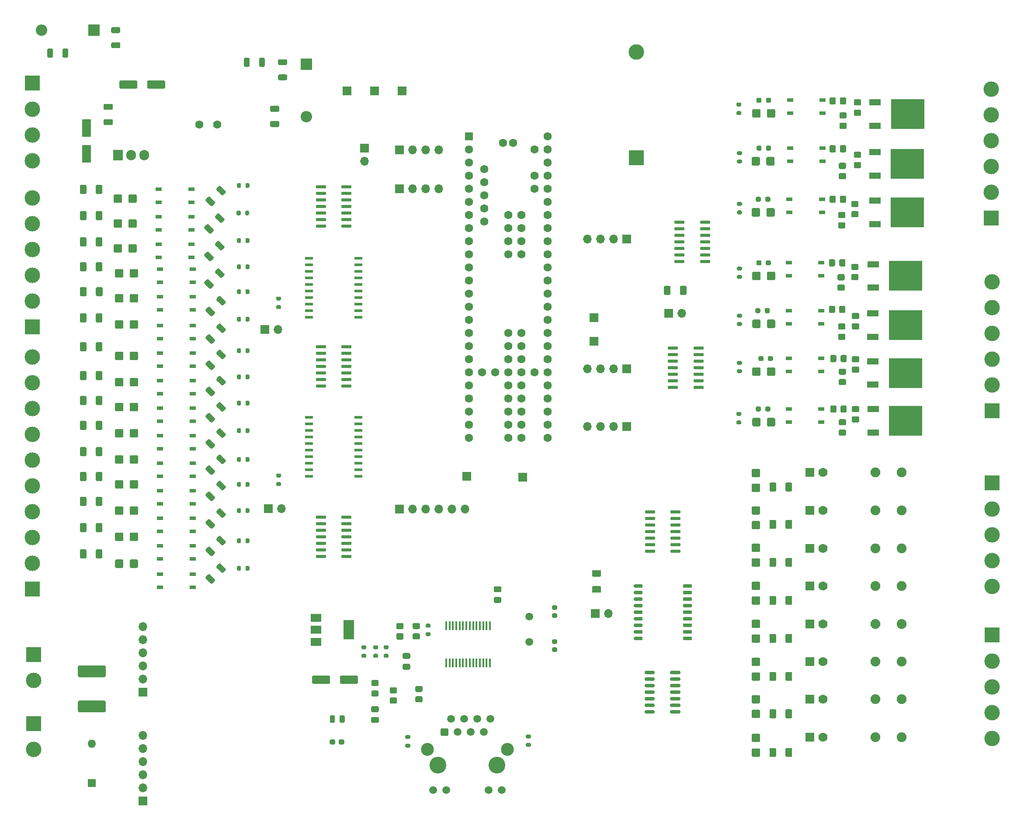
<source format=gts>
G04 #@! TF.GenerationSoftware,KiCad,Pcbnew,(5.1.7)-1*
G04 #@! TF.CreationDate,2022-10-23T01:23:33-04:00*
G04 #@! TF.ProjectId,plc_14in_14out,706c635f-3134-4696-9e5f-31346f75742e,rev?*
G04 #@! TF.SameCoordinates,Original*
G04 #@! TF.FileFunction,Soldermask,Top*
G04 #@! TF.FilePolarity,Negative*
%FSLAX46Y46*%
G04 Gerber Fmt 4.6, Leading zero omitted, Abs format (unit mm)*
G04 Created by KiCad (PCBNEW (5.1.7)-1) date 2022-10-23 01:23:33*
%MOMM*%
%LPD*%
G01*
G04 APERTURE LIST*
%ADD10C,1.600000*%
%ADD11R,1.600000X1.600000*%
%ADD12R,3.000000X3.000000*%
%ADD13C,3.000000*%
%ADD14R,1.700000X1.700000*%
%ADD15O,1.700000X1.700000*%
%ADD16O,2.200000X2.200000*%
%ADD17R,2.200000X2.200000*%
%ADD18C,1.500000*%
%ADD19C,2.500000*%
%ADD20C,3.250000*%
%ADD21O,1.905000X2.000000*%
%ADD22R,1.905000X2.000000*%
%ADD23R,1.800000X3.500000*%
%ADD24R,1.200000X0.800000*%
%ADD25R,6.400000X5.800000*%
%ADD26R,2.200000X1.200000*%
%ADD27O,1.600000X1.600000*%
%ADD28R,0.450000X1.750000*%
%ADD29R,2.000000X1.500000*%
%ADD30R,2.000000X3.800000*%
%ADD31C,1.778000*%
%ADD32R,1.778000X1.778000*%
%ADD33C,1.900000*%
%ADD34R,1.500000X0.600000*%
G04 APERTURE END LIST*
D10*
G04 #@! TO.C,U19*
X112903000Y-78740000D03*
X112903000Y-81280000D03*
X112903000Y-83820000D03*
X112903000Y-86360000D03*
X112903000Y-76200000D03*
X112903000Y-73660000D03*
X112903000Y-71120000D03*
X112903000Y-88900000D03*
X112903000Y-91440000D03*
X112903000Y-93980000D03*
X112903000Y-96520000D03*
X115443000Y-83820000D03*
X117983000Y-83820000D03*
X120523000Y-83820000D03*
X123063000Y-83820000D03*
X125603000Y-83820000D03*
X128143000Y-96520000D03*
X128143000Y-93980000D03*
X128143000Y-91440000D03*
X128143000Y-88900000D03*
X128143000Y-86360000D03*
X128143000Y-83820000D03*
X128143000Y-81280000D03*
X128143000Y-78740000D03*
X112903000Y-68580000D03*
X112903000Y-66040000D03*
X112903000Y-63500000D03*
X112903000Y-60960000D03*
X112903000Y-58420000D03*
X112903000Y-55880000D03*
X112903000Y-53340000D03*
X112903000Y-50800000D03*
X112903000Y-48260000D03*
X112903000Y-45720000D03*
X112903000Y-43180000D03*
X112903000Y-40640000D03*
D11*
X112903000Y-38100000D03*
D10*
X128143000Y-76200000D03*
X128143000Y-73660000D03*
X128143000Y-71120000D03*
X128143000Y-68580000D03*
X128143000Y-66040000D03*
X128143000Y-63500000D03*
X128143000Y-60960000D03*
X128143000Y-58420000D03*
X128143000Y-55880000D03*
X128143000Y-53340000D03*
X128143000Y-50800000D03*
X128143000Y-48260000D03*
X128143000Y-45720000D03*
X128143000Y-43180000D03*
X128143000Y-40640000D03*
X128143000Y-38100000D03*
X125603000Y-40640000D03*
X125603000Y-45720000D03*
X125603000Y-48260000D03*
X115903000Y-44450000D03*
X115903000Y-46990000D03*
X115903000Y-49530000D03*
X115903000Y-52070000D03*
X115903000Y-54610000D03*
X123063000Y-86360000D03*
X123063000Y-88900000D03*
X123063000Y-91440000D03*
X123063000Y-93980000D03*
X120523000Y-93980000D03*
X120523000Y-91440000D03*
X120523000Y-88900000D03*
X120523000Y-86360000D03*
X123063000Y-96520000D03*
X120523000Y-96520000D03*
X123063000Y-81280000D03*
X120523000Y-81280000D03*
X123063000Y-78740000D03*
X120523000Y-78740000D03*
X123063000Y-76200000D03*
X120523000Y-76200000D03*
X120523000Y-55880000D03*
X120523000Y-53340000D03*
X120523000Y-58420000D03*
X120523000Y-60960000D03*
X123063000Y-60960000D03*
X123063000Y-58420000D03*
X123063000Y-55880000D03*
X123063000Y-53340000D03*
X119513000Y-39370000D03*
X121533000Y-39370000D03*
G04 #@! TD*
D12*
G04 #@! TO.C,BT1*
X145351500Y-42291000D03*
D13*
X145351500Y-21801000D03*
G04 #@! TD*
D14*
G04 #@! TO.C,J25*
X99978000Y-29337000D03*
G04 #@! TD*
G04 #@! TO.C,J24*
X89281000Y-29337000D03*
G04 #@! TD*
G04 #@! TO.C,J23*
X94615000Y-29337000D03*
G04 #@! TD*
G04 #@! TO.C,J22*
X137160000Y-73201000D03*
G04 #@! TD*
G04 #@! TO.C,J21*
X137160000Y-77851000D03*
G04 #@! TD*
G04 #@! TO.C,J20*
X123317000Y-104140000D03*
G04 #@! TD*
D15*
G04 #@! TO.C,J19*
X135890000Y-94361000D03*
X138430000Y-94361000D03*
X140970000Y-94361000D03*
D14*
X143510000Y-94361000D03*
G04 #@! TD*
G04 #@! TO.C,J18*
X112522000Y-104013000D03*
G04 #@! TD*
D15*
G04 #@! TO.C,J17*
X135890000Y-83185000D03*
X138430000Y-83185000D03*
X140970000Y-83185000D03*
D14*
X143510000Y-83185000D03*
G04 #@! TD*
D10*
G04 #@! TO.C,C25*
X64206000Y-35814000D03*
X60706000Y-35814000D03*
G04 #@! TD*
D15*
G04 #@! TO.C,J16*
X135890000Y-58039000D03*
X138430000Y-58039000D03*
X140970000Y-58039000D03*
D14*
X143510000Y-58039000D03*
G04 #@! TD*
D15*
G04 #@! TO.C,J15*
X107061000Y-40767000D03*
X104521000Y-40767000D03*
X101981000Y-40767000D03*
D14*
X99441000Y-40767000D03*
G04 #@! TD*
D15*
G04 #@! TO.C,J14*
X107061000Y-48260000D03*
X104521000Y-48260000D03*
X101981000Y-48260000D03*
D14*
X99441000Y-48260000D03*
G04 #@! TD*
D13*
G04 #@! TO.C,J13*
X28321000Y-42813000D03*
X28321000Y-37813000D03*
X28321000Y-32813000D03*
D12*
X28321000Y-27813000D03*
G04 #@! TD*
G04 #@! TO.C,R92*
G36*
G01*
X34174000Y-22596001D02*
X34174000Y-21345999D01*
G75*
G02*
X34423999Y-21096000I249999J0D01*
G01*
X35049001Y-21096000D01*
G75*
G02*
X35299000Y-21345999I0J-249999D01*
G01*
X35299000Y-22596001D01*
G75*
G02*
X35049001Y-22846000I-249999J0D01*
G01*
X34423999Y-22846000D01*
G75*
G02*
X34174000Y-22596001I0J249999D01*
G01*
G37*
G36*
G01*
X31249000Y-22596001D02*
X31249000Y-21345999D01*
G75*
G02*
X31498999Y-21096000I249999J0D01*
G01*
X32124001Y-21096000D01*
G75*
G02*
X32374000Y-21345999I0J-249999D01*
G01*
X32374000Y-22596001D01*
G75*
G02*
X32124001Y-22846000I-249999J0D01*
G01*
X31498999Y-22846000D01*
G75*
G02*
X31249000Y-22596001I0J249999D01*
G01*
G37*
G04 #@! TD*
G04 #@! TO.C,R91*
G36*
G01*
X77460001Y-24307500D02*
X76209999Y-24307500D01*
G75*
G02*
X75960000Y-24057501I0J249999D01*
G01*
X75960000Y-23432499D01*
G75*
G02*
X76209999Y-23182500I249999J0D01*
G01*
X77460001Y-23182500D01*
G75*
G02*
X77710000Y-23432499I0J-249999D01*
G01*
X77710000Y-24057501D01*
G75*
G02*
X77460001Y-24307500I-249999J0D01*
G01*
G37*
G36*
G01*
X77460001Y-27232500D02*
X76209999Y-27232500D01*
G75*
G02*
X75960000Y-26982501I0J249999D01*
G01*
X75960000Y-26357499D01*
G75*
G02*
X76209999Y-26107500I249999J0D01*
G01*
X77460001Y-26107500D01*
G75*
G02*
X77710000Y-26357499I0J-249999D01*
G01*
X77710000Y-26982501D01*
G75*
G02*
X77460001Y-27232500I-249999J0D01*
G01*
G37*
G04 #@! TD*
G04 #@! TO.C,R89*
G36*
G01*
X43888499Y-19886500D02*
X45138501Y-19886500D01*
G75*
G02*
X45388500Y-20136499I0J-249999D01*
G01*
X45388500Y-20761501D01*
G75*
G02*
X45138501Y-21011500I-249999J0D01*
G01*
X43888499Y-21011500D01*
G75*
G02*
X43638500Y-20761501I0J249999D01*
G01*
X43638500Y-20136499D01*
G75*
G02*
X43888499Y-19886500I249999J0D01*
G01*
G37*
G36*
G01*
X43888499Y-16961500D02*
X45138501Y-16961500D01*
G75*
G02*
X45388500Y-17211499I0J-249999D01*
G01*
X45388500Y-17836501D01*
G75*
G02*
X45138501Y-18086500I-249999J0D01*
G01*
X43888499Y-18086500D01*
G75*
G02*
X43638500Y-17836501I0J249999D01*
G01*
X43638500Y-17211499D01*
G75*
G02*
X43888499Y-16961500I249999J0D01*
G01*
G37*
G04 #@! TD*
G04 #@! TO.C,R88*
G36*
G01*
X70474000Y-23123999D02*
X70474000Y-24374001D01*
G75*
G02*
X70224001Y-24624000I-249999J0D01*
G01*
X69598999Y-24624000D01*
G75*
G02*
X69349000Y-24374001I0J249999D01*
G01*
X69349000Y-23123999D01*
G75*
G02*
X69598999Y-22874000I249999J0D01*
G01*
X70224001Y-22874000D01*
G75*
G02*
X70474000Y-23123999I0J-249999D01*
G01*
G37*
G36*
G01*
X73399000Y-23123999D02*
X73399000Y-24374001D01*
G75*
G02*
X73149001Y-24624000I-249999J0D01*
G01*
X72523999Y-24624000D01*
G75*
G02*
X72274000Y-24374001I0J249999D01*
G01*
X72274000Y-23123999D01*
G75*
G02*
X72523999Y-22874000I249999J0D01*
G01*
X73149001Y-22874000D01*
G75*
G02*
X73399000Y-23123999I0J-249999D01*
G01*
G37*
G04 #@! TD*
D16*
G04 #@! TO.C,D33*
X30162500Y-17526000D03*
D17*
X40322500Y-17526000D03*
G04 #@! TD*
D16*
G04 #@! TO.C,D32*
X81407000Y-34290000D03*
D17*
X81407000Y-24130000D03*
G04 #@! TD*
G04 #@! TO.C,C27*
G36*
G01*
X50607000Y-28617000D02*
X50607000Y-27517000D01*
G75*
G02*
X50857000Y-27267000I250000J0D01*
G01*
X53857000Y-27267000D01*
G75*
G02*
X54107000Y-27517000I0J-250000D01*
G01*
X54107000Y-28617000D01*
G75*
G02*
X53857000Y-28867000I-250000J0D01*
G01*
X50857000Y-28867000D01*
G75*
G02*
X50607000Y-28617000I0J250000D01*
G01*
G37*
G36*
G01*
X45207000Y-28617000D02*
X45207000Y-27517000D01*
G75*
G02*
X45457000Y-27267000I250000J0D01*
G01*
X48457000Y-27267000D01*
G75*
G02*
X48707000Y-27517000I0J-250000D01*
G01*
X48707000Y-28617000D01*
G75*
G02*
X48457000Y-28867000I-250000J0D01*
G01*
X45457000Y-28867000D01*
G75*
G02*
X45207000Y-28617000I0J250000D01*
G01*
G37*
G04 #@! TD*
G04 #@! TO.C,C26*
G36*
G01*
X43703001Y-32960000D02*
X42402999Y-32960000D01*
G75*
G02*
X42153000Y-32710001I0J249999D01*
G01*
X42153000Y-32059999D01*
G75*
G02*
X42402999Y-31810000I249999J0D01*
G01*
X43703001Y-31810000D01*
G75*
G02*
X43953000Y-32059999I0J-249999D01*
G01*
X43953000Y-32710001D01*
G75*
G02*
X43703001Y-32960000I-249999J0D01*
G01*
G37*
G36*
G01*
X43703001Y-35910000D02*
X42402999Y-35910000D01*
G75*
G02*
X42153000Y-35660001I0J249999D01*
G01*
X42153000Y-35009999D01*
G75*
G02*
X42402999Y-34760000I249999J0D01*
G01*
X43703001Y-34760000D01*
G75*
G02*
X43953000Y-35009999I0J-249999D01*
G01*
X43953000Y-35660001D01*
G75*
G02*
X43703001Y-35910000I-249999J0D01*
G01*
G37*
G04 #@! TD*
G04 #@! TO.C,C24*
G36*
G01*
X74660999Y-35141000D02*
X75961001Y-35141000D01*
G75*
G02*
X76211000Y-35390999I0J-249999D01*
G01*
X76211000Y-36041001D01*
G75*
G02*
X75961001Y-36291000I-249999J0D01*
G01*
X74660999Y-36291000D01*
G75*
G02*
X74411000Y-36041001I0J249999D01*
G01*
X74411000Y-35390999D01*
G75*
G02*
X74660999Y-35141000I249999J0D01*
G01*
G37*
G36*
G01*
X74660999Y-32191000D02*
X75961001Y-32191000D01*
G75*
G02*
X76211000Y-32440999I0J-249999D01*
G01*
X76211000Y-33091001D01*
G75*
G02*
X75961001Y-33341000I-249999J0D01*
G01*
X74660999Y-33341000D01*
G75*
G02*
X74411000Y-33091001I0J249999D01*
G01*
X74411000Y-32440999D01*
G75*
G02*
X74660999Y-32191000I249999J0D01*
G01*
G37*
G04 #@! TD*
D18*
G04 #@! TO.C,J6*
X116729000Y-164803000D03*
X119269000Y-164803000D03*
X108559000Y-164803000D03*
X106019000Y-164803000D03*
D19*
X120389000Y-156853000D03*
D18*
X117084000Y-151003000D03*
D19*
X104899000Y-156853000D03*
D18*
X115824000Y-153543000D03*
X114544000Y-151003000D03*
X113284000Y-153543000D03*
X112004000Y-151003000D03*
X110744000Y-153543000D03*
X109464000Y-151003000D03*
G36*
G01*
X107454000Y-154042500D02*
X107454000Y-153043500D01*
G75*
G02*
X107704500Y-152793000I250500J0D01*
G01*
X108703500Y-152793000D01*
G75*
G02*
X108954000Y-153043500I0J-250500D01*
G01*
X108954000Y-154042500D01*
G75*
G02*
X108703500Y-154293000I-250500J0D01*
G01*
X107704500Y-154293000D01*
G75*
G02*
X107454000Y-154042500I0J250500D01*
G01*
G37*
D20*
X106929000Y-159903000D03*
X118359000Y-159903000D03*
G04 #@! TD*
D21*
G04 #@! TO.C,U36*
X50038000Y-41783000D03*
X47498000Y-41783000D03*
D22*
X44958000Y-41783000D03*
G04 #@! TD*
D23*
G04 #@! TO.C,D31*
X38862000Y-36529000D03*
X38862000Y-41529000D03*
G04 #@! TD*
D24*
G04 #@! TO.C,U35*
X175158000Y-31115000D03*
X181458000Y-33655000D03*
X175158000Y-33655000D03*
X181458000Y-31115000D03*
G04 #@! TD*
G04 #@! TO.C,R87*
G36*
G01*
X184969999Y-35468000D02*
X185870001Y-35468000D01*
G75*
G02*
X186120000Y-35717999I0J-249999D01*
G01*
X186120000Y-36418001D01*
G75*
G02*
X185870001Y-36668000I-249999J0D01*
G01*
X184969999Y-36668000D01*
G75*
G02*
X184720000Y-36418001I0J249999D01*
G01*
X184720000Y-35717999D01*
G75*
G02*
X184969999Y-35468000I249999J0D01*
G01*
G37*
G36*
G01*
X184969999Y-33468000D02*
X185870001Y-33468000D01*
G75*
G02*
X186120000Y-33717999I0J-249999D01*
G01*
X186120000Y-34418001D01*
G75*
G02*
X185870001Y-34668000I-249999J0D01*
G01*
X184969999Y-34668000D01*
G75*
G02*
X184720000Y-34418001I0J249999D01*
G01*
X184720000Y-33717999D01*
G75*
G02*
X184969999Y-33468000I249999J0D01*
G01*
G37*
G04 #@! TD*
G04 #@! TO.C,R86*
G36*
G01*
X187763999Y-32928000D02*
X188664001Y-32928000D01*
G75*
G02*
X188914000Y-33177999I0J-249999D01*
G01*
X188914000Y-33878001D01*
G75*
G02*
X188664001Y-34128000I-249999J0D01*
G01*
X187763999Y-34128000D01*
G75*
G02*
X187514000Y-33878001I0J249999D01*
G01*
X187514000Y-33177999D01*
G75*
G02*
X187763999Y-32928000I249999J0D01*
G01*
G37*
G36*
G01*
X187763999Y-30928000D02*
X188664001Y-30928000D01*
G75*
G02*
X188914000Y-31177999I0J-249999D01*
G01*
X188914000Y-31878001D01*
G75*
G02*
X188664001Y-32128000I-249999J0D01*
G01*
X187763999Y-32128000D01*
G75*
G02*
X187514000Y-31878001I0J249999D01*
G01*
X187514000Y-31177999D01*
G75*
G02*
X187763999Y-30928000I249999J0D01*
G01*
G37*
G04 #@! TD*
G04 #@! TO.C,R85*
G36*
G01*
X184004000Y-30791999D02*
X184004000Y-31692001D01*
G75*
G02*
X183754001Y-31942000I-249999J0D01*
G01*
X183053999Y-31942000D01*
G75*
G02*
X182804000Y-31692001I0J249999D01*
G01*
X182804000Y-30791999D01*
G75*
G02*
X183053999Y-30542000I249999J0D01*
G01*
X183754001Y-30542000D01*
G75*
G02*
X184004000Y-30791999I0J-249999D01*
G01*
G37*
G36*
G01*
X186004000Y-30791999D02*
X186004000Y-31692001D01*
G75*
G02*
X185754001Y-31942000I-249999J0D01*
G01*
X185053999Y-31942000D01*
G75*
G02*
X184804000Y-31692001I0J249999D01*
G01*
X184804000Y-30791999D01*
G75*
G02*
X185053999Y-30542000I249999J0D01*
G01*
X185754001Y-30542000D01*
G75*
G02*
X186004000Y-30791999I0J-249999D01*
G01*
G37*
G04 #@! TD*
G04 #@! TO.C,R84*
G36*
G01*
X169628000Y-30877500D02*
X169628000Y-31352500D01*
G75*
G02*
X169390500Y-31590000I-237500J0D01*
G01*
X168890500Y-31590000D01*
G75*
G02*
X168653000Y-31352500I0J237500D01*
G01*
X168653000Y-30877500D01*
G75*
G02*
X168890500Y-30640000I237500J0D01*
G01*
X169390500Y-30640000D01*
G75*
G02*
X169628000Y-30877500I0J-237500D01*
G01*
G37*
G36*
G01*
X171453000Y-30877500D02*
X171453000Y-31352500D01*
G75*
G02*
X171215500Y-31590000I-237500J0D01*
G01*
X170715500Y-31590000D01*
G75*
G02*
X170478000Y-31352500I0J237500D01*
G01*
X170478000Y-30877500D01*
G75*
G02*
X170715500Y-30640000I237500J0D01*
G01*
X171215500Y-30640000D01*
G75*
G02*
X171453000Y-30877500I0J-237500D01*
G01*
G37*
G04 #@! TD*
G04 #@! TO.C,R83*
G36*
G01*
X164952000Y-33191000D02*
X165502000Y-33191000D01*
G75*
G02*
X165702000Y-33391000I0J-200000D01*
G01*
X165702000Y-33791000D01*
G75*
G02*
X165502000Y-33991000I-200000J0D01*
G01*
X164952000Y-33991000D01*
G75*
G02*
X164752000Y-33791000I0J200000D01*
G01*
X164752000Y-33391000D01*
G75*
G02*
X164952000Y-33191000I200000J0D01*
G01*
G37*
G36*
G01*
X164952000Y-31541000D02*
X165502000Y-31541000D01*
G75*
G02*
X165702000Y-31741000I0J-200000D01*
G01*
X165702000Y-32141000D01*
G75*
G02*
X165502000Y-32341000I-200000J0D01*
G01*
X164952000Y-32341000D01*
G75*
G02*
X164752000Y-32141000I0J200000D01*
G01*
X164752000Y-31741000D01*
G75*
G02*
X164952000Y-31541000I200000J0D01*
G01*
G37*
G04 #@! TD*
D25*
G04 #@! TO.C,Q7*
X197934000Y-33782000D03*
D26*
X191634000Y-36062000D03*
X191634000Y-31502000D03*
G04 #@! TD*
D13*
G04 #@! TO.C,J8*
X214122000Y-28975000D03*
X214122000Y-33975000D03*
X214122000Y-38975000D03*
X214122000Y-43975000D03*
X214122000Y-48975000D03*
D12*
X214122000Y-53975000D03*
G04 #@! TD*
G04 #@! TO.C,D30*
G36*
G01*
X169428000Y-33080000D02*
X169428000Y-34230000D01*
G75*
G02*
X169178000Y-34480000I-250000J0D01*
G01*
X168078000Y-34480000D01*
G75*
G02*
X167828000Y-34230000I0J250000D01*
G01*
X167828000Y-33080000D01*
G75*
G02*
X168078000Y-32830000I250000J0D01*
G01*
X169178000Y-32830000D01*
G75*
G02*
X169428000Y-33080000I0J-250000D01*
G01*
G37*
G36*
G01*
X172278000Y-33080000D02*
X172278000Y-34230000D01*
G75*
G02*
X172028000Y-34480000I-250000J0D01*
G01*
X170928000Y-34480000D01*
G75*
G02*
X170678000Y-34230000I0J250000D01*
G01*
X170678000Y-33080000D01*
G75*
G02*
X170928000Y-32830000I250000J0D01*
G01*
X172028000Y-32830000D01*
G75*
G02*
X172278000Y-33080000I0J-250000D01*
G01*
G37*
G04 #@! TD*
D15*
G04 #@! TO.C,J12*
X112141000Y-110363000D03*
X109601000Y-110363000D03*
X107061000Y-110363000D03*
X104521000Y-110363000D03*
X101981000Y-110363000D03*
D14*
X99441000Y-110363000D03*
G04 #@! TD*
G04 #@! TO.C,F1*
G36*
G01*
X42303001Y-142886000D02*
X37452999Y-142886000D01*
G75*
G02*
X37203000Y-142636001I0J249999D01*
G01*
X37203000Y-140860999D01*
G75*
G02*
X37452999Y-140611000I249999J0D01*
G01*
X42303001Y-140611000D01*
G75*
G02*
X42553000Y-140860999I0J-249999D01*
G01*
X42553000Y-142636001D01*
G75*
G02*
X42303001Y-142886000I-249999J0D01*
G01*
G37*
G36*
G01*
X42303001Y-149711000D02*
X37452999Y-149711000D01*
G75*
G02*
X37203000Y-149461001I0J249999D01*
G01*
X37203000Y-147685999D01*
G75*
G02*
X37452999Y-147436000I249999J0D01*
G01*
X42303001Y-147436000D01*
G75*
G02*
X42553000Y-147685999I0J-249999D01*
G01*
X42553000Y-149461001D01*
G75*
G02*
X42303001Y-149711000I-249999J0D01*
G01*
G37*
G04 #@! TD*
D24*
G04 #@! TO.C,U34*
X53111000Y-122936000D03*
X59411000Y-125476000D03*
X53111000Y-125476000D03*
X59411000Y-122936000D03*
G04 #@! TD*
D27*
G04 #@! TO.C,SW6*
X39878000Y-155829000D03*
D11*
X39878000Y-163449000D03*
G04 #@! TD*
G04 #@! TO.C,R82*
G36*
G01*
X69640000Y-122068000D02*
X69640000Y-121518000D01*
G75*
G02*
X69840000Y-121318000I200000J0D01*
G01*
X70240000Y-121318000D01*
G75*
G02*
X70440000Y-121518000I0J-200000D01*
G01*
X70440000Y-122068000D01*
G75*
G02*
X70240000Y-122268000I-200000J0D01*
G01*
X69840000Y-122268000D01*
G75*
G02*
X69640000Y-122068000I0J200000D01*
G01*
G37*
G36*
G01*
X67990000Y-122068000D02*
X67990000Y-121518000D01*
G75*
G02*
X68190000Y-121318000I200000J0D01*
G01*
X68590000Y-121318000D01*
G75*
G02*
X68790000Y-121518000I0J-200000D01*
G01*
X68790000Y-122068000D01*
G75*
G02*
X68590000Y-122268000I-200000J0D01*
G01*
X68190000Y-122268000D01*
G75*
G02*
X67990000Y-122068000I0J200000D01*
G01*
G37*
G04 #@! TD*
G04 #@! TO.C,R81*
G36*
G01*
X38851000Y-118374000D02*
X38851000Y-119624000D01*
G75*
G02*
X38601000Y-119874000I-250000J0D01*
G01*
X37801000Y-119874000D01*
G75*
G02*
X37551000Y-119624000I0J250000D01*
G01*
X37551000Y-118374000D01*
G75*
G02*
X37801000Y-118124000I250000J0D01*
G01*
X38601000Y-118124000D01*
G75*
G02*
X38851000Y-118374000I0J-250000D01*
G01*
G37*
G36*
G01*
X41951000Y-118374000D02*
X41951000Y-119624000D01*
G75*
G02*
X41701000Y-119874000I-250000J0D01*
G01*
X40901000Y-119874000D01*
G75*
G02*
X40651000Y-119624000I0J250000D01*
G01*
X40651000Y-118374000D01*
G75*
G02*
X40901000Y-118124000I250000J0D01*
G01*
X41701000Y-118124000D01*
G75*
G02*
X41951000Y-118374000I0J-250000D01*
G01*
G37*
G04 #@! TD*
D13*
G04 #@! TO.C,J3*
X28321000Y-80857000D03*
X28321000Y-85857000D03*
X28321000Y-90857000D03*
X28321000Y-95857000D03*
X28321000Y-100857000D03*
X28321000Y-105857000D03*
X28321000Y-110857000D03*
X28321000Y-115857000D03*
X28321000Y-120857000D03*
D12*
X28321000Y-125857000D03*
G04 #@! TD*
G04 #@! TO.C,D29*
G36*
G01*
X47234000Y-121479000D02*
X47234000Y-120329000D01*
G75*
G02*
X47484000Y-120079000I250000J0D01*
G01*
X48584000Y-120079000D01*
G75*
G02*
X48834000Y-120329000I0J-250000D01*
G01*
X48834000Y-121479000D01*
G75*
G02*
X48584000Y-121729000I-250000J0D01*
G01*
X47484000Y-121729000D01*
G75*
G02*
X47234000Y-121479000I0J250000D01*
G01*
G37*
G36*
G01*
X44384000Y-121479000D02*
X44384000Y-120329000D01*
G75*
G02*
X44634000Y-120079000I250000J0D01*
G01*
X45734000Y-120079000D01*
G75*
G02*
X45984000Y-120329000I0J-250000D01*
G01*
X45984000Y-121479000D01*
G75*
G02*
X45734000Y-121729000I-250000J0D01*
G01*
X44634000Y-121729000D01*
G75*
G02*
X44384000Y-121479000I0J250000D01*
G01*
G37*
G04 #@! TD*
G04 #@! TO.C,C23*
G36*
G01*
X62784983Y-122985776D02*
X63704224Y-123905017D01*
G75*
G02*
X63704224Y-124258569I-176776J-176776D01*
G01*
X63244603Y-124718190D01*
G75*
G02*
X62891051Y-124718190I-176776J176776D01*
G01*
X61971810Y-123798949D01*
G75*
G02*
X61971810Y-123445397I176776J176776D01*
G01*
X62431431Y-122985776D01*
G75*
G02*
X62784983Y-122985776I176776J-176776D01*
G01*
G37*
G36*
G01*
X64870949Y-120899810D02*
X65790190Y-121819051D01*
G75*
G02*
X65790190Y-122172603I-176776J-176776D01*
G01*
X65330569Y-122632224D01*
G75*
G02*
X64977017Y-122632224I-176776J176776D01*
G01*
X64057776Y-121712983D01*
G75*
G02*
X64057776Y-121359431I176776J176776D01*
G01*
X64517397Y-120899810D01*
G75*
G02*
X64870949Y-120899810I176776J-176776D01*
G01*
G37*
G04 #@! TD*
D13*
G04 #@! TO.C,J11*
X28638500Y-143493500D03*
D12*
X28638500Y-138493500D03*
G04 #@! TD*
D15*
G04 #@! TO.C,J10*
X49784000Y-154178000D03*
X49784000Y-156718000D03*
X49784000Y-159258000D03*
X49784000Y-161798000D03*
X49784000Y-164338000D03*
D14*
X49784000Y-166878000D03*
G04 #@! TD*
D15*
G04 #@! TO.C,J9*
X49784000Y-133096000D03*
X49784000Y-135636000D03*
X49784000Y-138176000D03*
X49784000Y-140716000D03*
X49784000Y-143256000D03*
D14*
X49784000Y-145796000D03*
G04 #@! TD*
D28*
G04 #@! TO.C,U24*
X117001000Y-140125000D03*
X116351000Y-140125000D03*
X115701000Y-140125000D03*
X115051000Y-140125000D03*
X114401000Y-140125000D03*
X113751000Y-140125000D03*
X113101000Y-140125000D03*
X112451000Y-140125000D03*
X111801000Y-140125000D03*
X111151000Y-140125000D03*
X110501000Y-140125000D03*
X109851000Y-140125000D03*
X109201000Y-140125000D03*
X108551000Y-140125000D03*
X108551000Y-132925000D03*
X109201000Y-132925000D03*
X109851000Y-132925000D03*
X110501000Y-132925000D03*
X111151000Y-132925000D03*
X111801000Y-132925000D03*
X112451000Y-132925000D03*
X113101000Y-132925000D03*
X113751000Y-132925000D03*
X114401000Y-132925000D03*
X115051000Y-132925000D03*
X115701000Y-132925000D03*
X116351000Y-132925000D03*
X117001000Y-132925000D03*
G04 #@! TD*
D25*
G04 #@! TO.C,Q3*
X197509000Y-74675000D03*
D26*
X191209000Y-76955000D03*
X191209000Y-72395000D03*
G04 #@! TD*
G04 #@! TO.C,R54*
G36*
G01*
X187382999Y-92348000D02*
X188283001Y-92348000D01*
G75*
G02*
X188533000Y-92597999I0J-249999D01*
G01*
X188533000Y-93298001D01*
G75*
G02*
X188283001Y-93548000I-249999J0D01*
G01*
X187382999Y-93548000D01*
G75*
G02*
X187133000Y-93298001I0J249999D01*
G01*
X187133000Y-92597999D01*
G75*
G02*
X187382999Y-92348000I249999J0D01*
G01*
G37*
G36*
G01*
X187382999Y-90348000D02*
X188283001Y-90348000D01*
G75*
G02*
X188533000Y-90597999I0J-249999D01*
G01*
X188533000Y-91298001D01*
G75*
G02*
X188283001Y-91548000I-249999J0D01*
G01*
X187382999Y-91548000D01*
G75*
G02*
X187133000Y-91298001I0J249999D01*
G01*
X187133000Y-90597999D01*
G75*
G02*
X187382999Y-90348000I249999J0D01*
G01*
G37*
G04 #@! TD*
D24*
G04 #@! TO.C,U33*
X174904000Y-81153000D03*
X181204000Y-83693000D03*
X174904000Y-83693000D03*
X181204000Y-81153000D03*
G04 #@! TD*
G04 #@! TO.C,U32*
X174904000Y-71882000D03*
X181204000Y-74422000D03*
X174904000Y-74422000D03*
X181204000Y-71882000D03*
G04 #@! TD*
G04 #@! TO.C,U31*
X174904000Y-62611000D03*
X181204000Y-65151000D03*
X174904000Y-65151000D03*
X181204000Y-62611000D03*
G04 #@! TD*
G04 #@! TO.C,U30*
X175031000Y-50292000D03*
X181331000Y-52832000D03*
X175031000Y-52832000D03*
X181331000Y-50292000D03*
G04 #@! TD*
G04 #@! TO.C,U29*
X175158000Y-40386000D03*
X181458000Y-42926000D03*
X175158000Y-42926000D03*
X181458000Y-40386000D03*
G04 #@! TD*
G04 #@! TO.C,R80*
G36*
G01*
X184842999Y-85109000D02*
X185743001Y-85109000D01*
G75*
G02*
X185993000Y-85358999I0J-249999D01*
G01*
X185993000Y-86059001D01*
G75*
G02*
X185743001Y-86309000I-249999J0D01*
G01*
X184842999Y-86309000D01*
G75*
G02*
X184593000Y-86059001I0J249999D01*
G01*
X184593000Y-85358999D01*
G75*
G02*
X184842999Y-85109000I249999J0D01*
G01*
G37*
G36*
G01*
X184842999Y-83109000D02*
X185743001Y-83109000D01*
G75*
G02*
X185993000Y-83358999I0J-249999D01*
G01*
X185993000Y-84059001D01*
G75*
G02*
X185743001Y-84309000I-249999J0D01*
G01*
X184842999Y-84309000D01*
G75*
G02*
X184593000Y-84059001I0J249999D01*
G01*
X184593000Y-83358999D01*
G75*
G02*
X184842999Y-83109000I249999J0D01*
G01*
G37*
G04 #@! TD*
G04 #@! TO.C,R79*
G36*
G01*
X187382999Y-82696000D02*
X188283001Y-82696000D01*
G75*
G02*
X188533000Y-82945999I0J-249999D01*
G01*
X188533000Y-83646001D01*
G75*
G02*
X188283001Y-83896000I-249999J0D01*
G01*
X187382999Y-83896000D01*
G75*
G02*
X187133000Y-83646001I0J249999D01*
G01*
X187133000Y-82945999D01*
G75*
G02*
X187382999Y-82696000I249999J0D01*
G01*
G37*
G36*
G01*
X187382999Y-80696000D02*
X188283001Y-80696000D01*
G75*
G02*
X188533000Y-80945999I0J-249999D01*
G01*
X188533000Y-81646001D01*
G75*
G02*
X188283001Y-81896000I-249999J0D01*
G01*
X187382999Y-81896000D01*
G75*
G02*
X187133000Y-81646001I0J249999D01*
G01*
X187133000Y-80945999D01*
G75*
G02*
X187382999Y-80696000I249999J0D01*
G01*
G37*
G04 #@! TD*
G04 #@! TO.C,R78*
G36*
G01*
X184131000Y-80702999D02*
X184131000Y-81603001D01*
G75*
G02*
X183881001Y-81853000I-249999J0D01*
G01*
X183180999Y-81853000D01*
G75*
G02*
X182931000Y-81603001I0J249999D01*
G01*
X182931000Y-80702999D01*
G75*
G02*
X183180999Y-80453000I249999J0D01*
G01*
X183881001Y-80453000D01*
G75*
G02*
X184131000Y-80702999I0J-249999D01*
G01*
G37*
G36*
G01*
X186131000Y-80702999D02*
X186131000Y-81603001D01*
G75*
G02*
X185881001Y-81853000I-249999J0D01*
G01*
X185180999Y-81853000D01*
G75*
G02*
X184931000Y-81603001I0J249999D01*
G01*
X184931000Y-80702999D01*
G75*
G02*
X185180999Y-80453000I249999J0D01*
G01*
X185881001Y-80453000D01*
G75*
G02*
X186131000Y-80702999I0J-249999D01*
G01*
G37*
G04 #@! TD*
G04 #@! TO.C,R77*
G36*
G01*
X184715999Y-76346000D02*
X185616001Y-76346000D01*
G75*
G02*
X185866000Y-76595999I0J-249999D01*
G01*
X185866000Y-77296001D01*
G75*
G02*
X185616001Y-77546000I-249999J0D01*
G01*
X184715999Y-77546000D01*
G75*
G02*
X184466000Y-77296001I0J249999D01*
G01*
X184466000Y-76595999D01*
G75*
G02*
X184715999Y-76346000I249999J0D01*
G01*
G37*
G36*
G01*
X184715999Y-74346000D02*
X185616001Y-74346000D01*
G75*
G02*
X185866000Y-74595999I0J-249999D01*
G01*
X185866000Y-75296001D01*
G75*
G02*
X185616001Y-75546000I-249999J0D01*
G01*
X184715999Y-75546000D01*
G75*
G02*
X184466000Y-75296001I0J249999D01*
G01*
X184466000Y-74595999D01*
G75*
G02*
X184715999Y-74346000I249999J0D01*
G01*
G37*
G04 #@! TD*
G04 #@! TO.C,R76*
G36*
G01*
X187382999Y-74314000D02*
X188283001Y-74314000D01*
G75*
G02*
X188533000Y-74563999I0J-249999D01*
G01*
X188533000Y-75264001D01*
G75*
G02*
X188283001Y-75514000I-249999J0D01*
G01*
X187382999Y-75514000D01*
G75*
G02*
X187133000Y-75264001I0J249999D01*
G01*
X187133000Y-74563999D01*
G75*
G02*
X187382999Y-74314000I249999J0D01*
G01*
G37*
G36*
G01*
X187382999Y-72314000D02*
X188283001Y-72314000D01*
G75*
G02*
X188533000Y-72563999I0J-249999D01*
G01*
X188533000Y-73264001D01*
G75*
G02*
X188283001Y-73514000I-249999J0D01*
G01*
X187382999Y-73514000D01*
G75*
G02*
X187133000Y-73264001I0J249999D01*
G01*
X187133000Y-72563999D01*
G75*
G02*
X187382999Y-72314000I249999J0D01*
G01*
G37*
G04 #@! TD*
G04 #@! TO.C,R75*
G36*
G01*
X183877000Y-71177999D02*
X183877000Y-72078001D01*
G75*
G02*
X183627001Y-72328000I-249999J0D01*
G01*
X182926999Y-72328000D01*
G75*
G02*
X182677000Y-72078001I0J249999D01*
G01*
X182677000Y-71177999D01*
G75*
G02*
X182926999Y-70928000I249999J0D01*
G01*
X183627001Y-70928000D01*
G75*
G02*
X183877000Y-71177999I0J-249999D01*
G01*
G37*
G36*
G01*
X185877000Y-71177999D02*
X185877000Y-72078001D01*
G75*
G02*
X185627001Y-72328000I-249999J0D01*
G01*
X184926999Y-72328000D01*
G75*
G02*
X184677000Y-72078001I0J249999D01*
G01*
X184677000Y-71177999D01*
G75*
G02*
X184926999Y-70928000I249999J0D01*
G01*
X185627001Y-70928000D01*
G75*
G02*
X185877000Y-71177999I0J-249999D01*
G01*
G37*
G04 #@! TD*
G04 #@! TO.C,R74*
G36*
G01*
X184588999Y-66805000D02*
X185489001Y-66805000D01*
G75*
G02*
X185739000Y-67054999I0J-249999D01*
G01*
X185739000Y-67755001D01*
G75*
G02*
X185489001Y-68005000I-249999J0D01*
G01*
X184588999Y-68005000D01*
G75*
G02*
X184339000Y-67755001I0J249999D01*
G01*
X184339000Y-67054999D01*
G75*
G02*
X184588999Y-66805000I249999J0D01*
G01*
G37*
G36*
G01*
X184588999Y-64805000D02*
X185489001Y-64805000D01*
G75*
G02*
X185739000Y-65054999I0J-249999D01*
G01*
X185739000Y-65755001D01*
G75*
G02*
X185489001Y-66005000I-249999J0D01*
G01*
X184588999Y-66005000D01*
G75*
G02*
X184339000Y-65755001I0J249999D01*
G01*
X184339000Y-65054999D01*
G75*
G02*
X184588999Y-64805000I249999J0D01*
G01*
G37*
G04 #@! TD*
G04 #@! TO.C,R73*
G36*
G01*
X187255999Y-64789000D02*
X188156001Y-64789000D01*
G75*
G02*
X188406000Y-65038999I0J-249999D01*
G01*
X188406000Y-65739001D01*
G75*
G02*
X188156001Y-65989000I-249999J0D01*
G01*
X187255999Y-65989000D01*
G75*
G02*
X187006000Y-65739001I0J249999D01*
G01*
X187006000Y-65038999D01*
G75*
G02*
X187255999Y-64789000I249999J0D01*
G01*
G37*
G36*
G01*
X187255999Y-62789000D02*
X188156001Y-62789000D01*
G75*
G02*
X188406000Y-63038999I0J-249999D01*
G01*
X188406000Y-63739001D01*
G75*
G02*
X188156001Y-63989000I-249999J0D01*
G01*
X187255999Y-63989000D01*
G75*
G02*
X187006000Y-63739001I0J249999D01*
G01*
X187006000Y-63038999D01*
G75*
G02*
X187255999Y-62789000I249999J0D01*
G01*
G37*
G04 #@! TD*
G04 #@! TO.C,R72*
G36*
G01*
X183877000Y-62160999D02*
X183877000Y-63061001D01*
G75*
G02*
X183627001Y-63311000I-249999J0D01*
G01*
X182926999Y-63311000D01*
G75*
G02*
X182677000Y-63061001I0J249999D01*
G01*
X182677000Y-62160999D01*
G75*
G02*
X182926999Y-61911000I249999J0D01*
G01*
X183627001Y-61911000D01*
G75*
G02*
X183877000Y-62160999I0J-249999D01*
G01*
G37*
G36*
G01*
X185877000Y-62160999D02*
X185877000Y-63061001D01*
G75*
G02*
X185627001Y-63311000I-249999J0D01*
G01*
X184926999Y-63311000D01*
G75*
G02*
X184677000Y-63061001I0J249999D01*
G01*
X184677000Y-62160999D01*
G75*
G02*
X184926999Y-61911000I249999J0D01*
G01*
X185627001Y-61911000D01*
G75*
G02*
X185877000Y-62160999I0J-249999D01*
G01*
G37*
G04 #@! TD*
G04 #@! TO.C,R71*
G36*
G01*
X184715999Y-54756000D02*
X185616001Y-54756000D01*
G75*
G02*
X185866000Y-55005999I0J-249999D01*
G01*
X185866000Y-55706001D01*
G75*
G02*
X185616001Y-55956000I-249999J0D01*
G01*
X184715999Y-55956000D01*
G75*
G02*
X184466000Y-55706001I0J249999D01*
G01*
X184466000Y-55005999D01*
G75*
G02*
X184715999Y-54756000I249999J0D01*
G01*
G37*
G36*
G01*
X184715999Y-52756000D02*
X185616001Y-52756000D01*
G75*
G02*
X185866000Y-53005999I0J-249999D01*
G01*
X185866000Y-53706001D01*
G75*
G02*
X185616001Y-53956000I-249999J0D01*
G01*
X184715999Y-53956000D01*
G75*
G02*
X184466000Y-53706001I0J249999D01*
G01*
X184466000Y-53005999D01*
G75*
G02*
X184715999Y-52756000I249999J0D01*
G01*
G37*
G04 #@! TD*
G04 #@! TO.C,R70*
G36*
G01*
X187255999Y-52597000D02*
X188156001Y-52597000D01*
G75*
G02*
X188406000Y-52846999I0J-249999D01*
G01*
X188406000Y-53547001D01*
G75*
G02*
X188156001Y-53797000I-249999J0D01*
G01*
X187255999Y-53797000D01*
G75*
G02*
X187006000Y-53547001I0J249999D01*
G01*
X187006000Y-52846999D01*
G75*
G02*
X187255999Y-52597000I249999J0D01*
G01*
G37*
G36*
G01*
X187255999Y-50597000D02*
X188156001Y-50597000D01*
G75*
G02*
X188406000Y-50846999I0J-249999D01*
G01*
X188406000Y-51547001D01*
G75*
G02*
X188156001Y-51797000I-249999J0D01*
G01*
X187255999Y-51797000D01*
G75*
G02*
X187006000Y-51547001I0J249999D01*
G01*
X187006000Y-50846999D01*
G75*
G02*
X187255999Y-50597000I249999J0D01*
G01*
G37*
G04 #@! TD*
G04 #@! TO.C,R69*
G36*
G01*
X184004000Y-49841999D02*
X184004000Y-50742001D01*
G75*
G02*
X183754001Y-50992000I-249999J0D01*
G01*
X183053999Y-50992000D01*
G75*
G02*
X182804000Y-50742001I0J249999D01*
G01*
X182804000Y-49841999D01*
G75*
G02*
X183053999Y-49592000I249999J0D01*
G01*
X183754001Y-49592000D01*
G75*
G02*
X184004000Y-49841999I0J-249999D01*
G01*
G37*
G36*
G01*
X186004000Y-49841999D02*
X186004000Y-50742001D01*
G75*
G02*
X185754001Y-50992000I-249999J0D01*
G01*
X185053999Y-50992000D01*
G75*
G02*
X184804000Y-50742001I0J249999D01*
G01*
X184804000Y-49841999D01*
G75*
G02*
X185053999Y-49592000I249999J0D01*
G01*
X185754001Y-49592000D01*
G75*
G02*
X186004000Y-49841999I0J-249999D01*
G01*
G37*
G04 #@! TD*
G04 #@! TO.C,R68*
G36*
G01*
X184842999Y-45215000D02*
X185743001Y-45215000D01*
G75*
G02*
X185993000Y-45464999I0J-249999D01*
G01*
X185993000Y-46165001D01*
G75*
G02*
X185743001Y-46415000I-249999J0D01*
G01*
X184842999Y-46415000D01*
G75*
G02*
X184593000Y-46165001I0J249999D01*
G01*
X184593000Y-45464999D01*
G75*
G02*
X184842999Y-45215000I249999J0D01*
G01*
G37*
G36*
G01*
X184842999Y-43215000D02*
X185743001Y-43215000D01*
G75*
G02*
X185993000Y-43464999I0J-249999D01*
G01*
X185993000Y-44165001D01*
G75*
G02*
X185743001Y-44415000I-249999J0D01*
G01*
X184842999Y-44415000D01*
G75*
G02*
X184593000Y-44165001I0J249999D01*
G01*
X184593000Y-43464999D01*
G75*
G02*
X184842999Y-43215000I249999J0D01*
G01*
G37*
G04 #@! TD*
G04 #@! TO.C,R67*
G36*
G01*
X187763999Y-43072000D02*
X188664001Y-43072000D01*
G75*
G02*
X188914000Y-43321999I0J-249999D01*
G01*
X188914000Y-44022001D01*
G75*
G02*
X188664001Y-44272000I-249999J0D01*
G01*
X187763999Y-44272000D01*
G75*
G02*
X187514000Y-44022001I0J249999D01*
G01*
X187514000Y-43321999D01*
G75*
G02*
X187763999Y-43072000I249999J0D01*
G01*
G37*
G36*
G01*
X187763999Y-41072000D02*
X188664001Y-41072000D01*
G75*
G02*
X188914000Y-41321999I0J-249999D01*
G01*
X188914000Y-42022001D01*
G75*
G02*
X188664001Y-42272000I-249999J0D01*
G01*
X187763999Y-42272000D01*
G75*
G02*
X187514000Y-42022001I0J249999D01*
G01*
X187514000Y-41321999D01*
G75*
G02*
X187763999Y-41072000I249999J0D01*
G01*
G37*
G04 #@! TD*
G04 #@! TO.C,R66*
G36*
G01*
X184004000Y-40062999D02*
X184004000Y-40963001D01*
G75*
G02*
X183754001Y-41213000I-249999J0D01*
G01*
X183053999Y-41213000D01*
G75*
G02*
X182804000Y-40963001I0J249999D01*
G01*
X182804000Y-40062999D01*
G75*
G02*
X183053999Y-39813000I249999J0D01*
G01*
X183754001Y-39813000D01*
G75*
G02*
X184004000Y-40062999I0J-249999D01*
G01*
G37*
G36*
G01*
X186004000Y-40062999D02*
X186004000Y-40963001D01*
G75*
G02*
X185754001Y-41213000I-249999J0D01*
G01*
X185053999Y-41213000D01*
G75*
G02*
X184804000Y-40963001I0J249999D01*
G01*
X184804000Y-40062999D01*
G75*
G02*
X185053999Y-39813000I249999J0D01*
G01*
X185754001Y-39813000D01*
G75*
G02*
X186004000Y-40062999I0J-249999D01*
G01*
G37*
G04 #@! TD*
G04 #@! TO.C,R65*
G36*
G01*
X170009000Y-80915500D02*
X170009000Y-81390500D01*
G75*
G02*
X169771500Y-81628000I-237500J0D01*
G01*
X169271500Y-81628000D01*
G75*
G02*
X169034000Y-81390500I0J237500D01*
G01*
X169034000Y-80915500D01*
G75*
G02*
X169271500Y-80678000I237500J0D01*
G01*
X169771500Y-80678000D01*
G75*
G02*
X170009000Y-80915500I0J-237500D01*
G01*
G37*
G36*
G01*
X171834000Y-80915500D02*
X171834000Y-81390500D01*
G75*
G02*
X171596500Y-81628000I-237500J0D01*
G01*
X171096500Y-81628000D01*
G75*
G02*
X170859000Y-81390500I0J237500D01*
G01*
X170859000Y-80915500D01*
G75*
G02*
X171096500Y-80678000I237500J0D01*
G01*
X171596500Y-80678000D01*
G75*
G02*
X171834000Y-80915500I0J-237500D01*
G01*
G37*
G04 #@! TD*
G04 #@! TO.C,R64*
G36*
G01*
X169397500Y-71644500D02*
X169397500Y-72119500D01*
G75*
G02*
X169160000Y-72357000I-237500J0D01*
G01*
X168660000Y-72357000D01*
G75*
G02*
X168422500Y-72119500I0J237500D01*
G01*
X168422500Y-71644500D01*
G75*
G02*
X168660000Y-71407000I237500J0D01*
G01*
X169160000Y-71407000D01*
G75*
G02*
X169397500Y-71644500I0J-237500D01*
G01*
G37*
G36*
G01*
X171222500Y-71644500D02*
X171222500Y-72119500D01*
G75*
G02*
X170985000Y-72357000I-237500J0D01*
G01*
X170485000Y-72357000D01*
G75*
G02*
X170247500Y-72119500I0J237500D01*
G01*
X170247500Y-71644500D01*
G75*
G02*
X170485000Y-71407000I237500J0D01*
G01*
X170985000Y-71407000D01*
G75*
G02*
X171222500Y-71644500I0J-237500D01*
G01*
G37*
G04 #@! TD*
G04 #@! TO.C,R63*
G36*
G01*
X169604500Y-62373500D02*
X169604500Y-62848500D01*
G75*
G02*
X169367000Y-63086000I-237500J0D01*
G01*
X168867000Y-63086000D01*
G75*
G02*
X168629500Y-62848500I0J237500D01*
G01*
X168629500Y-62373500D01*
G75*
G02*
X168867000Y-62136000I237500J0D01*
G01*
X169367000Y-62136000D01*
G75*
G02*
X169604500Y-62373500I0J-237500D01*
G01*
G37*
G36*
G01*
X171429500Y-62373500D02*
X171429500Y-62848500D01*
G75*
G02*
X171192000Y-63086000I-237500J0D01*
G01*
X170692000Y-63086000D01*
G75*
G02*
X170454500Y-62848500I0J237500D01*
G01*
X170454500Y-62373500D01*
G75*
G02*
X170692000Y-62136000I237500J0D01*
G01*
X171192000Y-62136000D01*
G75*
G02*
X171429500Y-62373500I0J-237500D01*
G01*
G37*
G04 #@! TD*
G04 #@! TO.C,R62*
G36*
G01*
X169501000Y-50054500D02*
X169501000Y-50529500D01*
G75*
G02*
X169263500Y-50767000I-237500J0D01*
G01*
X168763500Y-50767000D01*
G75*
G02*
X168526000Y-50529500I0J237500D01*
G01*
X168526000Y-50054500D01*
G75*
G02*
X168763500Y-49817000I237500J0D01*
G01*
X169263500Y-49817000D01*
G75*
G02*
X169501000Y-50054500I0J-237500D01*
G01*
G37*
G36*
G01*
X171326000Y-50054500D02*
X171326000Y-50529500D01*
G75*
G02*
X171088500Y-50767000I-237500J0D01*
G01*
X170588500Y-50767000D01*
G75*
G02*
X170351000Y-50529500I0J237500D01*
G01*
X170351000Y-50054500D01*
G75*
G02*
X170588500Y-49817000I237500J0D01*
G01*
X171088500Y-49817000D01*
G75*
G02*
X171326000Y-50054500I0J-237500D01*
G01*
G37*
G04 #@! TD*
G04 #@! TO.C,R61*
G36*
G01*
X169628000Y-40148500D02*
X169628000Y-40623500D01*
G75*
G02*
X169390500Y-40861000I-237500J0D01*
G01*
X168890500Y-40861000D01*
G75*
G02*
X168653000Y-40623500I0J237500D01*
G01*
X168653000Y-40148500D01*
G75*
G02*
X168890500Y-39911000I237500J0D01*
G01*
X169390500Y-39911000D01*
G75*
G02*
X169628000Y-40148500I0J-237500D01*
G01*
G37*
G36*
G01*
X171453000Y-40148500D02*
X171453000Y-40623500D01*
G75*
G02*
X171215500Y-40861000I-237500J0D01*
G01*
X170715500Y-40861000D01*
G75*
G02*
X170478000Y-40623500I0J237500D01*
G01*
X170478000Y-40148500D01*
G75*
G02*
X170715500Y-39911000I237500J0D01*
G01*
X171215500Y-39911000D01*
G75*
G02*
X171453000Y-40148500I0J-237500D01*
G01*
G37*
G04 #@! TD*
G04 #@! TO.C,R60*
G36*
G01*
X165079000Y-83229000D02*
X165629000Y-83229000D01*
G75*
G02*
X165829000Y-83429000I0J-200000D01*
G01*
X165829000Y-83829000D01*
G75*
G02*
X165629000Y-84029000I-200000J0D01*
G01*
X165079000Y-84029000D01*
G75*
G02*
X164879000Y-83829000I0J200000D01*
G01*
X164879000Y-83429000D01*
G75*
G02*
X165079000Y-83229000I200000J0D01*
G01*
G37*
G36*
G01*
X165079000Y-81579000D02*
X165629000Y-81579000D01*
G75*
G02*
X165829000Y-81779000I0J-200000D01*
G01*
X165829000Y-82179000D01*
G75*
G02*
X165629000Y-82379000I-200000J0D01*
G01*
X165079000Y-82379000D01*
G75*
G02*
X164879000Y-82179000I0J200000D01*
G01*
X164879000Y-81779000D01*
G75*
G02*
X165079000Y-81579000I200000J0D01*
G01*
G37*
G04 #@! TD*
G04 #@! TO.C,R59*
G36*
G01*
X165079000Y-74085000D02*
X165629000Y-74085000D01*
G75*
G02*
X165829000Y-74285000I0J-200000D01*
G01*
X165829000Y-74685000D01*
G75*
G02*
X165629000Y-74885000I-200000J0D01*
G01*
X165079000Y-74885000D01*
G75*
G02*
X164879000Y-74685000I0J200000D01*
G01*
X164879000Y-74285000D01*
G75*
G02*
X165079000Y-74085000I200000J0D01*
G01*
G37*
G36*
G01*
X165079000Y-72435000D02*
X165629000Y-72435000D01*
G75*
G02*
X165829000Y-72635000I0J-200000D01*
G01*
X165829000Y-73035000D01*
G75*
G02*
X165629000Y-73235000I-200000J0D01*
G01*
X165079000Y-73235000D01*
G75*
G02*
X164879000Y-73035000I0J200000D01*
G01*
X164879000Y-72635000D01*
G75*
G02*
X165079000Y-72435000I200000J0D01*
G01*
G37*
G04 #@! TD*
G04 #@! TO.C,R58*
G36*
G01*
X165079000Y-64941000D02*
X165629000Y-64941000D01*
G75*
G02*
X165829000Y-65141000I0J-200000D01*
G01*
X165829000Y-65541000D01*
G75*
G02*
X165629000Y-65741000I-200000J0D01*
G01*
X165079000Y-65741000D01*
G75*
G02*
X164879000Y-65541000I0J200000D01*
G01*
X164879000Y-65141000D01*
G75*
G02*
X165079000Y-64941000I200000J0D01*
G01*
G37*
G36*
G01*
X165079000Y-63291000D02*
X165629000Y-63291000D01*
G75*
G02*
X165829000Y-63491000I0J-200000D01*
G01*
X165829000Y-63891000D01*
G75*
G02*
X165629000Y-64091000I-200000J0D01*
G01*
X165079000Y-64091000D01*
G75*
G02*
X164879000Y-63891000I0J200000D01*
G01*
X164879000Y-63491000D01*
G75*
G02*
X165079000Y-63291000I200000J0D01*
G01*
G37*
G04 #@! TD*
G04 #@! TO.C,R57*
G36*
G01*
X165079000Y-52431000D02*
X165629000Y-52431000D01*
G75*
G02*
X165829000Y-52631000I0J-200000D01*
G01*
X165829000Y-53031000D01*
G75*
G02*
X165629000Y-53231000I-200000J0D01*
G01*
X165079000Y-53231000D01*
G75*
G02*
X164879000Y-53031000I0J200000D01*
G01*
X164879000Y-52631000D01*
G75*
G02*
X165079000Y-52431000I200000J0D01*
G01*
G37*
G36*
G01*
X165079000Y-50781000D02*
X165629000Y-50781000D01*
G75*
G02*
X165829000Y-50981000I0J-200000D01*
G01*
X165829000Y-51381000D01*
G75*
G02*
X165629000Y-51581000I-200000J0D01*
G01*
X165079000Y-51581000D01*
G75*
G02*
X164879000Y-51381000I0J200000D01*
G01*
X164879000Y-50981000D01*
G75*
G02*
X165079000Y-50781000I200000J0D01*
G01*
G37*
G04 #@! TD*
G04 #@! TO.C,R56*
G36*
G01*
X165079000Y-42589000D02*
X165629000Y-42589000D01*
G75*
G02*
X165829000Y-42789000I0J-200000D01*
G01*
X165829000Y-43189000D01*
G75*
G02*
X165629000Y-43389000I-200000J0D01*
G01*
X165079000Y-43389000D01*
G75*
G02*
X164879000Y-43189000I0J200000D01*
G01*
X164879000Y-42789000D01*
G75*
G02*
X165079000Y-42589000I200000J0D01*
G01*
G37*
G36*
G01*
X165079000Y-40939000D02*
X165629000Y-40939000D01*
G75*
G02*
X165829000Y-41139000I0J-200000D01*
G01*
X165829000Y-41539000D01*
G75*
G02*
X165629000Y-41739000I-200000J0D01*
G01*
X165079000Y-41739000D01*
G75*
G02*
X164879000Y-41539000I0J200000D01*
G01*
X164879000Y-41139000D01*
G75*
G02*
X165079000Y-40939000I200000J0D01*
G01*
G37*
G04 #@! TD*
D25*
G04 #@! TO.C,Q2*
X197509000Y-83948000D03*
D26*
X191209000Y-86228000D03*
X191209000Y-81668000D03*
G04 #@! TD*
D25*
G04 #@! TO.C,Q4*
X197553000Y-65151000D03*
D26*
X191253000Y-67431000D03*
X191253000Y-62871000D03*
G04 #@! TD*
D25*
G04 #@! TO.C,Q5*
X197890000Y-52831000D03*
D26*
X191590000Y-55111000D03*
X191590000Y-50551000D03*
G04 #@! TD*
D25*
G04 #@! TO.C,Q6*
X197890000Y-43433000D03*
D26*
X191590000Y-45713000D03*
X191590000Y-41153000D03*
G04 #@! TD*
G04 #@! TO.C,D28*
G36*
G01*
X169428000Y-83118000D02*
X169428000Y-84268000D01*
G75*
G02*
X169178000Y-84518000I-250000J0D01*
G01*
X168078000Y-84518000D01*
G75*
G02*
X167828000Y-84268000I0J250000D01*
G01*
X167828000Y-83118000D01*
G75*
G02*
X168078000Y-82868000I250000J0D01*
G01*
X169178000Y-82868000D01*
G75*
G02*
X169428000Y-83118000I0J-250000D01*
G01*
G37*
G36*
G01*
X172278000Y-83118000D02*
X172278000Y-84268000D01*
G75*
G02*
X172028000Y-84518000I-250000J0D01*
G01*
X170928000Y-84518000D01*
G75*
G02*
X170678000Y-84268000I0J250000D01*
G01*
X170678000Y-83118000D01*
G75*
G02*
X170928000Y-82868000I250000J0D01*
G01*
X172028000Y-82868000D01*
G75*
G02*
X172278000Y-83118000I0J-250000D01*
G01*
G37*
G04 #@! TD*
G04 #@! TO.C,D27*
G36*
G01*
X169428000Y-73847000D02*
X169428000Y-74997000D01*
G75*
G02*
X169178000Y-75247000I-250000J0D01*
G01*
X168078000Y-75247000D01*
G75*
G02*
X167828000Y-74997000I0J250000D01*
G01*
X167828000Y-73847000D01*
G75*
G02*
X168078000Y-73597000I250000J0D01*
G01*
X169178000Y-73597000D01*
G75*
G02*
X169428000Y-73847000I0J-250000D01*
G01*
G37*
G36*
G01*
X172278000Y-73847000D02*
X172278000Y-74997000D01*
G75*
G02*
X172028000Y-75247000I-250000J0D01*
G01*
X170928000Y-75247000D01*
G75*
G02*
X170678000Y-74997000I0J250000D01*
G01*
X170678000Y-73847000D01*
G75*
G02*
X170928000Y-73597000I250000J0D01*
G01*
X172028000Y-73597000D01*
G75*
G02*
X172278000Y-73847000I0J-250000D01*
G01*
G37*
G04 #@! TD*
G04 #@! TO.C,D26*
G36*
G01*
X169428000Y-64576000D02*
X169428000Y-65726000D01*
G75*
G02*
X169178000Y-65976000I-250000J0D01*
G01*
X168078000Y-65976000D01*
G75*
G02*
X167828000Y-65726000I0J250000D01*
G01*
X167828000Y-64576000D01*
G75*
G02*
X168078000Y-64326000I250000J0D01*
G01*
X169178000Y-64326000D01*
G75*
G02*
X169428000Y-64576000I0J-250000D01*
G01*
G37*
G36*
G01*
X172278000Y-64576000D02*
X172278000Y-65726000D01*
G75*
G02*
X172028000Y-65976000I-250000J0D01*
G01*
X170928000Y-65976000D01*
G75*
G02*
X170678000Y-65726000I0J250000D01*
G01*
X170678000Y-64576000D01*
G75*
G02*
X170928000Y-64326000I250000J0D01*
G01*
X172028000Y-64326000D01*
G75*
G02*
X172278000Y-64576000I0J-250000D01*
G01*
G37*
G04 #@! TD*
G04 #@! TO.C,D25*
G36*
G01*
X169329000Y-52257000D02*
X169329000Y-53407000D01*
G75*
G02*
X169079000Y-53657000I-250000J0D01*
G01*
X167979000Y-53657000D01*
G75*
G02*
X167729000Y-53407000I0J250000D01*
G01*
X167729000Y-52257000D01*
G75*
G02*
X167979000Y-52007000I250000J0D01*
G01*
X169079000Y-52007000D01*
G75*
G02*
X169329000Y-52257000I0J-250000D01*
G01*
G37*
G36*
G01*
X172179000Y-52257000D02*
X172179000Y-53407000D01*
G75*
G02*
X171929000Y-53657000I-250000J0D01*
G01*
X170829000Y-53657000D01*
G75*
G02*
X170579000Y-53407000I0J250000D01*
G01*
X170579000Y-52257000D01*
G75*
G02*
X170829000Y-52007000I250000J0D01*
G01*
X171929000Y-52007000D01*
G75*
G02*
X172179000Y-52257000I0J-250000D01*
G01*
G37*
G04 #@! TD*
G04 #@! TO.C,D24*
G36*
G01*
X169301000Y-42351000D02*
X169301000Y-43501000D01*
G75*
G02*
X169051000Y-43751000I-250000J0D01*
G01*
X167951000Y-43751000D01*
G75*
G02*
X167701000Y-43501000I0J250000D01*
G01*
X167701000Y-42351000D01*
G75*
G02*
X167951000Y-42101000I250000J0D01*
G01*
X169051000Y-42101000D01*
G75*
G02*
X169301000Y-42351000I0J-250000D01*
G01*
G37*
G36*
G01*
X172151000Y-42351000D02*
X172151000Y-43501000D01*
G75*
G02*
X171901000Y-43751000I-250000J0D01*
G01*
X170801000Y-43751000D01*
G75*
G02*
X170551000Y-43501000I0J250000D01*
G01*
X170551000Y-42351000D01*
G75*
G02*
X170801000Y-42101000I250000J0D01*
G01*
X171901000Y-42101000D01*
G75*
G02*
X172151000Y-42351000I0J-250000D01*
G01*
G37*
G04 #@! TD*
D24*
G04 #@! TO.C,U28*
X174904000Y-90932000D03*
X181204000Y-93472000D03*
X174904000Y-93472000D03*
X181204000Y-90932000D03*
G04 #@! TD*
G04 #@! TO.C,D23*
G36*
G01*
X169428000Y-92897000D02*
X169428000Y-94047000D01*
G75*
G02*
X169178000Y-94297000I-250000J0D01*
G01*
X168078000Y-94297000D01*
G75*
G02*
X167828000Y-94047000I0J250000D01*
G01*
X167828000Y-92897000D01*
G75*
G02*
X168078000Y-92647000I250000J0D01*
G01*
X169178000Y-92647000D01*
G75*
G02*
X169428000Y-92897000I0J-250000D01*
G01*
G37*
G36*
G01*
X172278000Y-92897000D02*
X172278000Y-94047000D01*
G75*
G02*
X172028000Y-94297000I-250000J0D01*
G01*
X170928000Y-94297000D01*
G75*
G02*
X170678000Y-94047000I0J250000D01*
G01*
X170678000Y-92897000D01*
G75*
G02*
X170928000Y-92647000I250000J0D01*
G01*
X172028000Y-92647000D01*
G75*
G02*
X172278000Y-92897000I0J-250000D01*
G01*
G37*
G04 #@! TD*
G04 #@! TO.C,U27*
G36*
G01*
X157710000Y-54887000D02*
X157710000Y-54587000D01*
G75*
G02*
X157860000Y-54437000I150000J0D01*
G01*
X159510000Y-54437000D01*
G75*
G02*
X159660000Y-54587000I0J-150000D01*
G01*
X159660000Y-54887000D01*
G75*
G02*
X159510000Y-55037000I-150000J0D01*
G01*
X157860000Y-55037000D01*
G75*
G02*
X157710000Y-54887000I0J150000D01*
G01*
G37*
G36*
G01*
X157710000Y-56157000D02*
X157710000Y-55857000D01*
G75*
G02*
X157860000Y-55707000I150000J0D01*
G01*
X159510000Y-55707000D01*
G75*
G02*
X159660000Y-55857000I0J-150000D01*
G01*
X159660000Y-56157000D01*
G75*
G02*
X159510000Y-56307000I-150000J0D01*
G01*
X157860000Y-56307000D01*
G75*
G02*
X157710000Y-56157000I0J150000D01*
G01*
G37*
G36*
G01*
X157710000Y-57427000D02*
X157710000Y-57127000D01*
G75*
G02*
X157860000Y-56977000I150000J0D01*
G01*
X159510000Y-56977000D01*
G75*
G02*
X159660000Y-57127000I0J-150000D01*
G01*
X159660000Y-57427000D01*
G75*
G02*
X159510000Y-57577000I-150000J0D01*
G01*
X157860000Y-57577000D01*
G75*
G02*
X157710000Y-57427000I0J150000D01*
G01*
G37*
G36*
G01*
X157710000Y-58697000D02*
X157710000Y-58397000D01*
G75*
G02*
X157860000Y-58247000I150000J0D01*
G01*
X159510000Y-58247000D01*
G75*
G02*
X159660000Y-58397000I0J-150000D01*
G01*
X159660000Y-58697000D01*
G75*
G02*
X159510000Y-58847000I-150000J0D01*
G01*
X157860000Y-58847000D01*
G75*
G02*
X157710000Y-58697000I0J150000D01*
G01*
G37*
G36*
G01*
X157710000Y-59967000D02*
X157710000Y-59667000D01*
G75*
G02*
X157860000Y-59517000I150000J0D01*
G01*
X159510000Y-59517000D01*
G75*
G02*
X159660000Y-59667000I0J-150000D01*
G01*
X159660000Y-59967000D01*
G75*
G02*
X159510000Y-60117000I-150000J0D01*
G01*
X157860000Y-60117000D01*
G75*
G02*
X157710000Y-59967000I0J150000D01*
G01*
G37*
G36*
G01*
X157710000Y-61237000D02*
X157710000Y-60937000D01*
G75*
G02*
X157860000Y-60787000I150000J0D01*
G01*
X159510000Y-60787000D01*
G75*
G02*
X159660000Y-60937000I0J-150000D01*
G01*
X159660000Y-61237000D01*
G75*
G02*
X159510000Y-61387000I-150000J0D01*
G01*
X157860000Y-61387000D01*
G75*
G02*
X157710000Y-61237000I0J150000D01*
G01*
G37*
G36*
G01*
X157710000Y-62507000D02*
X157710000Y-62207000D01*
G75*
G02*
X157860000Y-62057000I150000J0D01*
G01*
X159510000Y-62057000D01*
G75*
G02*
X159660000Y-62207000I0J-150000D01*
G01*
X159660000Y-62507000D01*
G75*
G02*
X159510000Y-62657000I-150000J0D01*
G01*
X157860000Y-62657000D01*
G75*
G02*
X157710000Y-62507000I0J150000D01*
G01*
G37*
G36*
G01*
X152760000Y-62507000D02*
X152760000Y-62207000D01*
G75*
G02*
X152910000Y-62057000I150000J0D01*
G01*
X154560000Y-62057000D01*
G75*
G02*
X154710000Y-62207000I0J-150000D01*
G01*
X154710000Y-62507000D01*
G75*
G02*
X154560000Y-62657000I-150000J0D01*
G01*
X152910000Y-62657000D01*
G75*
G02*
X152760000Y-62507000I0J150000D01*
G01*
G37*
G36*
G01*
X152760000Y-61237000D02*
X152760000Y-60937000D01*
G75*
G02*
X152910000Y-60787000I150000J0D01*
G01*
X154560000Y-60787000D01*
G75*
G02*
X154710000Y-60937000I0J-150000D01*
G01*
X154710000Y-61237000D01*
G75*
G02*
X154560000Y-61387000I-150000J0D01*
G01*
X152910000Y-61387000D01*
G75*
G02*
X152760000Y-61237000I0J150000D01*
G01*
G37*
G36*
G01*
X152760000Y-59967000D02*
X152760000Y-59667000D01*
G75*
G02*
X152910000Y-59517000I150000J0D01*
G01*
X154560000Y-59517000D01*
G75*
G02*
X154710000Y-59667000I0J-150000D01*
G01*
X154710000Y-59967000D01*
G75*
G02*
X154560000Y-60117000I-150000J0D01*
G01*
X152910000Y-60117000D01*
G75*
G02*
X152760000Y-59967000I0J150000D01*
G01*
G37*
G36*
G01*
X152760000Y-58697000D02*
X152760000Y-58397000D01*
G75*
G02*
X152910000Y-58247000I150000J0D01*
G01*
X154560000Y-58247000D01*
G75*
G02*
X154710000Y-58397000I0J-150000D01*
G01*
X154710000Y-58697000D01*
G75*
G02*
X154560000Y-58847000I-150000J0D01*
G01*
X152910000Y-58847000D01*
G75*
G02*
X152760000Y-58697000I0J150000D01*
G01*
G37*
G36*
G01*
X152760000Y-57427000D02*
X152760000Y-57127000D01*
G75*
G02*
X152910000Y-56977000I150000J0D01*
G01*
X154560000Y-56977000D01*
G75*
G02*
X154710000Y-57127000I0J-150000D01*
G01*
X154710000Y-57427000D01*
G75*
G02*
X154560000Y-57577000I-150000J0D01*
G01*
X152910000Y-57577000D01*
G75*
G02*
X152760000Y-57427000I0J150000D01*
G01*
G37*
G36*
G01*
X152760000Y-56157000D02*
X152760000Y-55857000D01*
G75*
G02*
X152910000Y-55707000I150000J0D01*
G01*
X154560000Y-55707000D01*
G75*
G02*
X154710000Y-55857000I0J-150000D01*
G01*
X154710000Y-56157000D01*
G75*
G02*
X154560000Y-56307000I-150000J0D01*
G01*
X152910000Y-56307000D01*
G75*
G02*
X152760000Y-56157000I0J150000D01*
G01*
G37*
G36*
G01*
X152760000Y-54887000D02*
X152760000Y-54587000D01*
G75*
G02*
X152910000Y-54437000I150000J0D01*
G01*
X154560000Y-54437000D01*
G75*
G02*
X154710000Y-54587000I0J-150000D01*
G01*
X154710000Y-54887000D01*
G75*
G02*
X154560000Y-55037000I-150000J0D01*
G01*
X152910000Y-55037000D01*
G75*
G02*
X152760000Y-54887000I0J150000D01*
G01*
G37*
G04 #@! TD*
G04 #@! TO.C,U26*
G36*
G01*
X156440000Y-79271000D02*
X156440000Y-78971000D01*
G75*
G02*
X156590000Y-78821000I150000J0D01*
G01*
X158240000Y-78821000D01*
G75*
G02*
X158390000Y-78971000I0J-150000D01*
G01*
X158390000Y-79271000D01*
G75*
G02*
X158240000Y-79421000I-150000J0D01*
G01*
X156590000Y-79421000D01*
G75*
G02*
X156440000Y-79271000I0J150000D01*
G01*
G37*
G36*
G01*
X156440000Y-80541000D02*
X156440000Y-80241000D01*
G75*
G02*
X156590000Y-80091000I150000J0D01*
G01*
X158240000Y-80091000D01*
G75*
G02*
X158390000Y-80241000I0J-150000D01*
G01*
X158390000Y-80541000D01*
G75*
G02*
X158240000Y-80691000I-150000J0D01*
G01*
X156590000Y-80691000D01*
G75*
G02*
X156440000Y-80541000I0J150000D01*
G01*
G37*
G36*
G01*
X156440000Y-81811000D02*
X156440000Y-81511000D01*
G75*
G02*
X156590000Y-81361000I150000J0D01*
G01*
X158240000Y-81361000D01*
G75*
G02*
X158390000Y-81511000I0J-150000D01*
G01*
X158390000Y-81811000D01*
G75*
G02*
X158240000Y-81961000I-150000J0D01*
G01*
X156590000Y-81961000D01*
G75*
G02*
X156440000Y-81811000I0J150000D01*
G01*
G37*
G36*
G01*
X156440000Y-83081000D02*
X156440000Y-82781000D01*
G75*
G02*
X156590000Y-82631000I150000J0D01*
G01*
X158240000Y-82631000D01*
G75*
G02*
X158390000Y-82781000I0J-150000D01*
G01*
X158390000Y-83081000D01*
G75*
G02*
X158240000Y-83231000I-150000J0D01*
G01*
X156590000Y-83231000D01*
G75*
G02*
X156440000Y-83081000I0J150000D01*
G01*
G37*
G36*
G01*
X156440000Y-84351000D02*
X156440000Y-84051000D01*
G75*
G02*
X156590000Y-83901000I150000J0D01*
G01*
X158240000Y-83901000D01*
G75*
G02*
X158390000Y-84051000I0J-150000D01*
G01*
X158390000Y-84351000D01*
G75*
G02*
X158240000Y-84501000I-150000J0D01*
G01*
X156590000Y-84501000D01*
G75*
G02*
X156440000Y-84351000I0J150000D01*
G01*
G37*
G36*
G01*
X156440000Y-85621000D02*
X156440000Y-85321000D01*
G75*
G02*
X156590000Y-85171000I150000J0D01*
G01*
X158240000Y-85171000D01*
G75*
G02*
X158390000Y-85321000I0J-150000D01*
G01*
X158390000Y-85621000D01*
G75*
G02*
X158240000Y-85771000I-150000J0D01*
G01*
X156590000Y-85771000D01*
G75*
G02*
X156440000Y-85621000I0J150000D01*
G01*
G37*
G36*
G01*
X156440000Y-86891000D02*
X156440000Y-86591000D01*
G75*
G02*
X156590000Y-86441000I150000J0D01*
G01*
X158240000Y-86441000D01*
G75*
G02*
X158390000Y-86591000I0J-150000D01*
G01*
X158390000Y-86891000D01*
G75*
G02*
X158240000Y-87041000I-150000J0D01*
G01*
X156590000Y-87041000D01*
G75*
G02*
X156440000Y-86891000I0J150000D01*
G01*
G37*
G36*
G01*
X151490000Y-86891000D02*
X151490000Y-86591000D01*
G75*
G02*
X151640000Y-86441000I150000J0D01*
G01*
X153290000Y-86441000D01*
G75*
G02*
X153440000Y-86591000I0J-150000D01*
G01*
X153440000Y-86891000D01*
G75*
G02*
X153290000Y-87041000I-150000J0D01*
G01*
X151640000Y-87041000D01*
G75*
G02*
X151490000Y-86891000I0J150000D01*
G01*
G37*
G36*
G01*
X151490000Y-85621000D02*
X151490000Y-85321000D01*
G75*
G02*
X151640000Y-85171000I150000J0D01*
G01*
X153290000Y-85171000D01*
G75*
G02*
X153440000Y-85321000I0J-150000D01*
G01*
X153440000Y-85621000D01*
G75*
G02*
X153290000Y-85771000I-150000J0D01*
G01*
X151640000Y-85771000D01*
G75*
G02*
X151490000Y-85621000I0J150000D01*
G01*
G37*
G36*
G01*
X151490000Y-84351000D02*
X151490000Y-84051000D01*
G75*
G02*
X151640000Y-83901000I150000J0D01*
G01*
X153290000Y-83901000D01*
G75*
G02*
X153440000Y-84051000I0J-150000D01*
G01*
X153440000Y-84351000D01*
G75*
G02*
X153290000Y-84501000I-150000J0D01*
G01*
X151640000Y-84501000D01*
G75*
G02*
X151490000Y-84351000I0J150000D01*
G01*
G37*
G36*
G01*
X151490000Y-83081000D02*
X151490000Y-82781000D01*
G75*
G02*
X151640000Y-82631000I150000J0D01*
G01*
X153290000Y-82631000D01*
G75*
G02*
X153440000Y-82781000I0J-150000D01*
G01*
X153440000Y-83081000D01*
G75*
G02*
X153290000Y-83231000I-150000J0D01*
G01*
X151640000Y-83231000D01*
G75*
G02*
X151490000Y-83081000I0J150000D01*
G01*
G37*
G36*
G01*
X151490000Y-81811000D02*
X151490000Y-81511000D01*
G75*
G02*
X151640000Y-81361000I150000J0D01*
G01*
X153290000Y-81361000D01*
G75*
G02*
X153440000Y-81511000I0J-150000D01*
G01*
X153440000Y-81811000D01*
G75*
G02*
X153290000Y-81961000I-150000J0D01*
G01*
X151640000Y-81961000D01*
G75*
G02*
X151490000Y-81811000I0J150000D01*
G01*
G37*
G36*
G01*
X151490000Y-80541000D02*
X151490000Y-80241000D01*
G75*
G02*
X151640000Y-80091000I150000J0D01*
G01*
X153290000Y-80091000D01*
G75*
G02*
X153440000Y-80241000I0J-150000D01*
G01*
X153440000Y-80541000D01*
G75*
G02*
X153290000Y-80691000I-150000J0D01*
G01*
X151640000Y-80691000D01*
G75*
G02*
X151490000Y-80541000I0J150000D01*
G01*
G37*
G36*
G01*
X151490000Y-79271000D02*
X151490000Y-78971000D01*
G75*
G02*
X151640000Y-78821000I150000J0D01*
G01*
X153290000Y-78821000D01*
G75*
G02*
X153440000Y-78971000I0J-150000D01*
G01*
X153440000Y-79271000D01*
G75*
G02*
X153290000Y-79421000I-150000J0D01*
G01*
X151640000Y-79421000D01*
G75*
G02*
X151490000Y-79271000I0J150000D01*
G01*
G37*
G04 #@! TD*
D15*
G04 #@! TO.C,SW5*
X154178000Y-72390000D03*
D14*
X151638000Y-72390000D03*
G04 #@! TD*
G04 #@! TO.C,R55*
G36*
G01*
X184842999Y-94904000D02*
X185743001Y-94904000D01*
G75*
G02*
X185993000Y-95153999I0J-249999D01*
G01*
X185993000Y-95854001D01*
G75*
G02*
X185743001Y-96104000I-249999J0D01*
G01*
X184842999Y-96104000D01*
G75*
G02*
X184593000Y-95854001I0J249999D01*
G01*
X184593000Y-95153999D01*
G75*
G02*
X184842999Y-94904000I249999J0D01*
G01*
G37*
G36*
G01*
X184842999Y-92904000D02*
X185743001Y-92904000D01*
G75*
G02*
X185993000Y-93153999I0J-249999D01*
G01*
X185993000Y-93854001D01*
G75*
G02*
X185743001Y-94104000I-249999J0D01*
G01*
X184842999Y-94104000D01*
G75*
G02*
X184593000Y-93854001I0J249999D01*
G01*
X184593000Y-93153999D01*
G75*
G02*
X184842999Y-92904000I249999J0D01*
G01*
G37*
G04 #@! TD*
G04 #@! TO.C,R53*
G36*
G01*
X184131000Y-90481999D02*
X184131000Y-91382001D01*
G75*
G02*
X183881001Y-91632000I-249999J0D01*
G01*
X183180999Y-91632000D01*
G75*
G02*
X182931000Y-91382001I0J249999D01*
G01*
X182931000Y-90481999D01*
G75*
G02*
X183180999Y-90232000I249999J0D01*
G01*
X183881001Y-90232000D01*
G75*
G02*
X184131000Y-90481999I0J-249999D01*
G01*
G37*
G36*
G01*
X186131000Y-90481999D02*
X186131000Y-91382001D01*
G75*
G02*
X185881001Y-91632000I-249999J0D01*
G01*
X185180999Y-91632000D01*
G75*
G02*
X184931000Y-91382001I0J249999D01*
G01*
X184931000Y-90481999D01*
G75*
G02*
X185180999Y-90232000I249999J0D01*
G01*
X185881001Y-90232000D01*
G75*
G02*
X186131000Y-90481999I0J-249999D01*
G01*
G37*
G04 #@! TD*
G04 #@! TO.C,R52*
G36*
G01*
X169501000Y-90694500D02*
X169501000Y-91169500D01*
G75*
G02*
X169263500Y-91407000I-237500J0D01*
G01*
X168763500Y-91407000D01*
G75*
G02*
X168526000Y-91169500I0J237500D01*
G01*
X168526000Y-90694500D01*
G75*
G02*
X168763500Y-90457000I237500J0D01*
G01*
X169263500Y-90457000D01*
G75*
G02*
X169501000Y-90694500I0J-237500D01*
G01*
G37*
G36*
G01*
X171326000Y-90694500D02*
X171326000Y-91169500D01*
G75*
G02*
X171088500Y-91407000I-237500J0D01*
G01*
X170588500Y-91407000D01*
G75*
G02*
X170351000Y-91169500I0J237500D01*
G01*
X170351000Y-90694500D01*
G75*
G02*
X170588500Y-90457000I237500J0D01*
G01*
X171088500Y-90457000D01*
G75*
G02*
X171326000Y-90694500I0J-237500D01*
G01*
G37*
G04 #@! TD*
G04 #@! TO.C,R51*
G36*
G01*
X164952000Y-93135000D02*
X165502000Y-93135000D01*
G75*
G02*
X165702000Y-93335000I0J-200000D01*
G01*
X165702000Y-93735000D01*
G75*
G02*
X165502000Y-93935000I-200000J0D01*
G01*
X164952000Y-93935000D01*
G75*
G02*
X164752000Y-93735000I0J200000D01*
G01*
X164752000Y-93335000D01*
G75*
G02*
X164952000Y-93135000I200000J0D01*
G01*
G37*
G36*
G01*
X164952000Y-91485000D02*
X165502000Y-91485000D01*
G75*
G02*
X165702000Y-91685000I0J-200000D01*
G01*
X165702000Y-92085000D01*
G75*
G02*
X165502000Y-92285000I-200000J0D01*
G01*
X164952000Y-92285000D01*
G75*
G02*
X164752000Y-92085000I0J200000D01*
G01*
X164752000Y-91685000D01*
G75*
G02*
X164952000Y-91485000I200000J0D01*
G01*
G37*
G04 #@! TD*
G04 #@! TO.C,R50*
G36*
G01*
X152008000Y-67320000D02*
X152008000Y-68570000D01*
G75*
G02*
X151758000Y-68820000I-250000J0D01*
G01*
X150958000Y-68820000D01*
G75*
G02*
X150708000Y-68570000I0J250000D01*
G01*
X150708000Y-67320000D01*
G75*
G02*
X150958000Y-67070000I250000J0D01*
G01*
X151758000Y-67070000D01*
G75*
G02*
X152008000Y-67320000I0J-250000D01*
G01*
G37*
G36*
G01*
X155108000Y-67320000D02*
X155108000Y-68570000D01*
G75*
G02*
X154858000Y-68820000I-250000J0D01*
G01*
X154058000Y-68820000D01*
G75*
G02*
X153808000Y-68570000I0J250000D01*
G01*
X153808000Y-67320000D01*
G75*
G02*
X154058000Y-67070000I250000J0D01*
G01*
X154858000Y-67070000D01*
G75*
G02*
X155108000Y-67320000I0J-250000D01*
G01*
G37*
G04 #@! TD*
D25*
G04 #@! TO.C,Q1*
X197553000Y-93218000D03*
D26*
X191253000Y-95498000D03*
X191253000Y-90938000D03*
G04 #@! TD*
D13*
G04 #@! TO.C,J7*
X214249000Y-66313000D03*
X214249000Y-71313000D03*
X214249000Y-76313000D03*
X214249000Y-81313000D03*
X214249000Y-86313000D03*
D12*
X214249000Y-91313000D03*
G04 #@! TD*
D15*
G04 #@! TO.C,SW4*
X92710000Y-42926000D03*
D14*
X92710000Y-40386000D03*
G04 #@! TD*
D29*
G04 #@! TO.C,U25*
X83337000Y-131431000D03*
X83337000Y-136031000D03*
X83337000Y-133731000D03*
D30*
X89637000Y-133731000D03*
G04 #@! TD*
G04 #@! TO.C,C22*
G36*
G01*
X86992000Y-150528000D02*
X86992000Y-151478000D01*
G75*
G02*
X86742000Y-151728000I-250000J0D01*
G01*
X86242000Y-151728000D01*
G75*
G02*
X85992000Y-151478000I0J250000D01*
G01*
X85992000Y-150528000D01*
G75*
G02*
X86242000Y-150278000I250000J0D01*
G01*
X86742000Y-150278000D01*
G75*
G02*
X86992000Y-150528000I0J-250000D01*
G01*
G37*
G36*
G01*
X88892000Y-150528000D02*
X88892000Y-151478000D01*
G75*
G02*
X88642000Y-151728000I-250000J0D01*
G01*
X88142000Y-151728000D01*
G75*
G02*
X87892000Y-151478000I0J250000D01*
G01*
X87892000Y-150528000D01*
G75*
G02*
X88142000Y-150278000I250000J0D01*
G01*
X88642000Y-150278000D01*
G75*
G02*
X88892000Y-150528000I0J-250000D01*
G01*
G37*
G04 #@! TD*
G04 #@! TO.C,C21*
G36*
G01*
X86045000Y-142833000D02*
X86045000Y-143933000D01*
G75*
G02*
X85795000Y-144183000I-250000J0D01*
G01*
X82795000Y-144183000D01*
G75*
G02*
X82545000Y-143933000I0J250000D01*
G01*
X82545000Y-142833000D01*
G75*
G02*
X82795000Y-142583000I250000J0D01*
G01*
X85795000Y-142583000D01*
G75*
G02*
X86045000Y-142833000I0J-250000D01*
G01*
G37*
G36*
G01*
X91445000Y-142833000D02*
X91445000Y-143933000D01*
G75*
G02*
X91195000Y-144183000I-250000J0D01*
G01*
X88195000Y-144183000D01*
G75*
G02*
X87945000Y-143933000I0J250000D01*
G01*
X87945000Y-142833000D01*
G75*
G02*
X88195000Y-142583000I250000J0D01*
G01*
X91195000Y-142583000D01*
G75*
G02*
X91445000Y-142833000I0J-250000D01*
G01*
G37*
G04 #@! TD*
D18*
G04 #@! TO.C,Y1*
X124587000Y-136071000D03*
X124587000Y-131191000D03*
G04 #@! TD*
G04 #@! TO.C,R49*
G36*
G01*
X99117999Y-134401000D02*
X100018001Y-134401000D01*
G75*
G02*
X100268000Y-134650999I0J-249999D01*
G01*
X100268000Y-135351001D01*
G75*
G02*
X100018001Y-135601000I-249999J0D01*
G01*
X99117999Y-135601000D01*
G75*
G02*
X98868000Y-135351001I0J249999D01*
G01*
X98868000Y-134650999D01*
G75*
G02*
X99117999Y-134401000I249999J0D01*
G01*
G37*
G36*
G01*
X99117999Y-132401000D02*
X100018001Y-132401000D01*
G75*
G02*
X100268000Y-132650999I0J-249999D01*
G01*
X100268000Y-133351001D01*
G75*
G02*
X100018001Y-133601000I-249999J0D01*
G01*
X99117999Y-133601000D01*
G75*
G02*
X98868000Y-133351001I0J249999D01*
G01*
X98868000Y-132650999D01*
G75*
G02*
X99117999Y-132401000I249999J0D01*
G01*
G37*
G04 #@! TD*
G04 #@! TO.C,R48*
G36*
G01*
X103701001Y-145777000D02*
X102800999Y-145777000D01*
G75*
G02*
X102551000Y-145527001I0J249999D01*
G01*
X102551000Y-144826999D01*
G75*
G02*
X102800999Y-144577000I249999J0D01*
G01*
X103701001Y-144577000D01*
G75*
G02*
X103951000Y-144826999I0J-249999D01*
G01*
X103951000Y-145527001D01*
G75*
G02*
X103701001Y-145777000I-249999J0D01*
G01*
G37*
G36*
G01*
X103701001Y-147777000D02*
X102800999Y-147777000D01*
G75*
G02*
X102551000Y-147527001I0J249999D01*
G01*
X102551000Y-146826999D01*
G75*
G02*
X102800999Y-146577000I249999J0D01*
G01*
X103701001Y-146577000D01*
G75*
G02*
X103951000Y-146826999I0J-249999D01*
G01*
X103951000Y-147527001D01*
G75*
G02*
X103701001Y-147777000I-249999J0D01*
G01*
G37*
G04 #@! TD*
G04 #@! TO.C,R47*
G36*
G01*
X102292999Y-134385000D02*
X103193001Y-134385000D01*
G75*
G02*
X103443000Y-134634999I0J-249999D01*
G01*
X103443000Y-135335001D01*
G75*
G02*
X103193001Y-135585000I-249999J0D01*
G01*
X102292999Y-135585000D01*
G75*
G02*
X102043000Y-135335001I0J249999D01*
G01*
X102043000Y-134634999D01*
G75*
G02*
X102292999Y-134385000I249999J0D01*
G01*
G37*
G36*
G01*
X102292999Y-132385000D02*
X103193001Y-132385000D01*
G75*
G02*
X103443000Y-132634999I0J-249999D01*
G01*
X103443000Y-133335001D01*
G75*
G02*
X103193001Y-133585000I-249999J0D01*
G01*
X102292999Y-133585000D01*
G75*
G02*
X102043000Y-133335001I0J249999D01*
G01*
X102043000Y-132634999D01*
G75*
G02*
X102292999Y-132385000I249999J0D01*
G01*
G37*
G04 #@! TD*
G04 #@! TO.C,R46*
G36*
G01*
X97847999Y-146831000D02*
X98748001Y-146831000D01*
G75*
G02*
X98998000Y-147080999I0J-249999D01*
G01*
X98998000Y-147781001D01*
G75*
G02*
X98748001Y-148031000I-249999J0D01*
G01*
X97847999Y-148031000D01*
G75*
G02*
X97598000Y-147781001I0J249999D01*
G01*
X97598000Y-147080999D01*
G75*
G02*
X97847999Y-146831000I249999J0D01*
G01*
G37*
G36*
G01*
X97847999Y-144831000D02*
X98748001Y-144831000D01*
G75*
G02*
X98998000Y-145080999I0J-249999D01*
G01*
X98998000Y-145781001D01*
G75*
G02*
X98748001Y-146031000I-249999J0D01*
G01*
X97847999Y-146031000D01*
G75*
G02*
X97598000Y-145781001I0J249999D01*
G01*
X97598000Y-145080999D01*
G75*
G02*
X97847999Y-144831000I249999J0D01*
G01*
G37*
G04 #@! TD*
G04 #@! TO.C,R45*
G36*
G01*
X124185000Y-155619000D02*
X124735000Y-155619000D01*
G75*
G02*
X124935000Y-155819000I0J-200000D01*
G01*
X124935000Y-156219000D01*
G75*
G02*
X124735000Y-156419000I-200000J0D01*
G01*
X124185000Y-156419000D01*
G75*
G02*
X123985000Y-156219000I0J200000D01*
G01*
X123985000Y-155819000D01*
G75*
G02*
X124185000Y-155619000I200000J0D01*
G01*
G37*
G36*
G01*
X124185000Y-153969000D02*
X124735000Y-153969000D01*
G75*
G02*
X124935000Y-154169000I0J-200000D01*
G01*
X124935000Y-154569000D01*
G75*
G02*
X124735000Y-154769000I-200000J0D01*
G01*
X124185000Y-154769000D01*
G75*
G02*
X123985000Y-154569000I0J200000D01*
G01*
X123985000Y-154169000D01*
G75*
G02*
X124185000Y-153969000I200000J0D01*
G01*
G37*
G04 #@! TD*
G04 #@! TO.C,R44*
G36*
G01*
X101367000Y-154896000D02*
X100817000Y-154896000D01*
G75*
G02*
X100617000Y-154696000I0J200000D01*
G01*
X100617000Y-154296000D01*
G75*
G02*
X100817000Y-154096000I200000J0D01*
G01*
X101367000Y-154096000D01*
G75*
G02*
X101567000Y-154296000I0J-200000D01*
G01*
X101567000Y-154696000D01*
G75*
G02*
X101367000Y-154896000I-200000J0D01*
G01*
G37*
G36*
G01*
X101367000Y-156546000D02*
X100817000Y-156546000D01*
G75*
G02*
X100617000Y-156346000I0J200000D01*
G01*
X100617000Y-155946000D01*
G75*
G02*
X100817000Y-155746000I200000J0D01*
G01*
X101367000Y-155746000D01*
G75*
G02*
X101567000Y-155946000I0J-200000D01*
G01*
X101567000Y-156346000D01*
G75*
G02*
X101367000Y-156546000I-200000J0D01*
G01*
G37*
G04 #@! TD*
G04 #@! TO.C,R40*
G36*
G01*
X105304000Y-133306000D02*
X104754000Y-133306000D01*
G75*
G02*
X104554000Y-133106000I0J200000D01*
G01*
X104554000Y-132706000D01*
G75*
G02*
X104754000Y-132506000I200000J0D01*
G01*
X105304000Y-132506000D01*
G75*
G02*
X105504000Y-132706000I0J-200000D01*
G01*
X105504000Y-133106000D01*
G75*
G02*
X105304000Y-133306000I-200000J0D01*
G01*
G37*
G36*
G01*
X105304000Y-134956000D02*
X104754000Y-134956000D01*
G75*
G02*
X104554000Y-134756000I0J200000D01*
G01*
X104554000Y-134356000D01*
G75*
G02*
X104754000Y-134156000I200000J0D01*
G01*
X105304000Y-134156000D01*
G75*
G02*
X105504000Y-134356000I0J-200000D01*
G01*
X105504000Y-134756000D01*
G75*
G02*
X105304000Y-134956000I-200000J0D01*
G01*
G37*
G04 #@! TD*
G04 #@! TO.C,L1*
G36*
G01*
X94291999Y-145484000D02*
X95192001Y-145484000D01*
G75*
G02*
X95442000Y-145733999I0J-249999D01*
G01*
X95442000Y-146384001D01*
G75*
G02*
X95192001Y-146634000I-249999J0D01*
G01*
X94291999Y-146634000D01*
G75*
G02*
X94042000Y-146384001I0J249999D01*
G01*
X94042000Y-145733999D01*
G75*
G02*
X94291999Y-145484000I249999J0D01*
G01*
G37*
G36*
G01*
X94291999Y-143434000D02*
X95192001Y-143434000D01*
G75*
G02*
X95442000Y-143683999I0J-249999D01*
G01*
X95442000Y-144334001D01*
G75*
G02*
X95192001Y-144584000I-249999J0D01*
G01*
X94291999Y-144584000D01*
G75*
G02*
X94042000Y-144334001I0J249999D01*
G01*
X94042000Y-143683999D01*
G75*
G02*
X94291999Y-143434000I249999J0D01*
G01*
G37*
G04 #@! TD*
G04 #@! TO.C,C20*
G36*
G01*
X94267000Y-150585500D02*
X95217000Y-150585500D01*
G75*
G02*
X95467000Y-150835500I0J-250000D01*
G01*
X95467000Y-151510500D01*
G75*
G02*
X95217000Y-151760500I-250000J0D01*
G01*
X94267000Y-151760500D01*
G75*
G02*
X94017000Y-151510500I0J250000D01*
G01*
X94017000Y-150835500D01*
G75*
G02*
X94267000Y-150585500I250000J0D01*
G01*
G37*
G36*
G01*
X94267000Y-148510500D02*
X95217000Y-148510500D01*
G75*
G02*
X95467000Y-148760500I0J-250000D01*
G01*
X95467000Y-149435500D01*
G75*
G02*
X95217000Y-149685500I-250000J0D01*
G01*
X94267000Y-149685500D01*
G75*
G02*
X94017000Y-149435500I0J250000D01*
G01*
X94017000Y-148760500D01*
G75*
G02*
X94267000Y-148510500I250000J0D01*
G01*
G37*
G04 #@! TD*
G04 #@! TO.C,C19*
G36*
G01*
X100363000Y-140277000D02*
X101313000Y-140277000D01*
G75*
G02*
X101563000Y-140527000I0J-250000D01*
G01*
X101563000Y-141202000D01*
G75*
G02*
X101313000Y-141452000I-250000J0D01*
G01*
X100363000Y-141452000D01*
G75*
G02*
X100113000Y-141202000I0J250000D01*
G01*
X100113000Y-140527000D01*
G75*
G02*
X100363000Y-140277000I250000J0D01*
G01*
G37*
G36*
G01*
X100363000Y-138202000D02*
X101313000Y-138202000D01*
G75*
G02*
X101563000Y-138452000I0J-250000D01*
G01*
X101563000Y-139127000D01*
G75*
G02*
X101313000Y-139377000I-250000J0D01*
G01*
X100363000Y-139377000D01*
G75*
G02*
X100113000Y-139127000I0J250000D01*
G01*
X100113000Y-138452000D01*
G75*
G02*
X100363000Y-138202000I250000J0D01*
G01*
G37*
G04 #@! TD*
G04 #@! TO.C,C18*
G36*
G01*
X129290000Y-137104000D02*
X129790000Y-137104000D01*
G75*
G02*
X130015000Y-137329000I0J-225000D01*
G01*
X130015000Y-137779000D01*
G75*
G02*
X129790000Y-138004000I-225000J0D01*
G01*
X129290000Y-138004000D01*
G75*
G02*
X129065000Y-137779000I0J225000D01*
G01*
X129065000Y-137329000D01*
G75*
G02*
X129290000Y-137104000I225000J0D01*
G01*
G37*
G36*
G01*
X129290000Y-135554000D02*
X129790000Y-135554000D01*
G75*
G02*
X130015000Y-135779000I0J-225000D01*
G01*
X130015000Y-136229000D01*
G75*
G02*
X129790000Y-136454000I-225000J0D01*
G01*
X129290000Y-136454000D01*
G75*
G02*
X129065000Y-136229000I0J225000D01*
G01*
X129065000Y-135779000D01*
G75*
G02*
X129290000Y-135554000I225000J0D01*
G01*
G37*
G04 #@! TD*
G04 #@! TO.C,C17*
G36*
G01*
X129790000Y-129850000D02*
X129290000Y-129850000D01*
G75*
G02*
X129065000Y-129625000I0J225000D01*
G01*
X129065000Y-129175000D01*
G75*
G02*
X129290000Y-128950000I225000J0D01*
G01*
X129790000Y-128950000D01*
G75*
G02*
X130015000Y-129175000I0J-225000D01*
G01*
X130015000Y-129625000D01*
G75*
G02*
X129790000Y-129850000I-225000J0D01*
G01*
G37*
G36*
G01*
X129790000Y-131400000D02*
X129290000Y-131400000D01*
G75*
G02*
X129065000Y-131175000I0J225000D01*
G01*
X129065000Y-130725000D01*
G75*
G02*
X129290000Y-130500000I225000J0D01*
G01*
X129790000Y-130500000D01*
G75*
G02*
X130015000Y-130725000I0J-225000D01*
G01*
X130015000Y-131175000D01*
G75*
G02*
X129790000Y-131400000I-225000J0D01*
G01*
G37*
G04 #@! TD*
G04 #@! TO.C,C16*
G36*
G01*
X87051000Y-155210500D02*
X87051000Y-155685500D01*
G75*
G02*
X86813500Y-155923000I-237500J0D01*
G01*
X86213500Y-155923000D01*
G75*
G02*
X85976000Y-155685500I0J237500D01*
G01*
X85976000Y-155210500D01*
G75*
G02*
X86213500Y-154973000I237500J0D01*
G01*
X86813500Y-154973000D01*
G75*
G02*
X87051000Y-155210500I0J-237500D01*
G01*
G37*
G36*
G01*
X88776000Y-155210500D02*
X88776000Y-155685500D01*
G75*
G02*
X88538500Y-155923000I-237500J0D01*
G01*
X87938500Y-155923000D01*
G75*
G02*
X87701000Y-155685500I0J237500D01*
G01*
X87701000Y-155210500D01*
G75*
G02*
X87938500Y-154973000I237500J0D01*
G01*
X88538500Y-154973000D01*
G75*
G02*
X88776000Y-155210500I0J-237500D01*
G01*
G37*
G04 #@! TD*
G04 #@! TO.C,C15*
G36*
G01*
X118966000Y-126444500D02*
X118016000Y-126444500D01*
G75*
G02*
X117766000Y-126194500I0J250000D01*
G01*
X117766000Y-125519500D01*
G75*
G02*
X118016000Y-125269500I250000J0D01*
G01*
X118966000Y-125269500D01*
G75*
G02*
X119216000Y-125519500I0J-250000D01*
G01*
X119216000Y-126194500D01*
G75*
G02*
X118966000Y-126444500I-250000J0D01*
G01*
G37*
G36*
G01*
X118966000Y-128519500D02*
X118016000Y-128519500D01*
G75*
G02*
X117766000Y-128269500I0J250000D01*
G01*
X117766000Y-127594500D01*
G75*
G02*
X118016000Y-127344500I250000J0D01*
G01*
X118966000Y-127344500D01*
G75*
G02*
X119216000Y-127594500I0J-250000D01*
G01*
X119216000Y-128269500D01*
G75*
G02*
X118966000Y-128519500I-250000J0D01*
G01*
G37*
G04 #@! TD*
G04 #@! TO.C,R43*
G36*
G01*
X96626000Y-138347000D02*
X97176000Y-138347000D01*
G75*
G02*
X97376000Y-138547000I0J-200000D01*
G01*
X97376000Y-138947000D01*
G75*
G02*
X97176000Y-139147000I-200000J0D01*
G01*
X96626000Y-139147000D01*
G75*
G02*
X96426000Y-138947000I0J200000D01*
G01*
X96426000Y-138547000D01*
G75*
G02*
X96626000Y-138347000I200000J0D01*
G01*
G37*
G36*
G01*
X96626000Y-136697000D02*
X97176000Y-136697000D01*
G75*
G02*
X97376000Y-136897000I0J-200000D01*
G01*
X97376000Y-137297000D01*
G75*
G02*
X97176000Y-137497000I-200000J0D01*
G01*
X96626000Y-137497000D01*
G75*
G02*
X96426000Y-137297000I0J200000D01*
G01*
X96426000Y-136897000D01*
G75*
G02*
X96626000Y-136697000I200000J0D01*
G01*
G37*
G04 #@! TD*
G04 #@! TO.C,R42*
G36*
G01*
X94594000Y-138347000D02*
X95144000Y-138347000D01*
G75*
G02*
X95344000Y-138547000I0J-200000D01*
G01*
X95344000Y-138947000D01*
G75*
G02*
X95144000Y-139147000I-200000J0D01*
G01*
X94594000Y-139147000D01*
G75*
G02*
X94394000Y-138947000I0J200000D01*
G01*
X94394000Y-138547000D01*
G75*
G02*
X94594000Y-138347000I200000J0D01*
G01*
G37*
G36*
G01*
X94594000Y-136697000D02*
X95144000Y-136697000D01*
G75*
G02*
X95344000Y-136897000I0J-200000D01*
G01*
X95344000Y-137297000D01*
G75*
G02*
X95144000Y-137497000I-200000J0D01*
G01*
X94594000Y-137497000D01*
G75*
G02*
X94394000Y-137297000I0J200000D01*
G01*
X94394000Y-136897000D01*
G75*
G02*
X94594000Y-136697000I200000J0D01*
G01*
G37*
G04 #@! TD*
G04 #@! TO.C,R41*
G36*
G01*
X92308000Y-138347000D02*
X92858000Y-138347000D01*
G75*
G02*
X93058000Y-138547000I0J-200000D01*
G01*
X93058000Y-138947000D01*
G75*
G02*
X92858000Y-139147000I-200000J0D01*
G01*
X92308000Y-139147000D01*
G75*
G02*
X92108000Y-138947000I0J200000D01*
G01*
X92108000Y-138547000D01*
G75*
G02*
X92308000Y-138347000I200000J0D01*
G01*
G37*
G36*
G01*
X92308000Y-136697000D02*
X92858000Y-136697000D01*
G75*
G02*
X93058000Y-136897000I0J-200000D01*
G01*
X93058000Y-137297000D01*
G75*
G02*
X92858000Y-137497000I-200000J0D01*
G01*
X92308000Y-137497000D01*
G75*
G02*
X92108000Y-137297000I0J200000D01*
G01*
X92108000Y-136897000D01*
G75*
G02*
X92308000Y-136697000I200000J0D01*
G01*
G37*
G04 #@! TD*
D31*
G04 #@! TO.C,K8*
X181483000Y-103251000D03*
D32*
X178943000Y-103251000D03*
D33*
X191643000Y-103251000D03*
X196723000Y-103251000D03*
G04 #@! TD*
D31*
G04 #@! TO.C,K7*
X181483000Y-110617000D03*
D32*
X178943000Y-110617000D03*
D33*
X191643000Y-110617000D03*
X196723000Y-110617000D03*
G04 #@! TD*
D31*
G04 #@! TO.C,K6*
X181483000Y-117983000D03*
D32*
X178943000Y-117983000D03*
D33*
X191643000Y-117983000D03*
X196723000Y-117983000D03*
G04 #@! TD*
D31*
G04 #@! TO.C,K5*
X181483000Y-125222000D03*
D32*
X178943000Y-125222000D03*
D33*
X191643000Y-125222000D03*
X196723000Y-125222000D03*
G04 #@! TD*
D31*
G04 #@! TO.C,K4*
X181483000Y-132588000D03*
D32*
X178943000Y-132588000D03*
D33*
X191643000Y-132588000D03*
X196723000Y-132588000D03*
G04 #@! TD*
D31*
G04 #@! TO.C,K3*
X181483000Y-139895001D03*
D32*
X178943000Y-139895001D03*
D33*
X191643000Y-139895001D03*
X196723000Y-139895001D03*
G04 #@! TD*
D31*
G04 #@! TO.C,K2*
X181483000Y-147193000D03*
D32*
X178943000Y-147193000D03*
D33*
X191643000Y-147193000D03*
X196723000Y-147193000D03*
G04 #@! TD*
D13*
G04 #@! TO.C,J5*
X214249000Y-154747000D03*
X214249000Y-149747000D03*
X214249000Y-144747000D03*
X214249000Y-139747000D03*
D12*
X214249000Y-134747000D03*
G04 #@! TD*
D13*
G04 #@! TO.C,J4*
X214249000Y-125283000D03*
X214249000Y-120283000D03*
X214249000Y-115283000D03*
X214249000Y-110283000D03*
D12*
X214249000Y-105283000D03*
G04 #@! TD*
D31*
G04 #@! TO.C,K1*
X181483000Y-154559000D03*
D32*
X178943000Y-154559000D03*
D33*
X191643000Y-154559000D03*
X196723000Y-154559000D03*
G04 #@! TD*
G04 #@! TO.C,U23*
G36*
G01*
X151995000Y-111021000D02*
X151995000Y-110721000D01*
G75*
G02*
X152145000Y-110571000I150000J0D01*
G01*
X153795000Y-110571000D01*
G75*
G02*
X153945000Y-110721000I0J-150000D01*
G01*
X153945000Y-111021000D01*
G75*
G02*
X153795000Y-111171000I-150000J0D01*
G01*
X152145000Y-111171000D01*
G75*
G02*
X151995000Y-111021000I0J150000D01*
G01*
G37*
G36*
G01*
X151995000Y-112291000D02*
X151995000Y-111991000D01*
G75*
G02*
X152145000Y-111841000I150000J0D01*
G01*
X153795000Y-111841000D01*
G75*
G02*
X153945000Y-111991000I0J-150000D01*
G01*
X153945000Y-112291000D01*
G75*
G02*
X153795000Y-112441000I-150000J0D01*
G01*
X152145000Y-112441000D01*
G75*
G02*
X151995000Y-112291000I0J150000D01*
G01*
G37*
G36*
G01*
X151995000Y-113561000D02*
X151995000Y-113261000D01*
G75*
G02*
X152145000Y-113111000I150000J0D01*
G01*
X153795000Y-113111000D01*
G75*
G02*
X153945000Y-113261000I0J-150000D01*
G01*
X153945000Y-113561000D01*
G75*
G02*
X153795000Y-113711000I-150000J0D01*
G01*
X152145000Y-113711000D01*
G75*
G02*
X151995000Y-113561000I0J150000D01*
G01*
G37*
G36*
G01*
X151995000Y-114831000D02*
X151995000Y-114531000D01*
G75*
G02*
X152145000Y-114381000I150000J0D01*
G01*
X153795000Y-114381000D01*
G75*
G02*
X153945000Y-114531000I0J-150000D01*
G01*
X153945000Y-114831000D01*
G75*
G02*
X153795000Y-114981000I-150000J0D01*
G01*
X152145000Y-114981000D01*
G75*
G02*
X151995000Y-114831000I0J150000D01*
G01*
G37*
G36*
G01*
X151995000Y-116101000D02*
X151995000Y-115801000D01*
G75*
G02*
X152145000Y-115651000I150000J0D01*
G01*
X153795000Y-115651000D01*
G75*
G02*
X153945000Y-115801000I0J-150000D01*
G01*
X153945000Y-116101000D01*
G75*
G02*
X153795000Y-116251000I-150000J0D01*
G01*
X152145000Y-116251000D01*
G75*
G02*
X151995000Y-116101000I0J150000D01*
G01*
G37*
G36*
G01*
X151995000Y-117371000D02*
X151995000Y-117071000D01*
G75*
G02*
X152145000Y-116921000I150000J0D01*
G01*
X153795000Y-116921000D01*
G75*
G02*
X153945000Y-117071000I0J-150000D01*
G01*
X153945000Y-117371000D01*
G75*
G02*
X153795000Y-117521000I-150000J0D01*
G01*
X152145000Y-117521000D01*
G75*
G02*
X151995000Y-117371000I0J150000D01*
G01*
G37*
G36*
G01*
X151995000Y-118641000D02*
X151995000Y-118341000D01*
G75*
G02*
X152145000Y-118191000I150000J0D01*
G01*
X153795000Y-118191000D01*
G75*
G02*
X153945000Y-118341000I0J-150000D01*
G01*
X153945000Y-118641000D01*
G75*
G02*
X153795000Y-118791000I-150000J0D01*
G01*
X152145000Y-118791000D01*
G75*
G02*
X151995000Y-118641000I0J150000D01*
G01*
G37*
G36*
G01*
X147045000Y-118641000D02*
X147045000Y-118341000D01*
G75*
G02*
X147195000Y-118191000I150000J0D01*
G01*
X148845000Y-118191000D01*
G75*
G02*
X148995000Y-118341000I0J-150000D01*
G01*
X148995000Y-118641000D01*
G75*
G02*
X148845000Y-118791000I-150000J0D01*
G01*
X147195000Y-118791000D01*
G75*
G02*
X147045000Y-118641000I0J150000D01*
G01*
G37*
G36*
G01*
X147045000Y-117371000D02*
X147045000Y-117071000D01*
G75*
G02*
X147195000Y-116921000I150000J0D01*
G01*
X148845000Y-116921000D01*
G75*
G02*
X148995000Y-117071000I0J-150000D01*
G01*
X148995000Y-117371000D01*
G75*
G02*
X148845000Y-117521000I-150000J0D01*
G01*
X147195000Y-117521000D01*
G75*
G02*
X147045000Y-117371000I0J150000D01*
G01*
G37*
G36*
G01*
X147045000Y-116101000D02*
X147045000Y-115801000D01*
G75*
G02*
X147195000Y-115651000I150000J0D01*
G01*
X148845000Y-115651000D01*
G75*
G02*
X148995000Y-115801000I0J-150000D01*
G01*
X148995000Y-116101000D01*
G75*
G02*
X148845000Y-116251000I-150000J0D01*
G01*
X147195000Y-116251000D01*
G75*
G02*
X147045000Y-116101000I0J150000D01*
G01*
G37*
G36*
G01*
X147045000Y-114831000D02*
X147045000Y-114531000D01*
G75*
G02*
X147195000Y-114381000I150000J0D01*
G01*
X148845000Y-114381000D01*
G75*
G02*
X148995000Y-114531000I0J-150000D01*
G01*
X148995000Y-114831000D01*
G75*
G02*
X148845000Y-114981000I-150000J0D01*
G01*
X147195000Y-114981000D01*
G75*
G02*
X147045000Y-114831000I0J150000D01*
G01*
G37*
G36*
G01*
X147045000Y-113561000D02*
X147045000Y-113261000D01*
G75*
G02*
X147195000Y-113111000I150000J0D01*
G01*
X148845000Y-113111000D01*
G75*
G02*
X148995000Y-113261000I0J-150000D01*
G01*
X148995000Y-113561000D01*
G75*
G02*
X148845000Y-113711000I-150000J0D01*
G01*
X147195000Y-113711000D01*
G75*
G02*
X147045000Y-113561000I0J150000D01*
G01*
G37*
G36*
G01*
X147045000Y-112291000D02*
X147045000Y-111991000D01*
G75*
G02*
X147195000Y-111841000I150000J0D01*
G01*
X148845000Y-111841000D01*
G75*
G02*
X148995000Y-111991000I0J-150000D01*
G01*
X148995000Y-112291000D01*
G75*
G02*
X148845000Y-112441000I-150000J0D01*
G01*
X147195000Y-112441000D01*
G75*
G02*
X147045000Y-112291000I0J150000D01*
G01*
G37*
G36*
G01*
X147045000Y-111021000D02*
X147045000Y-110721000D01*
G75*
G02*
X147195000Y-110571000I150000J0D01*
G01*
X148845000Y-110571000D01*
G75*
G02*
X148995000Y-110721000I0J-150000D01*
G01*
X148995000Y-111021000D01*
G75*
G02*
X148845000Y-111171000I-150000J0D01*
G01*
X147195000Y-111171000D01*
G75*
G02*
X147045000Y-111021000I0J150000D01*
G01*
G37*
G04 #@! TD*
D15*
G04 #@! TO.C,SW3*
X139954000Y-130556000D03*
D14*
X137414000Y-130556000D03*
G04 #@! TD*
G04 #@! TO.C,R39*
G36*
G01*
X174255000Y-106670000D02*
X174255000Y-105420000D01*
G75*
G02*
X174505000Y-105170000I250000J0D01*
G01*
X175305000Y-105170000D01*
G75*
G02*
X175555000Y-105420000I0J-250000D01*
G01*
X175555000Y-106670000D01*
G75*
G02*
X175305000Y-106920000I-250000J0D01*
G01*
X174505000Y-106920000D01*
G75*
G02*
X174255000Y-106670000I0J250000D01*
G01*
G37*
G36*
G01*
X171155000Y-106670000D02*
X171155000Y-105420000D01*
G75*
G02*
X171405000Y-105170000I250000J0D01*
G01*
X172205000Y-105170000D01*
G75*
G02*
X172455000Y-105420000I0J-250000D01*
G01*
X172455000Y-106670000D01*
G75*
G02*
X172205000Y-106920000I-250000J0D01*
G01*
X171405000Y-106920000D01*
G75*
G02*
X171155000Y-106670000I0J250000D01*
G01*
G37*
G04 #@! TD*
G04 #@! TO.C,R38*
G36*
G01*
X174255000Y-113909000D02*
X174255000Y-112659000D01*
G75*
G02*
X174505000Y-112409000I250000J0D01*
G01*
X175305000Y-112409000D01*
G75*
G02*
X175555000Y-112659000I0J-250000D01*
G01*
X175555000Y-113909000D01*
G75*
G02*
X175305000Y-114159000I-250000J0D01*
G01*
X174505000Y-114159000D01*
G75*
G02*
X174255000Y-113909000I0J250000D01*
G01*
G37*
G36*
G01*
X171155000Y-113909000D02*
X171155000Y-112659000D01*
G75*
G02*
X171405000Y-112409000I250000J0D01*
G01*
X172205000Y-112409000D01*
G75*
G02*
X172455000Y-112659000I0J-250000D01*
G01*
X172455000Y-113909000D01*
G75*
G02*
X172205000Y-114159000I-250000J0D01*
G01*
X171405000Y-114159000D01*
G75*
G02*
X171155000Y-113909000I0J250000D01*
G01*
G37*
G04 #@! TD*
G04 #@! TO.C,R37*
G36*
G01*
X174255000Y-121275000D02*
X174255000Y-120025000D01*
G75*
G02*
X174505000Y-119775000I250000J0D01*
G01*
X175305000Y-119775000D01*
G75*
G02*
X175555000Y-120025000I0J-250000D01*
G01*
X175555000Y-121275000D01*
G75*
G02*
X175305000Y-121525000I-250000J0D01*
G01*
X174505000Y-121525000D01*
G75*
G02*
X174255000Y-121275000I0J250000D01*
G01*
G37*
G36*
G01*
X171155000Y-121275000D02*
X171155000Y-120025000D01*
G75*
G02*
X171405000Y-119775000I250000J0D01*
G01*
X172205000Y-119775000D01*
G75*
G02*
X172455000Y-120025000I0J-250000D01*
G01*
X172455000Y-121275000D01*
G75*
G02*
X172205000Y-121525000I-250000J0D01*
G01*
X171405000Y-121525000D01*
G75*
G02*
X171155000Y-121275000I0J250000D01*
G01*
G37*
G04 #@! TD*
G04 #@! TO.C,R36*
G36*
G01*
X174255000Y-128641000D02*
X174255000Y-127391000D01*
G75*
G02*
X174505000Y-127141000I250000J0D01*
G01*
X175305000Y-127141000D01*
G75*
G02*
X175555000Y-127391000I0J-250000D01*
G01*
X175555000Y-128641000D01*
G75*
G02*
X175305000Y-128891000I-250000J0D01*
G01*
X174505000Y-128891000D01*
G75*
G02*
X174255000Y-128641000I0J250000D01*
G01*
G37*
G36*
G01*
X171155000Y-128641000D02*
X171155000Y-127391000D01*
G75*
G02*
X171405000Y-127141000I250000J0D01*
G01*
X172205000Y-127141000D01*
G75*
G02*
X172455000Y-127391000I0J-250000D01*
G01*
X172455000Y-128641000D01*
G75*
G02*
X172205000Y-128891000I-250000J0D01*
G01*
X171405000Y-128891000D01*
G75*
G02*
X171155000Y-128641000I0J250000D01*
G01*
G37*
G04 #@! TD*
G04 #@! TO.C,R35*
G36*
G01*
X174255000Y-136007000D02*
X174255000Y-134757000D01*
G75*
G02*
X174505000Y-134507000I250000J0D01*
G01*
X175305000Y-134507000D01*
G75*
G02*
X175555000Y-134757000I0J-250000D01*
G01*
X175555000Y-136007000D01*
G75*
G02*
X175305000Y-136257000I-250000J0D01*
G01*
X174505000Y-136257000D01*
G75*
G02*
X174255000Y-136007000I0J250000D01*
G01*
G37*
G36*
G01*
X171155000Y-136007000D02*
X171155000Y-134757000D01*
G75*
G02*
X171405000Y-134507000I250000J0D01*
G01*
X172205000Y-134507000D01*
G75*
G02*
X172455000Y-134757000I0J-250000D01*
G01*
X172455000Y-136007000D01*
G75*
G02*
X172205000Y-136257000I-250000J0D01*
G01*
X171405000Y-136257000D01*
G75*
G02*
X171155000Y-136007000I0J250000D01*
G01*
G37*
G04 #@! TD*
G04 #@! TO.C,R34*
G36*
G01*
X174255000Y-143373000D02*
X174255000Y-142123000D01*
G75*
G02*
X174505000Y-141873000I250000J0D01*
G01*
X175305000Y-141873000D01*
G75*
G02*
X175555000Y-142123000I0J-250000D01*
G01*
X175555000Y-143373000D01*
G75*
G02*
X175305000Y-143623000I-250000J0D01*
G01*
X174505000Y-143623000D01*
G75*
G02*
X174255000Y-143373000I0J250000D01*
G01*
G37*
G36*
G01*
X171155000Y-143373000D02*
X171155000Y-142123000D01*
G75*
G02*
X171405000Y-141873000I250000J0D01*
G01*
X172205000Y-141873000D01*
G75*
G02*
X172455000Y-142123000I0J-250000D01*
G01*
X172455000Y-143373000D01*
G75*
G02*
X172205000Y-143623000I-250000J0D01*
G01*
X171405000Y-143623000D01*
G75*
G02*
X171155000Y-143373000I0J250000D01*
G01*
G37*
G04 #@! TD*
G04 #@! TO.C,R33*
G36*
G01*
X174255000Y-150612000D02*
X174255000Y-149362000D01*
G75*
G02*
X174505000Y-149112000I250000J0D01*
G01*
X175305000Y-149112000D01*
G75*
G02*
X175555000Y-149362000I0J-250000D01*
G01*
X175555000Y-150612000D01*
G75*
G02*
X175305000Y-150862000I-250000J0D01*
G01*
X174505000Y-150862000D01*
G75*
G02*
X174255000Y-150612000I0J250000D01*
G01*
G37*
G36*
G01*
X171155000Y-150612000D02*
X171155000Y-149362000D01*
G75*
G02*
X171405000Y-149112000I250000J0D01*
G01*
X172205000Y-149112000D01*
G75*
G02*
X172455000Y-149362000I0J-250000D01*
G01*
X172455000Y-150612000D01*
G75*
G02*
X172205000Y-150862000I-250000J0D01*
G01*
X171405000Y-150862000D01*
G75*
G02*
X171155000Y-150612000I0J250000D01*
G01*
G37*
G04 #@! TD*
G04 #@! TO.C,R32*
G36*
G01*
X174255000Y-158105000D02*
X174255000Y-156855000D01*
G75*
G02*
X174505000Y-156605000I250000J0D01*
G01*
X175305000Y-156605000D01*
G75*
G02*
X175555000Y-156855000I0J-250000D01*
G01*
X175555000Y-158105000D01*
G75*
G02*
X175305000Y-158355000I-250000J0D01*
G01*
X174505000Y-158355000D01*
G75*
G02*
X174255000Y-158105000I0J250000D01*
G01*
G37*
G36*
G01*
X171155000Y-158105000D02*
X171155000Y-156855000D01*
G75*
G02*
X171405000Y-156605000I250000J0D01*
G01*
X172205000Y-156605000D01*
G75*
G02*
X172455000Y-156855000I0J-250000D01*
G01*
X172455000Y-158105000D01*
G75*
G02*
X172205000Y-158355000I-250000J0D01*
G01*
X171405000Y-158355000D01*
G75*
G02*
X171155000Y-158105000I0J250000D01*
G01*
G37*
G04 #@! TD*
G04 #@! TO.C,R31*
G36*
G01*
X138293000Y-123433000D02*
X137043000Y-123433000D01*
G75*
G02*
X136793000Y-123183000I0J250000D01*
G01*
X136793000Y-122383000D01*
G75*
G02*
X137043000Y-122133000I250000J0D01*
G01*
X138293000Y-122133000D01*
G75*
G02*
X138543000Y-122383000I0J-250000D01*
G01*
X138543000Y-123183000D01*
G75*
G02*
X138293000Y-123433000I-250000J0D01*
G01*
G37*
G36*
G01*
X138293000Y-126533000D02*
X137043000Y-126533000D01*
G75*
G02*
X136793000Y-126283000I0J250000D01*
G01*
X136793000Y-125483000D01*
G75*
G02*
X137043000Y-125233000I250000J0D01*
G01*
X138293000Y-125233000D01*
G75*
G02*
X138543000Y-125483000I0J-250000D01*
G01*
X138543000Y-126283000D01*
G75*
G02*
X138293000Y-126533000I-250000J0D01*
G01*
G37*
G04 #@! TD*
G04 #@! TO.C,R30*
G36*
G01*
X76348000Y-104223000D02*
X75798000Y-104223000D01*
G75*
G02*
X75598000Y-104023000I0J200000D01*
G01*
X75598000Y-103623000D01*
G75*
G02*
X75798000Y-103423000I200000J0D01*
G01*
X76348000Y-103423000D01*
G75*
G02*
X76548000Y-103623000I0J-200000D01*
G01*
X76548000Y-104023000D01*
G75*
G02*
X76348000Y-104223000I-200000J0D01*
G01*
G37*
G36*
G01*
X76348000Y-105873000D02*
X75798000Y-105873000D01*
G75*
G02*
X75598000Y-105673000I0J200000D01*
G01*
X75598000Y-105273000D01*
G75*
G02*
X75798000Y-105073000I200000J0D01*
G01*
X76348000Y-105073000D01*
G75*
G02*
X76548000Y-105273000I0J-200000D01*
G01*
X76548000Y-105673000D01*
G75*
G02*
X76348000Y-105873000I-200000J0D01*
G01*
G37*
G04 #@! TD*
G04 #@! TO.C,D22*
G36*
G01*
X167954000Y-105400000D02*
X169104000Y-105400000D01*
G75*
G02*
X169354000Y-105650000I0J-250000D01*
G01*
X169354000Y-106750000D01*
G75*
G02*
X169104000Y-107000000I-250000J0D01*
G01*
X167954000Y-107000000D01*
G75*
G02*
X167704000Y-106750000I0J250000D01*
G01*
X167704000Y-105650000D01*
G75*
G02*
X167954000Y-105400000I250000J0D01*
G01*
G37*
G36*
G01*
X167954000Y-102550000D02*
X169104000Y-102550000D01*
G75*
G02*
X169354000Y-102800000I0J-250000D01*
G01*
X169354000Y-103900000D01*
G75*
G02*
X169104000Y-104150000I-250000J0D01*
G01*
X167954000Y-104150000D01*
G75*
G02*
X167704000Y-103900000I0J250000D01*
G01*
X167704000Y-102800000D01*
G75*
G02*
X167954000Y-102550000I250000J0D01*
G01*
G37*
G04 #@! TD*
G04 #@! TO.C,D21*
G36*
G01*
X167954000Y-112639000D02*
X169104000Y-112639000D01*
G75*
G02*
X169354000Y-112889000I0J-250000D01*
G01*
X169354000Y-113989000D01*
G75*
G02*
X169104000Y-114239000I-250000J0D01*
G01*
X167954000Y-114239000D01*
G75*
G02*
X167704000Y-113989000I0J250000D01*
G01*
X167704000Y-112889000D01*
G75*
G02*
X167954000Y-112639000I250000J0D01*
G01*
G37*
G36*
G01*
X167954000Y-109789000D02*
X169104000Y-109789000D01*
G75*
G02*
X169354000Y-110039000I0J-250000D01*
G01*
X169354000Y-111139000D01*
G75*
G02*
X169104000Y-111389000I-250000J0D01*
G01*
X167954000Y-111389000D01*
G75*
G02*
X167704000Y-111139000I0J250000D01*
G01*
X167704000Y-110039000D01*
G75*
G02*
X167954000Y-109789000I250000J0D01*
G01*
G37*
G04 #@! TD*
G04 #@! TO.C,D20*
G36*
G01*
X167954000Y-119878000D02*
X169104000Y-119878000D01*
G75*
G02*
X169354000Y-120128000I0J-250000D01*
G01*
X169354000Y-121228000D01*
G75*
G02*
X169104000Y-121478000I-250000J0D01*
G01*
X167954000Y-121478000D01*
G75*
G02*
X167704000Y-121228000I0J250000D01*
G01*
X167704000Y-120128000D01*
G75*
G02*
X167954000Y-119878000I250000J0D01*
G01*
G37*
G36*
G01*
X167954000Y-117028000D02*
X169104000Y-117028000D01*
G75*
G02*
X169354000Y-117278000I0J-250000D01*
G01*
X169354000Y-118378000D01*
G75*
G02*
X169104000Y-118628000I-250000J0D01*
G01*
X167954000Y-118628000D01*
G75*
G02*
X167704000Y-118378000I0J250000D01*
G01*
X167704000Y-117278000D01*
G75*
G02*
X167954000Y-117028000I250000J0D01*
G01*
G37*
G04 #@! TD*
G04 #@! TO.C,D19*
G36*
G01*
X167954000Y-127244000D02*
X169104000Y-127244000D01*
G75*
G02*
X169354000Y-127494000I0J-250000D01*
G01*
X169354000Y-128594000D01*
G75*
G02*
X169104000Y-128844000I-250000J0D01*
G01*
X167954000Y-128844000D01*
G75*
G02*
X167704000Y-128594000I0J250000D01*
G01*
X167704000Y-127494000D01*
G75*
G02*
X167954000Y-127244000I250000J0D01*
G01*
G37*
G36*
G01*
X167954000Y-124394000D02*
X169104000Y-124394000D01*
G75*
G02*
X169354000Y-124644000I0J-250000D01*
G01*
X169354000Y-125744000D01*
G75*
G02*
X169104000Y-125994000I-250000J0D01*
G01*
X167954000Y-125994000D01*
G75*
G02*
X167704000Y-125744000I0J250000D01*
G01*
X167704000Y-124644000D01*
G75*
G02*
X167954000Y-124394000I250000J0D01*
G01*
G37*
G04 #@! TD*
G04 #@! TO.C,D18*
G36*
G01*
X167954000Y-134610000D02*
X169104000Y-134610000D01*
G75*
G02*
X169354000Y-134860000I0J-250000D01*
G01*
X169354000Y-135960000D01*
G75*
G02*
X169104000Y-136210000I-250000J0D01*
G01*
X167954000Y-136210000D01*
G75*
G02*
X167704000Y-135960000I0J250000D01*
G01*
X167704000Y-134860000D01*
G75*
G02*
X167954000Y-134610000I250000J0D01*
G01*
G37*
G36*
G01*
X167954000Y-131760000D02*
X169104000Y-131760000D01*
G75*
G02*
X169354000Y-132010000I0J-250000D01*
G01*
X169354000Y-133110000D01*
G75*
G02*
X169104000Y-133360000I-250000J0D01*
G01*
X167954000Y-133360000D01*
G75*
G02*
X167704000Y-133110000I0J250000D01*
G01*
X167704000Y-132010000D01*
G75*
G02*
X167954000Y-131760000I250000J0D01*
G01*
G37*
G04 #@! TD*
G04 #@! TO.C,D17*
G36*
G01*
X167954000Y-141976000D02*
X169104000Y-141976000D01*
G75*
G02*
X169354000Y-142226000I0J-250000D01*
G01*
X169354000Y-143326000D01*
G75*
G02*
X169104000Y-143576000I-250000J0D01*
G01*
X167954000Y-143576000D01*
G75*
G02*
X167704000Y-143326000I0J250000D01*
G01*
X167704000Y-142226000D01*
G75*
G02*
X167954000Y-141976000I250000J0D01*
G01*
G37*
G36*
G01*
X167954000Y-139126000D02*
X169104000Y-139126000D01*
G75*
G02*
X169354000Y-139376000I0J-250000D01*
G01*
X169354000Y-140476000D01*
G75*
G02*
X169104000Y-140726000I-250000J0D01*
G01*
X167954000Y-140726000D01*
G75*
G02*
X167704000Y-140476000I0J250000D01*
G01*
X167704000Y-139376000D01*
G75*
G02*
X167954000Y-139126000I250000J0D01*
G01*
G37*
G04 #@! TD*
G04 #@! TO.C,D16*
G36*
G01*
X167954000Y-149215000D02*
X169104000Y-149215000D01*
G75*
G02*
X169354000Y-149465000I0J-250000D01*
G01*
X169354000Y-150565000D01*
G75*
G02*
X169104000Y-150815000I-250000J0D01*
G01*
X167954000Y-150815000D01*
G75*
G02*
X167704000Y-150565000I0J250000D01*
G01*
X167704000Y-149465000D01*
G75*
G02*
X167954000Y-149215000I250000J0D01*
G01*
G37*
G36*
G01*
X167954000Y-146365000D02*
X169104000Y-146365000D01*
G75*
G02*
X169354000Y-146615000I0J-250000D01*
G01*
X169354000Y-147715000D01*
G75*
G02*
X169104000Y-147965000I-250000J0D01*
G01*
X167954000Y-147965000D01*
G75*
G02*
X167704000Y-147715000I0J250000D01*
G01*
X167704000Y-146615000D01*
G75*
G02*
X167954000Y-146365000I250000J0D01*
G01*
G37*
G04 #@! TD*
G04 #@! TO.C,D15*
G36*
G01*
X167954000Y-156708000D02*
X169104000Y-156708000D01*
G75*
G02*
X169354000Y-156958000I0J-250000D01*
G01*
X169354000Y-158058000D01*
G75*
G02*
X169104000Y-158308000I-250000J0D01*
G01*
X167954000Y-158308000D01*
G75*
G02*
X167704000Y-158058000I0J250000D01*
G01*
X167704000Y-156958000D01*
G75*
G02*
X167954000Y-156708000I250000J0D01*
G01*
G37*
G36*
G01*
X167954000Y-153858000D02*
X169104000Y-153858000D01*
G75*
G02*
X169354000Y-154108000I0J-250000D01*
G01*
X169354000Y-155208000D01*
G75*
G02*
X169104000Y-155458000I-250000J0D01*
G01*
X167954000Y-155458000D01*
G75*
G02*
X167704000Y-155208000I0J250000D01*
G01*
X167704000Y-154108000D01*
G75*
G02*
X167954000Y-153858000I250000J0D01*
G01*
G37*
G04 #@! TD*
G04 #@! TO.C,U22*
G36*
G01*
X148933000Y-149456000D02*
X148933000Y-149756000D01*
G75*
G02*
X148783000Y-149906000I-150000J0D01*
G01*
X147133000Y-149906000D01*
G75*
G02*
X146983000Y-149756000I0J150000D01*
G01*
X146983000Y-149456000D01*
G75*
G02*
X147133000Y-149306000I150000J0D01*
G01*
X148783000Y-149306000D01*
G75*
G02*
X148933000Y-149456000I0J-150000D01*
G01*
G37*
G36*
G01*
X148933000Y-148186000D02*
X148933000Y-148486000D01*
G75*
G02*
X148783000Y-148636000I-150000J0D01*
G01*
X147133000Y-148636000D01*
G75*
G02*
X146983000Y-148486000I0J150000D01*
G01*
X146983000Y-148186000D01*
G75*
G02*
X147133000Y-148036000I150000J0D01*
G01*
X148783000Y-148036000D01*
G75*
G02*
X148933000Y-148186000I0J-150000D01*
G01*
G37*
G36*
G01*
X148933000Y-146916000D02*
X148933000Y-147216000D01*
G75*
G02*
X148783000Y-147366000I-150000J0D01*
G01*
X147133000Y-147366000D01*
G75*
G02*
X146983000Y-147216000I0J150000D01*
G01*
X146983000Y-146916000D01*
G75*
G02*
X147133000Y-146766000I150000J0D01*
G01*
X148783000Y-146766000D01*
G75*
G02*
X148933000Y-146916000I0J-150000D01*
G01*
G37*
G36*
G01*
X148933000Y-145646000D02*
X148933000Y-145946000D01*
G75*
G02*
X148783000Y-146096000I-150000J0D01*
G01*
X147133000Y-146096000D01*
G75*
G02*
X146983000Y-145946000I0J150000D01*
G01*
X146983000Y-145646000D01*
G75*
G02*
X147133000Y-145496000I150000J0D01*
G01*
X148783000Y-145496000D01*
G75*
G02*
X148933000Y-145646000I0J-150000D01*
G01*
G37*
G36*
G01*
X148933000Y-144376000D02*
X148933000Y-144676000D01*
G75*
G02*
X148783000Y-144826000I-150000J0D01*
G01*
X147133000Y-144826000D01*
G75*
G02*
X146983000Y-144676000I0J150000D01*
G01*
X146983000Y-144376000D01*
G75*
G02*
X147133000Y-144226000I150000J0D01*
G01*
X148783000Y-144226000D01*
G75*
G02*
X148933000Y-144376000I0J-150000D01*
G01*
G37*
G36*
G01*
X148933000Y-143106000D02*
X148933000Y-143406000D01*
G75*
G02*
X148783000Y-143556000I-150000J0D01*
G01*
X147133000Y-143556000D01*
G75*
G02*
X146983000Y-143406000I0J150000D01*
G01*
X146983000Y-143106000D01*
G75*
G02*
X147133000Y-142956000I150000J0D01*
G01*
X148783000Y-142956000D01*
G75*
G02*
X148933000Y-143106000I0J-150000D01*
G01*
G37*
G36*
G01*
X148933000Y-141836000D02*
X148933000Y-142136000D01*
G75*
G02*
X148783000Y-142286000I-150000J0D01*
G01*
X147133000Y-142286000D01*
G75*
G02*
X146983000Y-142136000I0J150000D01*
G01*
X146983000Y-141836000D01*
G75*
G02*
X147133000Y-141686000I150000J0D01*
G01*
X148783000Y-141686000D01*
G75*
G02*
X148933000Y-141836000I0J-150000D01*
G01*
G37*
G36*
G01*
X153883000Y-141836000D02*
X153883000Y-142136000D01*
G75*
G02*
X153733000Y-142286000I-150000J0D01*
G01*
X152083000Y-142286000D01*
G75*
G02*
X151933000Y-142136000I0J150000D01*
G01*
X151933000Y-141836000D01*
G75*
G02*
X152083000Y-141686000I150000J0D01*
G01*
X153733000Y-141686000D01*
G75*
G02*
X153883000Y-141836000I0J-150000D01*
G01*
G37*
G36*
G01*
X153883000Y-143106000D02*
X153883000Y-143406000D01*
G75*
G02*
X153733000Y-143556000I-150000J0D01*
G01*
X152083000Y-143556000D01*
G75*
G02*
X151933000Y-143406000I0J150000D01*
G01*
X151933000Y-143106000D01*
G75*
G02*
X152083000Y-142956000I150000J0D01*
G01*
X153733000Y-142956000D01*
G75*
G02*
X153883000Y-143106000I0J-150000D01*
G01*
G37*
G36*
G01*
X153883000Y-144376000D02*
X153883000Y-144676000D01*
G75*
G02*
X153733000Y-144826000I-150000J0D01*
G01*
X152083000Y-144826000D01*
G75*
G02*
X151933000Y-144676000I0J150000D01*
G01*
X151933000Y-144376000D01*
G75*
G02*
X152083000Y-144226000I150000J0D01*
G01*
X153733000Y-144226000D01*
G75*
G02*
X153883000Y-144376000I0J-150000D01*
G01*
G37*
G36*
G01*
X153883000Y-145646000D02*
X153883000Y-145946000D01*
G75*
G02*
X153733000Y-146096000I-150000J0D01*
G01*
X152083000Y-146096000D01*
G75*
G02*
X151933000Y-145946000I0J150000D01*
G01*
X151933000Y-145646000D01*
G75*
G02*
X152083000Y-145496000I150000J0D01*
G01*
X153733000Y-145496000D01*
G75*
G02*
X153883000Y-145646000I0J-150000D01*
G01*
G37*
G36*
G01*
X153883000Y-146916000D02*
X153883000Y-147216000D01*
G75*
G02*
X153733000Y-147366000I-150000J0D01*
G01*
X152083000Y-147366000D01*
G75*
G02*
X151933000Y-147216000I0J150000D01*
G01*
X151933000Y-146916000D01*
G75*
G02*
X152083000Y-146766000I150000J0D01*
G01*
X153733000Y-146766000D01*
G75*
G02*
X153883000Y-146916000I0J-150000D01*
G01*
G37*
G36*
G01*
X153883000Y-148186000D02*
X153883000Y-148486000D01*
G75*
G02*
X153733000Y-148636000I-150000J0D01*
G01*
X152083000Y-148636000D01*
G75*
G02*
X151933000Y-148486000I0J150000D01*
G01*
X151933000Y-148186000D01*
G75*
G02*
X152083000Y-148036000I150000J0D01*
G01*
X153733000Y-148036000D01*
G75*
G02*
X153883000Y-148186000I0J-150000D01*
G01*
G37*
G36*
G01*
X153883000Y-149456000D02*
X153883000Y-149756000D01*
G75*
G02*
X153733000Y-149906000I-150000J0D01*
G01*
X152083000Y-149906000D01*
G75*
G02*
X151933000Y-149756000I0J150000D01*
G01*
X151933000Y-149456000D01*
G75*
G02*
X152083000Y-149306000I150000J0D01*
G01*
X153733000Y-149306000D01*
G75*
G02*
X153883000Y-149456000I0J-150000D01*
G01*
G37*
G04 #@! TD*
G04 #@! TO.C,R29*
G36*
G01*
X76348000Y-69933000D02*
X75798000Y-69933000D01*
G75*
G02*
X75598000Y-69733000I0J200000D01*
G01*
X75598000Y-69333000D01*
G75*
G02*
X75798000Y-69133000I200000J0D01*
G01*
X76348000Y-69133000D01*
G75*
G02*
X76548000Y-69333000I0J-200000D01*
G01*
X76548000Y-69733000D01*
G75*
G02*
X76348000Y-69933000I-200000J0D01*
G01*
G37*
G36*
G01*
X76348000Y-71583000D02*
X75798000Y-71583000D01*
G75*
G02*
X75598000Y-71383000I0J200000D01*
G01*
X75598000Y-70983000D01*
G75*
G02*
X75798000Y-70783000I200000J0D01*
G01*
X76348000Y-70783000D01*
G75*
G02*
X76548000Y-70983000I0J-200000D01*
G01*
X76548000Y-71383000D01*
G75*
G02*
X76348000Y-71583000I-200000J0D01*
G01*
G37*
G04 #@! TD*
G04 #@! TO.C,U21*
G36*
G01*
X154395000Y-125372000D02*
X154395000Y-125072000D01*
G75*
G02*
X154545000Y-124922000I150000J0D01*
G01*
X155995000Y-124922000D01*
G75*
G02*
X156145000Y-125072000I0J-150000D01*
G01*
X156145000Y-125372000D01*
G75*
G02*
X155995000Y-125522000I-150000J0D01*
G01*
X154545000Y-125522000D01*
G75*
G02*
X154395000Y-125372000I0J150000D01*
G01*
G37*
G36*
G01*
X154395000Y-126642000D02*
X154395000Y-126342000D01*
G75*
G02*
X154545000Y-126192000I150000J0D01*
G01*
X155995000Y-126192000D01*
G75*
G02*
X156145000Y-126342000I0J-150000D01*
G01*
X156145000Y-126642000D01*
G75*
G02*
X155995000Y-126792000I-150000J0D01*
G01*
X154545000Y-126792000D01*
G75*
G02*
X154395000Y-126642000I0J150000D01*
G01*
G37*
G36*
G01*
X154395000Y-127912000D02*
X154395000Y-127612000D01*
G75*
G02*
X154545000Y-127462000I150000J0D01*
G01*
X155995000Y-127462000D01*
G75*
G02*
X156145000Y-127612000I0J-150000D01*
G01*
X156145000Y-127912000D01*
G75*
G02*
X155995000Y-128062000I-150000J0D01*
G01*
X154545000Y-128062000D01*
G75*
G02*
X154395000Y-127912000I0J150000D01*
G01*
G37*
G36*
G01*
X154395000Y-129182000D02*
X154395000Y-128882000D01*
G75*
G02*
X154545000Y-128732000I150000J0D01*
G01*
X155995000Y-128732000D01*
G75*
G02*
X156145000Y-128882000I0J-150000D01*
G01*
X156145000Y-129182000D01*
G75*
G02*
X155995000Y-129332000I-150000J0D01*
G01*
X154545000Y-129332000D01*
G75*
G02*
X154395000Y-129182000I0J150000D01*
G01*
G37*
G36*
G01*
X154395000Y-130452000D02*
X154395000Y-130152000D01*
G75*
G02*
X154545000Y-130002000I150000J0D01*
G01*
X155995000Y-130002000D01*
G75*
G02*
X156145000Y-130152000I0J-150000D01*
G01*
X156145000Y-130452000D01*
G75*
G02*
X155995000Y-130602000I-150000J0D01*
G01*
X154545000Y-130602000D01*
G75*
G02*
X154395000Y-130452000I0J150000D01*
G01*
G37*
G36*
G01*
X154395000Y-131722000D02*
X154395000Y-131422000D01*
G75*
G02*
X154545000Y-131272000I150000J0D01*
G01*
X155995000Y-131272000D01*
G75*
G02*
X156145000Y-131422000I0J-150000D01*
G01*
X156145000Y-131722000D01*
G75*
G02*
X155995000Y-131872000I-150000J0D01*
G01*
X154545000Y-131872000D01*
G75*
G02*
X154395000Y-131722000I0J150000D01*
G01*
G37*
G36*
G01*
X154395000Y-132992000D02*
X154395000Y-132692000D01*
G75*
G02*
X154545000Y-132542000I150000J0D01*
G01*
X155995000Y-132542000D01*
G75*
G02*
X156145000Y-132692000I0J-150000D01*
G01*
X156145000Y-132992000D01*
G75*
G02*
X155995000Y-133142000I-150000J0D01*
G01*
X154545000Y-133142000D01*
G75*
G02*
X154395000Y-132992000I0J150000D01*
G01*
G37*
G36*
G01*
X154395000Y-134262000D02*
X154395000Y-133962000D01*
G75*
G02*
X154545000Y-133812000I150000J0D01*
G01*
X155995000Y-133812000D01*
G75*
G02*
X156145000Y-133962000I0J-150000D01*
G01*
X156145000Y-134262000D01*
G75*
G02*
X155995000Y-134412000I-150000J0D01*
G01*
X154545000Y-134412000D01*
G75*
G02*
X154395000Y-134262000I0J150000D01*
G01*
G37*
G36*
G01*
X154395000Y-135532000D02*
X154395000Y-135232000D01*
G75*
G02*
X154545000Y-135082000I150000J0D01*
G01*
X155995000Y-135082000D01*
G75*
G02*
X156145000Y-135232000I0J-150000D01*
G01*
X156145000Y-135532000D01*
G75*
G02*
X155995000Y-135682000I-150000J0D01*
G01*
X154545000Y-135682000D01*
G75*
G02*
X154395000Y-135532000I0J150000D01*
G01*
G37*
G36*
G01*
X144845000Y-135532000D02*
X144845000Y-135232000D01*
G75*
G02*
X144995000Y-135082000I150000J0D01*
G01*
X146445000Y-135082000D01*
G75*
G02*
X146595000Y-135232000I0J-150000D01*
G01*
X146595000Y-135532000D01*
G75*
G02*
X146445000Y-135682000I-150000J0D01*
G01*
X144995000Y-135682000D01*
G75*
G02*
X144845000Y-135532000I0J150000D01*
G01*
G37*
G36*
G01*
X144845000Y-134262000D02*
X144845000Y-133962000D01*
G75*
G02*
X144995000Y-133812000I150000J0D01*
G01*
X146445000Y-133812000D01*
G75*
G02*
X146595000Y-133962000I0J-150000D01*
G01*
X146595000Y-134262000D01*
G75*
G02*
X146445000Y-134412000I-150000J0D01*
G01*
X144995000Y-134412000D01*
G75*
G02*
X144845000Y-134262000I0J150000D01*
G01*
G37*
G36*
G01*
X144845000Y-132992000D02*
X144845000Y-132692000D01*
G75*
G02*
X144995000Y-132542000I150000J0D01*
G01*
X146445000Y-132542000D01*
G75*
G02*
X146595000Y-132692000I0J-150000D01*
G01*
X146595000Y-132992000D01*
G75*
G02*
X146445000Y-133142000I-150000J0D01*
G01*
X144995000Y-133142000D01*
G75*
G02*
X144845000Y-132992000I0J150000D01*
G01*
G37*
G36*
G01*
X144845000Y-131722000D02*
X144845000Y-131422000D01*
G75*
G02*
X144995000Y-131272000I150000J0D01*
G01*
X146445000Y-131272000D01*
G75*
G02*
X146595000Y-131422000I0J-150000D01*
G01*
X146595000Y-131722000D01*
G75*
G02*
X146445000Y-131872000I-150000J0D01*
G01*
X144995000Y-131872000D01*
G75*
G02*
X144845000Y-131722000I0J150000D01*
G01*
G37*
G36*
G01*
X144845000Y-130452000D02*
X144845000Y-130152000D01*
G75*
G02*
X144995000Y-130002000I150000J0D01*
G01*
X146445000Y-130002000D01*
G75*
G02*
X146595000Y-130152000I0J-150000D01*
G01*
X146595000Y-130452000D01*
G75*
G02*
X146445000Y-130602000I-150000J0D01*
G01*
X144995000Y-130602000D01*
G75*
G02*
X144845000Y-130452000I0J150000D01*
G01*
G37*
G36*
G01*
X144845000Y-129182000D02*
X144845000Y-128882000D01*
G75*
G02*
X144995000Y-128732000I150000J0D01*
G01*
X146445000Y-128732000D01*
G75*
G02*
X146595000Y-128882000I0J-150000D01*
G01*
X146595000Y-129182000D01*
G75*
G02*
X146445000Y-129332000I-150000J0D01*
G01*
X144995000Y-129332000D01*
G75*
G02*
X144845000Y-129182000I0J150000D01*
G01*
G37*
G36*
G01*
X144845000Y-127912000D02*
X144845000Y-127612000D01*
G75*
G02*
X144995000Y-127462000I150000J0D01*
G01*
X146445000Y-127462000D01*
G75*
G02*
X146595000Y-127612000I0J-150000D01*
G01*
X146595000Y-127912000D01*
G75*
G02*
X146445000Y-128062000I-150000J0D01*
G01*
X144995000Y-128062000D01*
G75*
G02*
X144845000Y-127912000I0J150000D01*
G01*
G37*
G36*
G01*
X144845000Y-126642000D02*
X144845000Y-126342000D01*
G75*
G02*
X144995000Y-126192000I150000J0D01*
G01*
X146445000Y-126192000D01*
G75*
G02*
X146595000Y-126342000I0J-150000D01*
G01*
X146595000Y-126642000D01*
G75*
G02*
X146445000Y-126792000I-150000J0D01*
G01*
X144995000Y-126792000D01*
G75*
G02*
X144845000Y-126642000I0J150000D01*
G01*
G37*
G36*
G01*
X144845000Y-125372000D02*
X144845000Y-125072000D01*
G75*
G02*
X144995000Y-124922000I150000J0D01*
G01*
X146445000Y-124922000D01*
G75*
G02*
X146595000Y-125072000I0J-150000D01*
G01*
X146595000Y-125372000D01*
G75*
G02*
X146445000Y-125522000I-150000J0D01*
G01*
X144995000Y-125522000D01*
G75*
G02*
X144845000Y-125372000I0J150000D01*
G01*
G37*
G04 #@! TD*
D15*
G04 #@! TO.C,SW1*
X75946000Y-75565000D03*
D14*
X73406000Y-75565000D03*
G04 #@! TD*
D15*
G04 #@! TO.C,SW2*
X76581000Y-110236000D03*
D14*
X74041000Y-110236000D03*
G04 #@! TD*
D13*
G04 #@! TO.C,J2*
X28321000Y-50057000D03*
X28321000Y-55057000D03*
X28321000Y-60057000D03*
X28321000Y-65057000D03*
X28321000Y-70057000D03*
D12*
X28321000Y-75057000D03*
G04 #@! TD*
D34*
G04 #@! TO.C,U20*
X91491000Y-92583000D03*
X91491000Y-93853000D03*
X91491000Y-95123000D03*
X91491000Y-96393000D03*
X91491000Y-97663000D03*
X91491000Y-98933000D03*
X91491000Y-100203000D03*
X91491000Y-101473000D03*
X91491000Y-102743000D03*
X91491000Y-104013000D03*
X81991000Y-104013000D03*
X81991000Y-102743000D03*
X81991000Y-101473000D03*
X81991000Y-100203000D03*
X81991000Y-92583000D03*
X81991000Y-93853000D03*
X81991000Y-95123000D03*
X81991000Y-96393000D03*
X81991000Y-97663000D03*
X81991000Y-98933000D03*
G04 #@! TD*
G04 #@! TO.C,U18*
X91491000Y-61722000D03*
X91491000Y-62992000D03*
X91491000Y-64262000D03*
X91491000Y-65532000D03*
X91491000Y-66802000D03*
X91491000Y-68072000D03*
X91491000Y-69342000D03*
X91491000Y-70612000D03*
X91491000Y-71882000D03*
X91491000Y-73152000D03*
X81991000Y-73152000D03*
X81991000Y-71882000D03*
X81991000Y-70612000D03*
X81991000Y-69342000D03*
X81991000Y-61722000D03*
X81991000Y-62992000D03*
X81991000Y-64262000D03*
X81991000Y-65532000D03*
X81991000Y-66802000D03*
X81991000Y-68072000D03*
G04 #@! TD*
G04 #@! TO.C,U17*
G36*
G01*
X88241000Y-112037000D02*
X88241000Y-111737000D01*
G75*
G02*
X88391000Y-111587000I150000J0D01*
G01*
X90041000Y-111587000D01*
G75*
G02*
X90191000Y-111737000I0J-150000D01*
G01*
X90191000Y-112037000D01*
G75*
G02*
X90041000Y-112187000I-150000J0D01*
G01*
X88391000Y-112187000D01*
G75*
G02*
X88241000Y-112037000I0J150000D01*
G01*
G37*
G36*
G01*
X88241000Y-113307000D02*
X88241000Y-113007000D01*
G75*
G02*
X88391000Y-112857000I150000J0D01*
G01*
X90041000Y-112857000D01*
G75*
G02*
X90191000Y-113007000I0J-150000D01*
G01*
X90191000Y-113307000D01*
G75*
G02*
X90041000Y-113457000I-150000J0D01*
G01*
X88391000Y-113457000D01*
G75*
G02*
X88241000Y-113307000I0J150000D01*
G01*
G37*
G36*
G01*
X88241000Y-114577000D02*
X88241000Y-114277000D01*
G75*
G02*
X88391000Y-114127000I150000J0D01*
G01*
X90041000Y-114127000D01*
G75*
G02*
X90191000Y-114277000I0J-150000D01*
G01*
X90191000Y-114577000D01*
G75*
G02*
X90041000Y-114727000I-150000J0D01*
G01*
X88391000Y-114727000D01*
G75*
G02*
X88241000Y-114577000I0J150000D01*
G01*
G37*
G36*
G01*
X88241000Y-115847000D02*
X88241000Y-115547000D01*
G75*
G02*
X88391000Y-115397000I150000J0D01*
G01*
X90041000Y-115397000D01*
G75*
G02*
X90191000Y-115547000I0J-150000D01*
G01*
X90191000Y-115847000D01*
G75*
G02*
X90041000Y-115997000I-150000J0D01*
G01*
X88391000Y-115997000D01*
G75*
G02*
X88241000Y-115847000I0J150000D01*
G01*
G37*
G36*
G01*
X88241000Y-117117000D02*
X88241000Y-116817000D01*
G75*
G02*
X88391000Y-116667000I150000J0D01*
G01*
X90041000Y-116667000D01*
G75*
G02*
X90191000Y-116817000I0J-150000D01*
G01*
X90191000Y-117117000D01*
G75*
G02*
X90041000Y-117267000I-150000J0D01*
G01*
X88391000Y-117267000D01*
G75*
G02*
X88241000Y-117117000I0J150000D01*
G01*
G37*
G36*
G01*
X88241000Y-118387000D02*
X88241000Y-118087000D01*
G75*
G02*
X88391000Y-117937000I150000J0D01*
G01*
X90041000Y-117937000D01*
G75*
G02*
X90191000Y-118087000I0J-150000D01*
G01*
X90191000Y-118387000D01*
G75*
G02*
X90041000Y-118537000I-150000J0D01*
G01*
X88391000Y-118537000D01*
G75*
G02*
X88241000Y-118387000I0J150000D01*
G01*
G37*
G36*
G01*
X88241000Y-119657000D02*
X88241000Y-119357000D01*
G75*
G02*
X88391000Y-119207000I150000J0D01*
G01*
X90041000Y-119207000D01*
G75*
G02*
X90191000Y-119357000I0J-150000D01*
G01*
X90191000Y-119657000D01*
G75*
G02*
X90041000Y-119807000I-150000J0D01*
G01*
X88391000Y-119807000D01*
G75*
G02*
X88241000Y-119657000I0J150000D01*
G01*
G37*
G36*
G01*
X83291000Y-119657000D02*
X83291000Y-119357000D01*
G75*
G02*
X83441000Y-119207000I150000J0D01*
G01*
X85091000Y-119207000D01*
G75*
G02*
X85241000Y-119357000I0J-150000D01*
G01*
X85241000Y-119657000D01*
G75*
G02*
X85091000Y-119807000I-150000J0D01*
G01*
X83441000Y-119807000D01*
G75*
G02*
X83291000Y-119657000I0J150000D01*
G01*
G37*
G36*
G01*
X83291000Y-118387000D02*
X83291000Y-118087000D01*
G75*
G02*
X83441000Y-117937000I150000J0D01*
G01*
X85091000Y-117937000D01*
G75*
G02*
X85241000Y-118087000I0J-150000D01*
G01*
X85241000Y-118387000D01*
G75*
G02*
X85091000Y-118537000I-150000J0D01*
G01*
X83441000Y-118537000D01*
G75*
G02*
X83291000Y-118387000I0J150000D01*
G01*
G37*
G36*
G01*
X83291000Y-117117000D02*
X83291000Y-116817000D01*
G75*
G02*
X83441000Y-116667000I150000J0D01*
G01*
X85091000Y-116667000D01*
G75*
G02*
X85241000Y-116817000I0J-150000D01*
G01*
X85241000Y-117117000D01*
G75*
G02*
X85091000Y-117267000I-150000J0D01*
G01*
X83441000Y-117267000D01*
G75*
G02*
X83291000Y-117117000I0J150000D01*
G01*
G37*
G36*
G01*
X83291000Y-115847000D02*
X83291000Y-115547000D01*
G75*
G02*
X83441000Y-115397000I150000J0D01*
G01*
X85091000Y-115397000D01*
G75*
G02*
X85241000Y-115547000I0J-150000D01*
G01*
X85241000Y-115847000D01*
G75*
G02*
X85091000Y-115997000I-150000J0D01*
G01*
X83441000Y-115997000D01*
G75*
G02*
X83291000Y-115847000I0J150000D01*
G01*
G37*
G36*
G01*
X83291000Y-114577000D02*
X83291000Y-114277000D01*
G75*
G02*
X83441000Y-114127000I150000J0D01*
G01*
X85091000Y-114127000D01*
G75*
G02*
X85241000Y-114277000I0J-150000D01*
G01*
X85241000Y-114577000D01*
G75*
G02*
X85091000Y-114727000I-150000J0D01*
G01*
X83441000Y-114727000D01*
G75*
G02*
X83291000Y-114577000I0J150000D01*
G01*
G37*
G36*
G01*
X83291000Y-113307000D02*
X83291000Y-113007000D01*
G75*
G02*
X83441000Y-112857000I150000J0D01*
G01*
X85091000Y-112857000D01*
G75*
G02*
X85241000Y-113007000I0J-150000D01*
G01*
X85241000Y-113307000D01*
G75*
G02*
X85091000Y-113457000I-150000J0D01*
G01*
X83441000Y-113457000D01*
G75*
G02*
X83291000Y-113307000I0J150000D01*
G01*
G37*
G36*
G01*
X83291000Y-112037000D02*
X83291000Y-111737000D01*
G75*
G02*
X83441000Y-111587000I150000J0D01*
G01*
X85091000Y-111587000D01*
G75*
G02*
X85241000Y-111737000I0J-150000D01*
G01*
X85241000Y-112037000D01*
G75*
G02*
X85091000Y-112187000I-150000J0D01*
G01*
X83441000Y-112187000D01*
G75*
G02*
X83291000Y-112037000I0J150000D01*
G01*
G37*
G04 #@! TD*
G04 #@! TO.C,U16*
G36*
G01*
X88241000Y-79017000D02*
X88241000Y-78717000D01*
G75*
G02*
X88391000Y-78567000I150000J0D01*
G01*
X90041000Y-78567000D01*
G75*
G02*
X90191000Y-78717000I0J-150000D01*
G01*
X90191000Y-79017000D01*
G75*
G02*
X90041000Y-79167000I-150000J0D01*
G01*
X88391000Y-79167000D01*
G75*
G02*
X88241000Y-79017000I0J150000D01*
G01*
G37*
G36*
G01*
X88241000Y-80287000D02*
X88241000Y-79987000D01*
G75*
G02*
X88391000Y-79837000I150000J0D01*
G01*
X90041000Y-79837000D01*
G75*
G02*
X90191000Y-79987000I0J-150000D01*
G01*
X90191000Y-80287000D01*
G75*
G02*
X90041000Y-80437000I-150000J0D01*
G01*
X88391000Y-80437000D01*
G75*
G02*
X88241000Y-80287000I0J150000D01*
G01*
G37*
G36*
G01*
X88241000Y-81557000D02*
X88241000Y-81257000D01*
G75*
G02*
X88391000Y-81107000I150000J0D01*
G01*
X90041000Y-81107000D01*
G75*
G02*
X90191000Y-81257000I0J-150000D01*
G01*
X90191000Y-81557000D01*
G75*
G02*
X90041000Y-81707000I-150000J0D01*
G01*
X88391000Y-81707000D01*
G75*
G02*
X88241000Y-81557000I0J150000D01*
G01*
G37*
G36*
G01*
X88241000Y-82827000D02*
X88241000Y-82527000D01*
G75*
G02*
X88391000Y-82377000I150000J0D01*
G01*
X90041000Y-82377000D01*
G75*
G02*
X90191000Y-82527000I0J-150000D01*
G01*
X90191000Y-82827000D01*
G75*
G02*
X90041000Y-82977000I-150000J0D01*
G01*
X88391000Y-82977000D01*
G75*
G02*
X88241000Y-82827000I0J150000D01*
G01*
G37*
G36*
G01*
X88241000Y-84097000D02*
X88241000Y-83797000D01*
G75*
G02*
X88391000Y-83647000I150000J0D01*
G01*
X90041000Y-83647000D01*
G75*
G02*
X90191000Y-83797000I0J-150000D01*
G01*
X90191000Y-84097000D01*
G75*
G02*
X90041000Y-84247000I-150000J0D01*
G01*
X88391000Y-84247000D01*
G75*
G02*
X88241000Y-84097000I0J150000D01*
G01*
G37*
G36*
G01*
X88241000Y-85367000D02*
X88241000Y-85067000D01*
G75*
G02*
X88391000Y-84917000I150000J0D01*
G01*
X90041000Y-84917000D01*
G75*
G02*
X90191000Y-85067000I0J-150000D01*
G01*
X90191000Y-85367000D01*
G75*
G02*
X90041000Y-85517000I-150000J0D01*
G01*
X88391000Y-85517000D01*
G75*
G02*
X88241000Y-85367000I0J150000D01*
G01*
G37*
G36*
G01*
X88241000Y-86637000D02*
X88241000Y-86337000D01*
G75*
G02*
X88391000Y-86187000I150000J0D01*
G01*
X90041000Y-86187000D01*
G75*
G02*
X90191000Y-86337000I0J-150000D01*
G01*
X90191000Y-86637000D01*
G75*
G02*
X90041000Y-86787000I-150000J0D01*
G01*
X88391000Y-86787000D01*
G75*
G02*
X88241000Y-86637000I0J150000D01*
G01*
G37*
G36*
G01*
X83291000Y-86637000D02*
X83291000Y-86337000D01*
G75*
G02*
X83441000Y-86187000I150000J0D01*
G01*
X85091000Y-86187000D01*
G75*
G02*
X85241000Y-86337000I0J-150000D01*
G01*
X85241000Y-86637000D01*
G75*
G02*
X85091000Y-86787000I-150000J0D01*
G01*
X83441000Y-86787000D01*
G75*
G02*
X83291000Y-86637000I0J150000D01*
G01*
G37*
G36*
G01*
X83291000Y-85367000D02*
X83291000Y-85067000D01*
G75*
G02*
X83441000Y-84917000I150000J0D01*
G01*
X85091000Y-84917000D01*
G75*
G02*
X85241000Y-85067000I0J-150000D01*
G01*
X85241000Y-85367000D01*
G75*
G02*
X85091000Y-85517000I-150000J0D01*
G01*
X83441000Y-85517000D01*
G75*
G02*
X83291000Y-85367000I0J150000D01*
G01*
G37*
G36*
G01*
X83291000Y-84097000D02*
X83291000Y-83797000D01*
G75*
G02*
X83441000Y-83647000I150000J0D01*
G01*
X85091000Y-83647000D01*
G75*
G02*
X85241000Y-83797000I0J-150000D01*
G01*
X85241000Y-84097000D01*
G75*
G02*
X85091000Y-84247000I-150000J0D01*
G01*
X83441000Y-84247000D01*
G75*
G02*
X83291000Y-84097000I0J150000D01*
G01*
G37*
G36*
G01*
X83291000Y-82827000D02*
X83291000Y-82527000D01*
G75*
G02*
X83441000Y-82377000I150000J0D01*
G01*
X85091000Y-82377000D01*
G75*
G02*
X85241000Y-82527000I0J-150000D01*
G01*
X85241000Y-82827000D01*
G75*
G02*
X85091000Y-82977000I-150000J0D01*
G01*
X83441000Y-82977000D01*
G75*
G02*
X83291000Y-82827000I0J150000D01*
G01*
G37*
G36*
G01*
X83291000Y-81557000D02*
X83291000Y-81257000D01*
G75*
G02*
X83441000Y-81107000I150000J0D01*
G01*
X85091000Y-81107000D01*
G75*
G02*
X85241000Y-81257000I0J-150000D01*
G01*
X85241000Y-81557000D01*
G75*
G02*
X85091000Y-81707000I-150000J0D01*
G01*
X83441000Y-81707000D01*
G75*
G02*
X83291000Y-81557000I0J150000D01*
G01*
G37*
G36*
G01*
X83291000Y-80287000D02*
X83291000Y-79987000D01*
G75*
G02*
X83441000Y-79837000I150000J0D01*
G01*
X85091000Y-79837000D01*
G75*
G02*
X85241000Y-79987000I0J-150000D01*
G01*
X85241000Y-80287000D01*
G75*
G02*
X85091000Y-80437000I-150000J0D01*
G01*
X83441000Y-80437000D01*
G75*
G02*
X83291000Y-80287000I0J150000D01*
G01*
G37*
G36*
G01*
X83291000Y-79017000D02*
X83291000Y-78717000D01*
G75*
G02*
X83441000Y-78567000I150000J0D01*
G01*
X85091000Y-78567000D01*
G75*
G02*
X85241000Y-78717000I0J-150000D01*
G01*
X85241000Y-79017000D01*
G75*
G02*
X85091000Y-79167000I-150000J0D01*
G01*
X83441000Y-79167000D01*
G75*
G02*
X83291000Y-79017000I0J150000D01*
G01*
G37*
G04 #@! TD*
G04 #@! TO.C,U15*
G36*
G01*
X88241000Y-48029000D02*
X88241000Y-47729000D01*
G75*
G02*
X88391000Y-47579000I150000J0D01*
G01*
X90041000Y-47579000D01*
G75*
G02*
X90191000Y-47729000I0J-150000D01*
G01*
X90191000Y-48029000D01*
G75*
G02*
X90041000Y-48179000I-150000J0D01*
G01*
X88391000Y-48179000D01*
G75*
G02*
X88241000Y-48029000I0J150000D01*
G01*
G37*
G36*
G01*
X88241000Y-49299000D02*
X88241000Y-48999000D01*
G75*
G02*
X88391000Y-48849000I150000J0D01*
G01*
X90041000Y-48849000D01*
G75*
G02*
X90191000Y-48999000I0J-150000D01*
G01*
X90191000Y-49299000D01*
G75*
G02*
X90041000Y-49449000I-150000J0D01*
G01*
X88391000Y-49449000D01*
G75*
G02*
X88241000Y-49299000I0J150000D01*
G01*
G37*
G36*
G01*
X88241000Y-50569000D02*
X88241000Y-50269000D01*
G75*
G02*
X88391000Y-50119000I150000J0D01*
G01*
X90041000Y-50119000D01*
G75*
G02*
X90191000Y-50269000I0J-150000D01*
G01*
X90191000Y-50569000D01*
G75*
G02*
X90041000Y-50719000I-150000J0D01*
G01*
X88391000Y-50719000D01*
G75*
G02*
X88241000Y-50569000I0J150000D01*
G01*
G37*
G36*
G01*
X88241000Y-51839000D02*
X88241000Y-51539000D01*
G75*
G02*
X88391000Y-51389000I150000J0D01*
G01*
X90041000Y-51389000D01*
G75*
G02*
X90191000Y-51539000I0J-150000D01*
G01*
X90191000Y-51839000D01*
G75*
G02*
X90041000Y-51989000I-150000J0D01*
G01*
X88391000Y-51989000D01*
G75*
G02*
X88241000Y-51839000I0J150000D01*
G01*
G37*
G36*
G01*
X88241000Y-53109000D02*
X88241000Y-52809000D01*
G75*
G02*
X88391000Y-52659000I150000J0D01*
G01*
X90041000Y-52659000D01*
G75*
G02*
X90191000Y-52809000I0J-150000D01*
G01*
X90191000Y-53109000D01*
G75*
G02*
X90041000Y-53259000I-150000J0D01*
G01*
X88391000Y-53259000D01*
G75*
G02*
X88241000Y-53109000I0J150000D01*
G01*
G37*
G36*
G01*
X88241000Y-54379000D02*
X88241000Y-54079000D01*
G75*
G02*
X88391000Y-53929000I150000J0D01*
G01*
X90041000Y-53929000D01*
G75*
G02*
X90191000Y-54079000I0J-150000D01*
G01*
X90191000Y-54379000D01*
G75*
G02*
X90041000Y-54529000I-150000J0D01*
G01*
X88391000Y-54529000D01*
G75*
G02*
X88241000Y-54379000I0J150000D01*
G01*
G37*
G36*
G01*
X88241000Y-55649000D02*
X88241000Y-55349000D01*
G75*
G02*
X88391000Y-55199000I150000J0D01*
G01*
X90041000Y-55199000D01*
G75*
G02*
X90191000Y-55349000I0J-150000D01*
G01*
X90191000Y-55649000D01*
G75*
G02*
X90041000Y-55799000I-150000J0D01*
G01*
X88391000Y-55799000D01*
G75*
G02*
X88241000Y-55649000I0J150000D01*
G01*
G37*
G36*
G01*
X83291000Y-55649000D02*
X83291000Y-55349000D01*
G75*
G02*
X83441000Y-55199000I150000J0D01*
G01*
X85091000Y-55199000D01*
G75*
G02*
X85241000Y-55349000I0J-150000D01*
G01*
X85241000Y-55649000D01*
G75*
G02*
X85091000Y-55799000I-150000J0D01*
G01*
X83441000Y-55799000D01*
G75*
G02*
X83291000Y-55649000I0J150000D01*
G01*
G37*
G36*
G01*
X83291000Y-54379000D02*
X83291000Y-54079000D01*
G75*
G02*
X83441000Y-53929000I150000J0D01*
G01*
X85091000Y-53929000D01*
G75*
G02*
X85241000Y-54079000I0J-150000D01*
G01*
X85241000Y-54379000D01*
G75*
G02*
X85091000Y-54529000I-150000J0D01*
G01*
X83441000Y-54529000D01*
G75*
G02*
X83291000Y-54379000I0J150000D01*
G01*
G37*
G36*
G01*
X83291000Y-53109000D02*
X83291000Y-52809000D01*
G75*
G02*
X83441000Y-52659000I150000J0D01*
G01*
X85091000Y-52659000D01*
G75*
G02*
X85241000Y-52809000I0J-150000D01*
G01*
X85241000Y-53109000D01*
G75*
G02*
X85091000Y-53259000I-150000J0D01*
G01*
X83441000Y-53259000D01*
G75*
G02*
X83291000Y-53109000I0J150000D01*
G01*
G37*
G36*
G01*
X83291000Y-51839000D02*
X83291000Y-51539000D01*
G75*
G02*
X83441000Y-51389000I150000J0D01*
G01*
X85091000Y-51389000D01*
G75*
G02*
X85241000Y-51539000I0J-150000D01*
G01*
X85241000Y-51839000D01*
G75*
G02*
X85091000Y-51989000I-150000J0D01*
G01*
X83441000Y-51989000D01*
G75*
G02*
X83291000Y-51839000I0J150000D01*
G01*
G37*
G36*
G01*
X83291000Y-50569000D02*
X83291000Y-50269000D01*
G75*
G02*
X83441000Y-50119000I150000J0D01*
G01*
X85091000Y-50119000D01*
G75*
G02*
X85241000Y-50269000I0J-150000D01*
G01*
X85241000Y-50569000D01*
G75*
G02*
X85091000Y-50719000I-150000J0D01*
G01*
X83441000Y-50719000D01*
G75*
G02*
X83291000Y-50569000I0J150000D01*
G01*
G37*
G36*
G01*
X83291000Y-49299000D02*
X83291000Y-48999000D01*
G75*
G02*
X83441000Y-48849000I150000J0D01*
G01*
X85091000Y-48849000D01*
G75*
G02*
X85241000Y-48999000I0J-150000D01*
G01*
X85241000Y-49299000D01*
G75*
G02*
X85091000Y-49449000I-150000J0D01*
G01*
X83441000Y-49449000D01*
G75*
G02*
X83291000Y-49299000I0J150000D01*
G01*
G37*
G36*
G01*
X83291000Y-48029000D02*
X83291000Y-47729000D01*
G75*
G02*
X83441000Y-47579000I150000J0D01*
G01*
X85091000Y-47579000D01*
G75*
G02*
X85241000Y-47729000I0J-150000D01*
G01*
X85241000Y-48029000D01*
G75*
G02*
X85091000Y-48179000I-150000J0D01*
G01*
X83441000Y-48179000D01*
G75*
G02*
X83291000Y-48029000I0J150000D01*
G01*
G37*
G04 #@! TD*
D13*
G04 #@! TO.C,J1*
X28638500Y-156892000D03*
D12*
X28638500Y-151892000D03*
G04 #@! TD*
G04 #@! TO.C,R18*
G36*
G01*
X69640000Y-63648000D02*
X69640000Y-63098000D01*
G75*
G02*
X69840000Y-62898000I200000J0D01*
G01*
X70240000Y-62898000D01*
G75*
G02*
X70440000Y-63098000I0J-200000D01*
G01*
X70440000Y-63648000D01*
G75*
G02*
X70240000Y-63848000I-200000J0D01*
G01*
X69840000Y-63848000D01*
G75*
G02*
X69640000Y-63648000I0J200000D01*
G01*
G37*
G36*
G01*
X67990000Y-63648000D02*
X67990000Y-63098000D01*
G75*
G02*
X68190000Y-62898000I200000J0D01*
G01*
X68590000Y-62898000D01*
G75*
G02*
X68790000Y-63098000I0J-200000D01*
G01*
X68790000Y-63648000D01*
G75*
G02*
X68590000Y-63848000I-200000J0D01*
G01*
X68190000Y-63848000D01*
G75*
G02*
X67990000Y-63648000I0J200000D01*
G01*
G37*
G04 #@! TD*
G04 #@! TO.C,R23*
G36*
G01*
X69640000Y-90064000D02*
X69640000Y-89514000D01*
G75*
G02*
X69840000Y-89314000I200000J0D01*
G01*
X70240000Y-89314000D01*
G75*
G02*
X70440000Y-89514000I0J-200000D01*
G01*
X70440000Y-90064000D01*
G75*
G02*
X70240000Y-90264000I-200000J0D01*
G01*
X69840000Y-90264000D01*
G75*
G02*
X69640000Y-90064000I0J200000D01*
G01*
G37*
G36*
G01*
X67990000Y-90064000D02*
X67990000Y-89514000D01*
G75*
G02*
X68190000Y-89314000I200000J0D01*
G01*
X68590000Y-89314000D01*
G75*
G02*
X68790000Y-89514000I0J-200000D01*
G01*
X68790000Y-90064000D01*
G75*
G02*
X68590000Y-90264000I-200000J0D01*
G01*
X68190000Y-90264000D01*
G75*
G02*
X67990000Y-90064000I0J200000D01*
G01*
G37*
G04 #@! TD*
G04 #@! TO.C,R8*
G36*
G01*
X38851000Y-83830000D02*
X38851000Y-85080000D01*
G75*
G02*
X38601000Y-85330000I-250000J0D01*
G01*
X37801000Y-85330000D01*
G75*
G02*
X37551000Y-85080000I0J250000D01*
G01*
X37551000Y-83830000D01*
G75*
G02*
X37801000Y-83580000I250000J0D01*
G01*
X38601000Y-83580000D01*
G75*
G02*
X38851000Y-83830000I0J-250000D01*
G01*
G37*
G36*
G01*
X41951000Y-83830000D02*
X41951000Y-85080000D01*
G75*
G02*
X41701000Y-85330000I-250000J0D01*
G01*
X40901000Y-85330000D01*
G75*
G02*
X40651000Y-85080000I0J250000D01*
G01*
X40651000Y-83830000D01*
G75*
G02*
X40901000Y-83580000I250000J0D01*
G01*
X41701000Y-83580000D01*
G75*
G02*
X41951000Y-83830000I0J-250000D01*
G01*
G37*
G04 #@! TD*
G04 #@! TO.C,R28*
G36*
G01*
X69640000Y-116734000D02*
X69640000Y-116184000D01*
G75*
G02*
X69840000Y-115984000I200000J0D01*
G01*
X70240000Y-115984000D01*
G75*
G02*
X70440000Y-116184000I0J-200000D01*
G01*
X70440000Y-116734000D01*
G75*
G02*
X70240000Y-116934000I-200000J0D01*
G01*
X69840000Y-116934000D01*
G75*
G02*
X69640000Y-116734000I0J200000D01*
G01*
G37*
G36*
G01*
X67990000Y-116734000D02*
X67990000Y-116184000D01*
G75*
G02*
X68190000Y-115984000I200000J0D01*
G01*
X68590000Y-115984000D01*
G75*
G02*
X68790000Y-116184000I0J-200000D01*
G01*
X68790000Y-116734000D01*
G75*
G02*
X68590000Y-116934000I-200000J0D01*
G01*
X68190000Y-116934000D01*
G75*
G02*
X67990000Y-116734000I0J200000D01*
G01*
G37*
G04 #@! TD*
G04 #@! TO.C,R27*
G36*
G01*
X69640000Y-110892000D02*
X69640000Y-110342000D01*
G75*
G02*
X69840000Y-110142000I200000J0D01*
G01*
X70240000Y-110142000D01*
G75*
G02*
X70440000Y-110342000I0J-200000D01*
G01*
X70440000Y-110892000D01*
G75*
G02*
X70240000Y-111092000I-200000J0D01*
G01*
X69840000Y-111092000D01*
G75*
G02*
X69640000Y-110892000I0J200000D01*
G01*
G37*
G36*
G01*
X67990000Y-110892000D02*
X67990000Y-110342000D01*
G75*
G02*
X68190000Y-110142000I200000J0D01*
G01*
X68590000Y-110142000D01*
G75*
G02*
X68790000Y-110342000I0J-200000D01*
G01*
X68790000Y-110892000D01*
G75*
G02*
X68590000Y-111092000I-200000J0D01*
G01*
X68190000Y-111092000D01*
G75*
G02*
X67990000Y-110892000I0J200000D01*
G01*
G37*
G04 #@! TD*
G04 #@! TO.C,R14*
G36*
G01*
X38851000Y-113294000D02*
X38851000Y-114544000D01*
G75*
G02*
X38601000Y-114794000I-250000J0D01*
G01*
X37801000Y-114794000D01*
G75*
G02*
X37551000Y-114544000I0J250000D01*
G01*
X37551000Y-113294000D01*
G75*
G02*
X37801000Y-113044000I250000J0D01*
G01*
X38601000Y-113044000D01*
G75*
G02*
X38851000Y-113294000I0J-250000D01*
G01*
G37*
G36*
G01*
X41951000Y-113294000D02*
X41951000Y-114544000D01*
G75*
G02*
X41701000Y-114794000I-250000J0D01*
G01*
X40901000Y-114794000D01*
G75*
G02*
X40651000Y-114544000I0J250000D01*
G01*
X40651000Y-113294000D01*
G75*
G02*
X40901000Y-113044000I250000J0D01*
G01*
X41701000Y-113044000D01*
G75*
G02*
X41951000Y-113294000I0J-250000D01*
G01*
G37*
G04 #@! TD*
G04 #@! TO.C,R15*
G36*
G01*
X69640000Y-47900000D02*
X69640000Y-47350000D01*
G75*
G02*
X69840000Y-47150000I200000J0D01*
G01*
X70240000Y-47150000D01*
G75*
G02*
X70440000Y-47350000I0J-200000D01*
G01*
X70440000Y-47900000D01*
G75*
G02*
X70240000Y-48100000I-200000J0D01*
G01*
X69840000Y-48100000D01*
G75*
G02*
X69640000Y-47900000I0J200000D01*
G01*
G37*
G36*
G01*
X67990000Y-47900000D02*
X67990000Y-47350000D01*
G75*
G02*
X68190000Y-47150000I200000J0D01*
G01*
X68590000Y-47150000D01*
G75*
G02*
X68790000Y-47350000I0J-200000D01*
G01*
X68790000Y-47900000D01*
G75*
G02*
X68590000Y-48100000I-200000J0D01*
G01*
X68190000Y-48100000D01*
G75*
G02*
X67990000Y-47900000I0J200000D01*
G01*
G37*
G04 #@! TD*
G04 #@! TO.C,R13*
G36*
G01*
X38851000Y-108214000D02*
X38851000Y-109464000D01*
G75*
G02*
X38601000Y-109714000I-250000J0D01*
G01*
X37801000Y-109714000D01*
G75*
G02*
X37551000Y-109464000I0J250000D01*
G01*
X37551000Y-108214000D01*
G75*
G02*
X37801000Y-107964000I250000J0D01*
G01*
X38601000Y-107964000D01*
G75*
G02*
X38851000Y-108214000I0J-250000D01*
G01*
G37*
G36*
G01*
X41951000Y-108214000D02*
X41951000Y-109464000D01*
G75*
G02*
X41701000Y-109714000I-250000J0D01*
G01*
X40901000Y-109714000D01*
G75*
G02*
X40651000Y-109464000I0J250000D01*
G01*
X40651000Y-108214000D01*
G75*
G02*
X40901000Y-107964000I250000J0D01*
G01*
X41701000Y-107964000D01*
G75*
G02*
X41951000Y-108214000I0J-250000D01*
G01*
G37*
G04 #@! TD*
G04 #@! TO.C,R21*
G36*
G01*
X69640000Y-79904000D02*
X69640000Y-79354000D01*
G75*
G02*
X69840000Y-79154000I200000J0D01*
G01*
X70240000Y-79154000D01*
G75*
G02*
X70440000Y-79354000I0J-200000D01*
G01*
X70440000Y-79904000D01*
G75*
G02*
X70240000Y-80104000I-200000J0D01*
G01*
X69840000Y-80104000D01*
G75*
G02*
X69640000Y-79904000I0J200000D01*
G01*
G37*
G36*
G01*
X67990000Y-79904000D02*
X67990000Y-79354000D01*
G75*
G02*
X68190000Y-79154000I200000J0D01*
G01*
X68590000Y-79154000D01*
G75*
G02*
X68790000Y-79354000I0J-200000D01*
G01*
X68790000Y-79904000D01*
G75*
G02*
X68590000Y-80104000I-200000J0D01*
G01*
X68190000Y-80104000D01*
G75*
G02*
X67990000Y-79904000I0J200000D01*
G01*
G37*
G04 #@! TD*
G04 #@! TO.C,R19*
G36*
G01*
X69640000Y-68474000D02*
X69640000Y-67924000D01*
G75*
G02*
X69840000Y-67724000I200000J0D01*
G01*
X70240000Y-67724000D01*
G75*
G02*
X70440000Y-67924000I0J-200000D01*
G01*
X70440000Y-68474000D01*
G75*
G02*
X70240000Y-68674000I-200000J0D01*
G01*
X69840000Y-68674000D01*
G75*
G02*
X69640000Y-68474000I0J200000D01*
G01*
G37*
G36*
G01*
X67990000Y-68474000D02*
X67990000Y-67924000D01*
G75*
G02*
X68190000Y-67724000I200000J0D01*
G01*
X68590000Y-67724000D01*
G75*
G02*
X68790000Y-67924000I0J-200000D01*
G01*
X68790000Y-68474000D01*
G75*
G02*
X68590000Y-68674000I-200000J0D01*
G01*
X68190000Y-68674000D01*
G75*
G02*
X67990000Y-68474000I0J200000D01*
G01*
G37*
G04 #@! TD*
G04 #@! TO.C,R17*
G36*
G01*
X69640000Y-58568000D02*
X69640000Y-58018000D01*
G75*
G02*
X69840000Y-57818000I200000J0D01*
G01*
X70240000Y-57818000D01*
G75*
G02*
X70440000Y-58018000I0J-200000D01*
G01*
X70440000Y-58568000D01*
G75*
G02*
X70240000Y-58768000I-200000J0D01*
G01*
X69840000Y-58768000D01*
G75*
G02*
X69640000Y-58568000I0J200000D01*
G01*
G37*
G36*
G01*
X67990000Y-58568000D02*
X67990000Y-58018000D01*
G75*
G02*
X68190000Y-57818000I200000J0D01*
G01*
X68590000Y-57818000D01*
G75*
G02*
X68790000Y-58018000I0J-200000D01*
G01*
X68790000Y-58568000D01*
G75*
G02*
X68590000Y-58768000I-200000J0D01*
G01*
X68190000Y-58768000D01*
G75*
G02*
X67990000Y-58568000I0J200000D01*
G01*
G37*
G04 #@! TD*
G04 #@! TO.C,R20*
G36*
G01*
X69640000Y-73808000D02*
X69640000Y-73258000D01*
G75*
G02*
X69840000Y-73058000I200000J0D01*
G01*
X70240000Y-73058000D01*
G75*
G02*
X70440000Y-73258000I0J-200000D01*
G01*
X70440000Y-73808000D01*
G75*
G02*
X70240000Y-74008000I-200000J0D01*
G01*
X69840000Y-74008000D01*
G75*
G02*
X69640000Y-73808000I0J200000D01*
G01*
G37*
G36*
G01*
X67990000Y-73808000D02*
X67990000Y-73258000D01*
G75*
G02*
X68190000Y-73058000I200000J0D01*
G01*
X68590000Y-73058000D01*
G75*
G02*
X68790000Y-73258000I0J-200000D01*
G01*
X68790000Y-73808000D01*
G75*
G02*
X68590000Y-74008000I-200000J0D01*
G01*
X68190000Y-74008000D01*
G75*
G02*
X67990000Y-73808000I0J200000D01*
G01*
G37*
G04 #@! TD*
G04 #@! TO.C,R10*
G36*
G01*
X38851000Y-93482000D02*
X38851000Y-94732000D01*
G75*
G02*
X38601000Y-94982000I-250000J0D01*
G01*
X37801000Y-94982000D01*
G75*
G02*
X37551000Y-94732000I0J250000D01*
G01*
X37551000Y-93482000D01*
G75*
G02*
X37801000Y-93232000I250000J0D01*
G01*
X38601000Y-93232000D01*
G75*
G02*
X38851000Y-93482000I0J-250000D01*
G01*
G37*
G36*
G01*
X41951000Y-93482000D02*
X41951000Y-94732000D01*
G75*
G02*
X41701000Y-94982000I-250000J0D01*
G01*
X40901000Y-94982000D01*
G75*
G02*
X40651000Y-94732000I0J250000D01*
G01*
X40651000Y-93482000D01*
G75*
G02*
X40901000Y-93232000I250000J0D01*
G01*
X41701000Y-93232000D01*
G75*
G02*
X41951000Y-93482000I0J-250000D01*
G01*
G37*
G04 #@! TD*
G04 #@! TO.C,R24*
G36*
G01*
X69640000Y-95398000D02*
X69640000Y-94848000D01*
G75*
G02*
X69840000Y-94648000I200000J0D01*
G01*
X70240000Y-94648000D01*
G75*
G02*
X70440000Y-94848000I0J-200000D01*
G01*
X70440000Y-95398000D01*
G75*
G02*
X70240000Y-95598000I-200000J0D01*
G01*
X69840000Y-95598000D01*
G75*
G02*
X69640000Y-95398000I0J200000D01*
G01*
G37*
G36*
G01*
X67990000Y-95398000D02*
X67990000Y-94848000D01*
G75*
G02*
X68190000Y-94648000I200000J0D01*
G01*
X68590000Y-94648000D01*
G75*
G02*
X68790000Y-94848000I0J-200000D01*
G01*
X68790000Y-95398000D01*
G75*
G02*
X68590000Y-95598000I-200000J0D01*
G01*
X68190000Y-95598000D01*
G75*
G02*
X67990000Y-95398000I0J200000D01*
G01*
G37*
G04 #@! TD*
G04 #@! TO.C,R9*
G36*
G01*
X38851000Y-88656000D02*
X38851000Y-89906000D01*
G75*
G02*
X38601000Y-90156000I-250000J0D01*
G01*
X37801000Y-90156000D01*
G75*
G02*
X37551000Y-89906000I0J250000D01*
G01*
X37551000Y-88656000D01*
G75*
G02*
X37801000Y-88406000I250000J0D01*
G01*
X38601000Y-88406000D01*
G75*
G02*
X38851000Y-88656000I0J-250000D01*
G01*
G37*
G36*
G01*
X41951000Y-88656000D02*
X41951000Y-89906000D01*
G75*
G02*
X41701000Y-90156000I-250000J0D01*
G01*
X40901000Y-90156000D01*
G75*
G02*
X40651000Y-89906000I0J250000D01*
G01*
X40651000Y-88656000D01*
G75*
G02*
X40901000Y-88406000I250000J0D01*
G01*
X41701000Y-88406000D01*
G75*
G02*
X41951000Y-88656000I0J-250000D01*
G01*
G37*
G04 #@! TD*
G04 #@! TO.C,R6*
G36*
G01*
X38851000Y-72654000D02*
X38851000Y-73904000D01*
G75*
G02*
X38601000Y-74154000I-250000J0D01*
G01*
X37801000Y-74154000D01*
G75*
G02*
X37551000Y-73904000I0J250000D01*
G01*
X37551000Y-72654000D01*
G75*
G02*
X37801000Y-72404000I250000J0D01*
G01*
X38601000Y-72404000D01*
G75*
G02*
X38851000Y-72654000I0J-250000D01*
G01*
G37*
G36*
G01*
X41951000Y-72654000D02*
X41951000Y-73904000D01*
G75*
G02*
X41701000Y-74154000I-250000J0D01*
G01*
X40901000Y-74154000D01*
G75*
G02*
X40651000Y-73904000I0J250000D01*
G01*
X40651000Y-72654000D01*
G75*
G02*
X40901000Y-72404000I250000J0D01*
G01*
X41701000Y-72404000D01*
G75*
G02*
X41951000Y-72654000I0J-250000D01*
G01*
G37*
G04 #@! TD*
G04 #@! TO.C,R4*
G36*
G01*
X38851000Y-62748000D02*
X38851000Y-63998000D01*
G75*
G02*
X38601000Y-64248000I-250000J0D01*
G01*
X37801000Y-64248000D01*
G75*
G02*
X37551000Y-63998000I0J250000D01*
G01*
X37551000Y-62748000D01*
G75*
G02*
X37801000Y-62498000I250000J0D01*
G01*
X38601000Y-62498000D01*
G75*
G02*
X38851000Y-62748000I0J-250000D01*
G01*
G37*
G36*
G01*
X41951000Y-62748000D02*
X41951000Y-63998000D01*
G75*
G02*
X41701000Y-64248000I-250000J0D01*
G01*
X40901000Y-64248000D01*
G75*
G02*
X40651000Y-63998000I0J250000D01*
G01*
X40651000Y-62748000D01*
G75*
G02*
X40901000Y-62498000I250000J0D01*
G01*
X41701000Y-62498000D01*
G75*
G02*
X41951000Y-62748000I0J-250000D01*
G01*
G37*
G04 #@! TD*
G04 #@! TO.C,R3*
G36*
G01*
X38851000Y-57922000D02*
X38851000Y-59172000D01*
G75*
G02*
X38601000Y-59422000I-250000J0D01*
G01*
X37801000Y-59422000D01*
G75*
G02*
X37551000Y-59172000I0J250000D01*
G01*
X37551000Y-57922000D01*
G75*
G02*
X37801000Y-57672000I250000J0D01*
G01*
X38601000Y-57672000D01*
G75*
G02*
X38851000Y-57922000I0J-250000D01*
G01*
G37*
G36*
G01*
X41951000Y-57922000D02*
X41951000Y-59172000D01*
G75*
G02*
X41701000Y-59422000I-250000J0D01*
G01*
X40901000Y-59422000D01*
G75*
G02*
X40651000Y-59172000I0J250000D01*
G01*
X40651000Y-57922000D01*
G75*
G02*
X40901000Y-57672000I250000J0D01*
G01*
X41701000Y-57672000D01*
G75*
G02*
X41951000Y-57922000I0J-250000D01*
G01*
G37*
G04 #@! TD*
G04 #@! TO.C,R2*
G36*
G01*
X38851000Y-52842000D02*
X38851000Y-54092000D01*
G75*
G02*
X38601000Y-54342000I-250000J0D01*
G01*
X37801000Y-54342000D01*
G75*
G02*
X37551000Y-54092000I0J250000D01*
G01*
X37551000Y-52842000D01*
G75*
G02*
X37801000Y-52592000I250000J0D01*
G01*
X38601000Y-52592000D01*
G75*
G02*
X38851000Y-52842000I0J-250000D01*
G01*
G37*
G36*
G01*
X41951000Y-52842000D02*
X41951000Y-54092000D01*
G75*
G02*
X41701000Y-54342000I-250000J0D01*
G01*
X40901000Y-54342000D01*
G75*
G02*
X40651000Y-54092000I0J250000D01*
G01*
X40651000Y-52842000D01*
G75*
G02*
X40901000Y-52592000I250000J0D01*
G01*
X41701000Y-52592000D01*
G75*
G02*
X41951000Y-52842000I0J-250000D01*
G01*
G37*
G04 #@! TD*
G04 #@! TO.C,R5*
G36*
G01*
X38877000Y-67574000D02*
X38877000Y-68824000D01*
G75*
G02*
X38627000Y-69074000I-250000J0D01*
G01*
X37827000Y-69074000D01*
G75*
G02*
X37577000Y-68824000I0J250000D01*
G01*
X37577000Y-67574000D01*
G75*
G02*
X37827000Y-67324000I250000J0D01*
G01*
X38627000Y-67324000D01*
G75*
G02*
X38877000Y-67574000I0J-250000D01*
G01*
G37*
G36*
G01*
X41977000Y-67574000D02*
X41977000Y-68824000D01*
G75*
G02*
X41727000Y-69074000I-250000J0D01*
G01*
X40927000Y-69074000D01*
G75*
G02*
X40677000Y-68824000I0J250000D01*
G01*
X40677000Y-67574000D01*
G75*
G02*
X40927000Y-67324000I250000J0D01*
G01*
X41727000Y-67324000D01*
G75*
G02*
X41977000Y-67574000I0J-250000D01*
G01*
G37*
G04 #@! TD*
G04 #@! TO.C,R7*
G36*
G01*
X38851000Y-78242000D02*
X38851000Y-79492000D01*
G75*
G02*
X38601000Y-79742000I-250000J0D01*
G01*
X37801000Y-79742000D01*
G75*
G02*
X37551000Y-79492000I0J250000D01*
G01*
X37551000Y-78242000D01*
G75*
G02*
X37801000Y-77992000I250000J0D01*
G01*
X38601000Y-77992000D01*
G75*
G02*
X38851000Y-78242000I0J-250000D01*
G01*
G37*
G36*
G01*
X41951000Y-78242000D02*
X41951000Y-79492000D01*
G75*
G02*
X41701000Y-79742000I-250000J0D01*
G01*
X40901000Y-79742000D01*
G75*
G02*
X40651000Y-79492000I0J250000D01*
G01*
X40651000Y-78242000D01*
G75*
G02*
X40901000Y-77992000I250000J0D01*
G01*
X41701000Y-77992000D01*
G75*
G02*
X41951000Y-78242000I0J-250000D01*
G01*
G37*
G04 #@! TD*
G04 #@! TO.C,R25*
G36*
G01*
X69640000Y-100986000D02*
X69640000Y-100436000D01*
G75*
G02*
X69840000Y-100236000I200000J0D01*
G01*
X70240000Y-100236000D01*
G75*
G02*
X70440000Y-100436000I0J-200000D01*
G01*
X70440000Y-100986000D01*
G75*
G02*
X70240000Y-101186000I-200000J0D01*
G01*
X69840000Y-101186000D01*
G75*
G02*
X69640000Y-100986000I0J200000D01*
G01*
G37*
G36*
G01*
X67990000Y-100986000D02*
X67990000Y-100436000D01*
G75*
G02*
X68190000Y-100236000I200000J0D01*
G01*
X68590000Y-100236000D01*
G75*
G02*
X68790000Y-100436000I0J-200000D01*
G01*
X68790000Y-100986000D01*
G75*
G02*
X68590000Y-101186000I-200000J0D01*
G01*
X68190000Y-101186000D01*
G75*
G02*
X67990000Y-100986000I0J200000D01*
G01*
G37*
G04 #@! TD*
G04 #@! TO.C,R26*
G36*
G01*
X69640000Y-105812000D02*
X69640000Y-105262000D01*
G75*
G02*
X69840000Y-105062000I200000J0D01*
G01*
X70240000Y-105062000D01*
G75*
G02*
X70440000Y-105262000I0J-200000D01*
G01*
X70440000Y-105812000D01*
G75*
G02*
X70240000Y-106012000I-200000J0D01*
G01*
X69840000Y-106012000D01*
G75*
G02*
X69640000Y-105812000I0J200000D01*
G01*
G37*
G36*
G01*
X67990000Y-105812000D02*
X67990000Y-105262000D01*
G75*
G02*
X68190000Y-105062000I200000J0D01*
G01*
X68590000Y-105062000D01*
G75*
G02*
X68790000Y-105262000I0J-200000D01*
G01*
X68790000Y-105812000D01*
G75*
G02*
X68590000Y-106012000I-200000J0D01*
G01*
X68190000Y-106012000D01*
G75*
G02*
X67990000Y-105812000I0J200000D01*
G01*
G37*
G04 #@! TD*
G04 #@! TO.C,R22*
G36*
G01*
X69640000Y-84984000D02*
X69640000Y-84434000D01*
G75*
G02*
X69840000Y-84234000I200000J0D01*
G01*
X70240000Y-84234000D01*
G75*
G02*
X70440000Y-84434000I0J-200000D01*
G01*
X70440000Y-84984000D01*
G75*
G02*
X70240000Y-85184000I-200000J0D01*
G01*
X69840000Y-85184000D01*
G75*
G02*
X69640000Y-84984000I0J200000D01*
G01*
G37*
G36*
G01*
X67990000Y-84984000D02*
X67990000Y-84434000D01*
G75*
G02*
X68190000Y-84234000I200000J0D01*
G01*
X68590000Y-84234000D01*
G75*
G02*
X68790000Y-84434000I0J-200000D01*
G01*
X68790000Y-84984000D01*
G75*
G02*
X68590000Y-85184000I-200000J0D01*
G01*
X68190000Y-85184000D01*
G75*
G02*
X67990000Y-84984000I0J200000D01*
G01*
G37*
G04 #@! TD*
G04 #@! TO.C,R16*
G36*
G01*
X69577000Y-53234000D02*
X69577000Y-52684000D01*
G75*
G02*
X69777000Y-52484000I200000J0D01*
G01*
X70177000Y-52484000D01*
G75*
G02*
X70377000Y-52684000I0J-200000D01*
G01*
X70377000Y-53234000D01*
G75*
G02*
X70177000Y-53434000I-200000J0D01*
G01*
X69777000Y-53434000D01*
G75*
G02*
X69577000Y-53234000I0J200000D01*
G01*
G37*
G36*
G01*
X67927000Y-53234000D02*
X67927000Y-52684000D01*
G75*
G02*
X68127000Y-52484000I200000J0D01*
G01*
X68527000Y-52484000D01*
G75*
G02*
X68727000Y-52684000I0J-200000D01*
G01*
X68727000Y-53234000D01*
G75*
G02*
X68527000Y-53434000I-200000J0D01*
G01*
X68127000Y-53434000D01*
G75*
G02*
X67927000Y-53234000I0J200000D01*
G01*
G37*
G04 #@! TD*
G04 #@! TO.C,R12*
G36*
G01*
X38851000Y-103388000D02*
X38851000Y-104638000D01*
G75*
G02*
X38601000Y-104888000I-250000J0D01*
G01*
X37801000Y-104888000D01*
G75*
G02*
X37551000Y-104638000I0J250000D01*
G01*
X37551000Y-103388000D01*
G75*
G02*
X37801000Y-103138000I250000J0D01*
G01*
X38601000Y-103138000D01*
G75*
G02*
X38851000Y-103388000I0J-250000D01*
G01*
G37*
G36*
G01*
X41951000Y-103388000D02*
X41951000Y-104638000D01*
G75*
G02*
X41701000Y-104888000I-250000J0D01*
G01*
X40901000Y-104888000D01*
G75*
G02*
X40651000Y-104638000I0J250000D01*
G01*
X40651000Y-103388000D01*
G75*
G02*
X40901000Y-103138000I250000J0D01*
G01*
X41701000Y-103138000D01*
G75*
G02*
X41951000Y-103388000I0J-250000D01*
G01*
G37*
G04 #@! TD*
G04 #@! TO.C,R11*
G36*
G01*
X38851000Y-98562000D02*
X38851000Y-99812000D01*
G75*
G02*
X38601000Y-100062000I-250000J0D01*
G01*
X37801000Y-100062000D01*
G75*
G02*
X37551000Y-99812000I0J250000D01*
G01*
X37551000Y-98562000D01*
G75*
G02*
X37801000Y-98312000I250000J0D01*
G01*
X38601000Y-98312000D01*
G75*
G02*
X38851000Y-98562000I0J-250000D01*
G01*
G37*
G36*
G01*
X41951000Y-98562000D02*
X41951000Y-99812000D01*
G75*
G02*
X41701000Y-100062000I-250000J0D01*
G01*
X40901000Y-100062000D01*
G75*
G02*
X40651000Y-99812000I0J250000D01*
G01*
X40651000Y-98562000D01*
G75*
G02*
X40901000Y-98312000I250000J0D01*
G01*
X41701000Y-98312000D01*
G75*
G02*
X41951000Y-98562000I0J-250000D01*
G01*
G37*
G04 #@! TD*
G04 #@! TO.C,R1*
G36*
G01*
X38851000Y-47762000D02*
X38851000Y-49012000D01*
G75*
G02*
X38601000Y-49262000I-250000J0D01*
G01*
X37801000Y-49262000D01*
G75*
G02*
X37551000Y-49012000I0J250000D01*
G01*
X37551000Y-47762000D01*
G75*
G02*
X37801000Y-47512000I250000J0D01*
G01*
X38601000Y-47512000D01*
G75*
G02*
X38851000Y-47762000I0J-250000D01*
G01*
G37*
G36*
G01*
X41951000Y-47762000D02*
X41951000Y-49012000D01*
G75*
G02*
X41701000Y-49262000I-250000J0D01*
G01*
X40901000Y-49262000D01*
G75*
G02*
X40651000Y-49012000I0J250000D01*
G01*
X40651000Y-47762000D01*
G75*
G02*
X40901000Y-47512000I250000J0D01*
G01*
X41701000Y-47512000D01*
G75*
G02*
X41951000Y-47762000I0J-250000D01*
G01*
G37*
G04 #@! TD*
G04 #@! TO.C,D14*
G36*
G01*
X47234000Y-116272000D02*
X47234000Y-115122000D01*
G75*
G02*
X47484000Y-114872000I250000J0D01*
G01*
X48584000Y-114872000D01*
G75*
G02*
X48834000Y-115122000I0J-250000D01*
G01*
X48834000Y-116272000D01*
G75*
G02*
X48584000Y-116522000I-250000J0D01*
G01*
X47484000Y-116522000D01*
G75*
G02*
X47234000Y-116272000I0J250000D01*
G01*
G37*
G36*
G01*
X44384000Y-116272000D02*
X44384000Y-115122000D01*
G75*
G02*
X44634000Y-114872000I250000J0D01*
G01*
X45734000Y-114872000D01*
G75*
G02*
X45984000Y-115122000I0J-250000D01*
G01*
X45984000Y-116272000D01*
G75*
G02*
X45734000Y-116522000I-250000J0D01*
G01*
X44634000Y-116522000D01*
G75*
G02*
X44384000Y-116272000I0J250000D01*
G01*
G37*
G04 #@! TD*
G04 #@! TO.C,D13*
G36*
G01*
X47234000Y-111192000D02*
X47234000Y-110042000D01*
G75*
G02*
X47484000Y-109792000I250000J0D01*
G01*
X48584000Y-109792000D01*
G75*
G02*
X48834000Y-110042000I0J-250000D01*
G01*
X48834000Y-111192000D01*
G75*
G02*
X48584000Y-111442000I-250000J0D01*
G01*
X47484000Y-111442000D01*
G75*
G02*
X47234000Y-111192000I0J250000D01*
G01*
G37*
G36*
G01*
X44384000Y-111192000D02*
X44384000Y-110042000D01*
G75*
G02*
X44634000Y-109792000I250000J0D01*
G01*
X45734000Y-109792000D01*
G75*
G02*
X45984000Y-110042000I0J-250000D01*
G01*
X45984000Y-111192000D01*
G75*
G02*
X45734000Y-111442000I-250000J0D01*
G01*
X44634000Y-111442000D01*
G75*
G02*
X44384000Y-111192000I0J250000D01*
G01*
G37*
G04 #@! TD*
G04 #@! TO.C,D12*
G36*
G01*
X47234000Y-106112000D02*
X47234000Y-104962000D01*
G75*
G02*
X47484000Y-104712000I250000J0D01*
G01*
X48584000Y-104712000D01*
G75*
G02*
X48834000Y-104962000I0J-250000D01*
G01*
X48834000Y-106112000D01*
G75*
G02*
X48584000Y-106362000I-250000J0D01*
G01*
X47484000Y-106362000D01*
G75*
G02*
X47234000Y-106112000I0J250000D01*
G01*
G37*
G36*
G01*
X44384000Y-106112000D02*
X44384000Y-104962000D01*
G75*
G02*
X44634000Y-104712000I250000J0D01*
G01*
X45734000Y-104712000D01*
G75*
G02*
X45984000Y-104962000I0J-250000D01*
G01*
X45984000Y-106112000D01*
G75*
G02*
X45734000Y-106362000I-250000J0D01*
G01*
X44634000Y-106362000D01*
G75*
G02*
X44384000Y-106112000I0J250000D01*
G01*
G37*
G04 #@! TD*
G04 #@! TO.C,D11*
G36*
G01*
X47234000Y-101286000D02*
X47234000Y-100136000D01*
G75*
G02*
X47484000Y-99886000I250000J0D01*
G01*
X48584000Y-99886000D01*
G75*
G02*
X48834000Y-100136000I0J-250000D01*
G01*
X48834000Y-101286000D01*
G75*
G02*
X48584000Y-101536000I-250000J0D01*
G01*
X47484000Y-101536000D01*
G75*
G02*
X47234000Y-101286000I0J250000D01*
G01*
G37*
G36*
G01*
X44384000Y-101286000D02*
X44384000Y-100136000D01*
G75*
G02*
X44634000Y-99886000I250000J0D01*
G01*
X45734000Y-99886000D01*
G75*
G02*
X45984000Y-100136000I0J-250000D01*
G01*
X45984000Y-101286000D01*
G75*
G02*
X45734000Y-101536000I-250000J0D01*
G01*
X44634000Y-101536000D01*
G75*
G02*
X44384000Y-101286000I0J250000D01*
G01*
G37*
G04 #@! TD*
G04 #@! TO.C,D10*
G36*
G01*
X47234000Y-96206000D02*
X47234000Y-95056000D01*
G75*
G02*
X47484000Y-94806000I250000J0D01*
G01*
X48584000Y-94806000D01*
G75*
G02*
X48834000Y-95056000I0J-250000D01*
G01*
X48834000Y-96206000D01*
G75*
G02*
X48584000Y-96456000I-250000J0D01*
G01*
X47484000Y-96456000D01*
G75*
G02*
X47234000Y-96206000I0J250000D01*
G01*
G37*
G36*
G01*
X44384000Y-96206000D02*
X44384000Y-95056000D01*
G75*
G02*
X44634000Y-94806000I250000J0D01*
G01*
X45734000Y-94806000D01*
G75*
G02*
X45984000Y-95056000I0J-250000D01*
G01*
X45984000Y-96206000D01*
G75*
G02*
X45734000Y-96456000I-250000J0D01*
G01*
X44634000Y-96456000D01*
G75*
G02*
X44384000Y-96206000I0J250000D01*
G01*
G37*
G04 #@! TD*
G04 #@! TO.C,D9*
G36*
G01*
X47234000Y-91126000D02*
X47234000Y-89976000D01*
G75*
G02*
X47484000Y-89726000I250000J0D01*
G01*
X48584000Y-89726000D01*
G75*
G02*
X48834000Y-89976000I0J-250000D01*
G01*
X48834000Y-91126000D01*
G75*
G02*
X48584000Y-91376000I-250000J0D01*
G01*
X47484000Y-91376000D01*
G75*
G02*
X47234000Y-91126000I0J250000D01*
G01*
G37*
G36*
G01*
X44384000Y-91126000D02*
X44384000Y-89976000D01*
G75*
G02*
X44634000Y-89726000I250000J0D01*
G01*
X45734000Y-89726000D01*
G75*
G02*
X45984000Y-89976000I0J-250000D01*
G01*
X45984000Y-91126000D01*
G75*
G02*
X45734000Y-91376000I-250000J0D01*
G01*
X44634000Y-91376000D01*
G75*
G02*
X44384000Y-91126000I0J250000D01*
G01*
G37*
G04 #@! TD*
G04 #@! TO.C,D8*
G36*
G01*
X47234000Y-86300000D02*
X47234000Y-85150000D01*
G75*
G02*
X47484000Y-84900000I250000J0D01*
G01*
X48584000Y-84900000D01*
G75*
G02*
X48834000Y-85150000I0J-250000D01*
G01*
X48834000Y-86300000D01*
G75*
G02*
X48584000Y-86550000I-250000J0D01*
G01*
X47484000Y-86550000D01*
G75*
G02*
X47234000Y-86300000I0J250000D01*
G01*
G37*
G36*
G01*
X44384000Y-86300000D02*
X44384000Y-85150000D01*
G75*
G02*
X44634000Y-84900000I250000J0D01*
G01*
X45734000Y-84900000D01*
G75*
G02*
X45984000Y-85150000I0J-250000D01*
G01*
X45984000Y-86300000D01*
G75*
G02*
X45734000Y-86550000I-250000J0D01*
G01*
X44634000Y-86550000D01*
G75*
G02*
X44384000Y-86300000I0J250000D01*
G01*
G37*
G04 #@! TD*
G04 #@! TO.C,D7*
G36*
G01*
X47234000Y-81220000D02*
X47234000Y-80070000D01*
G75*
G02*
X47484000Y-79820000I250000J0D01*
G01*
X48584000Y-79820000D01*
G75*
G02*
X48834000Y-80070000I0J-250000D01*
G01*
X48834000Y-81220000D01*
G75*
G02*
X48584000Y-81470000I-250000J0D01*
G01*
X47484000Y-81470000D01*
G75*
G02*
X47234000Y-81220000I0J250000D01*
G01*
G37*
G36*
G01*
X44384000Y-81220000D02*
X44384000Y-80070000D01*
G75*
G02*
X44634000Y-79820000I250000J0D01*
G01*
X45734000Y-79820000D01*
G75*
G02*
X45984000Y-80070000I0J-250000D01*
G01*
X45984000Y-81220000D01*
G75*
G02*
X45734000Y-81470000I-250000J0D01*
G01*
X44634000Y-81470000D01*
G75*
G02*
X44384000Y-81220000I0J250000D01*
G01*
G37*
G04 #@! TD*
D24*
G04 #@! TO.C,U9*
X53111000Y-90805000D03*
X59411000Y-93345000D03*
X53111000Y-93345000D03*
X59411000Y-90805000D03*
G04 #@! TD*
G04 #@! TO.C,U10*
X53111000Y-96139000D03*
X59411000Y-98679000D03*
X53111000Y-98679000D03*
X59411000Y-96139000D03*
G04 #@! TD*
G04 #@! TO.C,C9*
G36*
G01*
X62784983Y-91743776D02*
X63704224Y-92663017D01*
G75*
G02*
X63704224Y-93016569I-176776J-176776D01*
G01*
X63244603Y-93476190D01*
G75*
G02*
X62891051Y-93476190I-176776J176776D01*
G01*
X61971810Y-92556949D01*
G75*
G02*
X61971810Y-92203397I176776J176776D01*
G01*
X62431431Y-91743776D01*
G75*
G02*
X62784983Y-91743776I176776J-176776D01*
G01*
G37*
G36*
G01*
X64870949Y-89657810D02*
X65790190Y-90577051D01*
G75*
G02*
X65790190Y-90930603I-176776J-176776D01*
G01*
X65330569Y-91390224D01*
G75*
G02*
X64977017Y-91390224I-176776J176776D01*
G01*
X64057776Y-90470983D01*
G75*
G02*
X64057776Y-90117431I176776J176776D01*
G01*
X64517397Y-89657810D01*
G75*
G02*
X64870949Y-89657810I176776J-176776D01*
G01*
G37*
G04 #@! TD*
G04 #@! TO.C,D5*
G36*
G01*
X47234000Y-70044000D02*
X47234000Y-68894000D01*
G75*
G02*
X47484000Y-68644000I250000J0D01*
G01*
X48584000Y-68644000D01*
G75*
G02*
X48834000Y-68894000I0J-250000D01*
G01*
X48834000Y-70044000D01*
G75*
G02*
X48584000Y-70294000I-250000J0D01*
G01*
X47484000Y-70294000D01*
G75*
G02*
X47234000Y-70044000I0J250000D01*
G01*
G37*
G36*
G01*
X44384000Y-70044000D02*
X44384000Y-68894000D01*
G75*
G02*
X44634000Y-68644000I250000J0D01*
G01*
X45734000Y-68644000D01*
G75*
G02*
X45984000Y-68894000I0J-250000D01*
G01*
X45984000Y-70044000D01*
G75*
G02*
X45734000Y-70294000I-250000J0D01*
G01*
X44634000Y-70294000D01*
G75*
G02*
X44384000Y-70044000I0J250000D01*
G01*
G37*
G04 #@! TD*
G04 #@! TO.C,D1*
G36*
G01*
X46980000Y-50740000D02*
X46980000Y-49590000D01*
G75*
G02*
X47230000Y-49340000I250000J0D01*
G01*
X48330000Y-49340000D01*
G75*
G02*
X48580000Y-49590000I0J-250000D01*
G01*
X48580000Y-50740000D01*
G75*
G02*
X48330000Y-50990000I-250000J0D01*
G01*
X47230000Y-50990000D01*
G75*
G02*
X46980000Y-50740000I0J250000D01*
G01*
G37*
G36*
G01*
X44130000Y-50740000D02*
X44130000Y-49590000D01*
G75*
G02*
X44380000Y-49340000I250000J0D01*
G01*
X45480000Y-49340000D01*
G75*
G02*
X45730000Y-49590000I0J-250000D01*
G01*
X45730000Y-50740000D01*
G75*
G02*
X45480000Y-50990000I-250000J0D01*
G01*
X44380000Y-50990000D01*
G75*
G02*
X44130000Y-50740000I0J250000D01*
G01*
G37*
G04 #@! TD*
G04 #@! TO.C,D2*
G36*
G01*
X46980000Y-55566000D02*
X46980000Y-54416000D01*
G75*
G02*
X47230000Y-54166000I250000J0D01*
G01*
X48330000Y-54166000D01*
G75*
G02*
X48580000Y-54416000I0J-250000D01*
G01*
X48580000Y-55566000D01*
G75*
G02*
X48330000Y-55816000I-250000J0D01*
G01*
X47230000Y-55816000D01*
G75*
G02*
X46980000Y-55566000I0J250000D01*
G01*
G37*
G36*
G01*
X44130000Y-55566000D02*
X44130000Y-54416000D01*
G75*
G02*
X44380000Y-54166000I250000J0D01*
G01*
X45480000Y-54166000D01*
G75*
G02*
X45730000Y-54416000I0J-250000D01*
G01*
X45730000Y-55566000D01*
G75*
G02*
X45480000Y-55816000I-250000J0D01*
G01*
X44380000Y-55816000D01*
G75*
G02*
X44130000Y-55566000I0J250000D01*
G01*
G37*
G04 #@! TD*
G04 #@! TO.C,D4*
G36*
G01*
X47234000Y-65218000D02*
X47234000Y-64068000D01*
G75*
G02*
X47484000Y-63818000I250000J0D01*
G01*
X48584000Y-63818000D01*
G75*
G02*
X48834000Y-64068000I0J-250000D01*
G01*
X48834000Y-65218000D01*
G75*
G02*
X48584000Y-65468000I-250000J0D01*
G01*
X47484000Y-65468000D01*
G75*
G02*
X47234000Y-65218000I0J250000D01*
G01*
G37*
G36*
G01*
X44384000Y-65218000D02*
X44384000Y-64068000D01*
G75*
G02*
X44634000Y-63818000I250000J0D01*
G01*
X45734000Y-63818000D01*
G75*
G02*
X45984000Y-64068000I0J-250000D01*
G01*
X45984000Y-65218000D01*
G75*
G02*
X45734000Y-65468000I-250000J0D01*
G01*
X44634000Y-65468000D01*
G75*
G02*
X44384000Y-65218000I0J250000D01*
G01*
G37*
G04 #@! TD*
G04 #@! TO.C,C13*
G36*
G01*
X62784983Y-112317776D02*
X63704224Y-113237017D01*
G75*
G02*
X63704224Y-113590569I-176776J-176776D01*
G01*
X63244603Y-114050190D01*
G75*
G02*
X62891051Y-114050190I-176776J176776D01*
G01*
X61971810Y-113130949D01*
G75*
G02*
X61971810Y-112777397I176776J176776D01*
G01*
X62431431Y-112317776D01*
G75*
G02*
X62784983Y-112317776I176776J-176776D01*
G01*
G37*
G36*
G01*
X64870949Y-110231810D02*
X65790190Y-111151051D01*
G75*
G02*
X65790190Y-111504603I-176776J-176776D01*
G01*
X65330569Y-111964224D01*
G75*
G02*
X64977017Y-111964224I-176776J176776D01*
G01*
X64057776Y-111044983D01*
G75*
G02*
X64057776Y-110691431I176776J176776D01*
G01*
X64517397Y-110231810D01*
G75*
G02*
X64870949Y-110231810I176776J-176776D01*
G01*
G37*
G04 #@! TD*
G04 #@! TO.C,C7*
G36*
G01*
X62784983Y-81583776D02*
X63704224Y-82503017D01*
G75*
G02*
X63704224Y-82856569I-176776J-176776D01*
G01*
X63244603Y-83316190D01*
G75*
G02*
X62891051Y-83316190I-176776J176776D01*
G01*
X61971810Y-82396949D01*
G75*
G02*
X61971810Y-82043397I176776J176776D01*
G01*
X62431431Y-81583776D01*
G75*
G02*
X62784983Y-81583776I176776J-176776D01*
G01*
G37*
G36*
G01*
X64870949Y-79497810D02*
X65790190Y-80417051D01*
G75*
G02*
X65790190Y-80770603I-176776J-176776D01*
G01*
X65330569Y-81230224D01*
G75*
G02*
X64977017Y-81230224I-176776J176776D01*
G01*
X64057776Y-80310983D01*
G75*
G02*
X64057776Y-79957431I176776J176776D01*
G01*
X64517397Y-79497810D01*
G75*
G02*
X64870949Y-79497810I176776J-176776D01*
G01*
G37*
G04 #@! TD*
G04 #@! TO.C,C6*
G36*
G01*
X62784983Y-76503776D02*
X63704224Y-77423017D01*
G75*
G02*
X63704224Y-77776569I-176776J-176776D01*
G01*
X63244603Y-78236190D01*
G75*
G02*
X62891051Y-78236190I-176776J176776D01*
G01*
X61971810Y-77316949D01*
G75*
G02*
X61971810Y-76963397I176776J176776D01*
G01*
X62431431Y-76503776D01*
G75*
G02*
X62784983Y-76503776I176776J-176776D01*
G01*
G37*
G36*
G01*
X64870949Y-74417810D02*
X65790190Y-75337051D01*
G75*
G02*
X65790190Y-75690603I-176776J-176776D01*
G01*
X65330569Y-76150224D01*
G75*
G02*
X64977017Y-76150224I-176776J176776D01*
G01*
X64057776Y-75230983D01*
G75*
G02*
X64057776Y-74877431I176776J176776D01*
G01*
X64517397Y-74417810D01*
G75*
G02*
X64870949Y-74417810I176776J-176776D01*
G01*
G37*
G04 #@! TD*
G04 #@! TO.C,C10*
G36*
G01*
X62784983Y-96823776D02*
X63704224Y-97743017D01*
G75*
G02*
X63704224Y-98096569I-176776J-176776D01*
G01*
X63244603Y-98556190D01*
G75*
G02*
X62891051Y-98556190I-176776J176776D01*
G01*
X61971810Y-97636949D01*
G75*
G02*
X61971810Y-97283397I176776J176776D01*
G01*
X62431431Y-96823776D01*
G75*
G02*
X62784983Y-96823776I176776J-176776D01*
G01*
G37*
G36*
G01*
X64870949Y-94737810D02*
X65790190Y-95657051D01*
G75*
G02*
X65790190Y-96010603I-176776J-176776D01*
G01*
X65330569Y-96470224D01*
G75*
G02*
X64977017Y-96470224I-176776J176776D01*
G01*
X64057776Y-95550983D01*
G75*
G02*
X64057776Y-95197431I176776J176776D01*
G01*
X64517397Y-94737810D01*
G75*
G02*
X64870949Y-94737810I176776J-176776D01*
G01*
G37*
G04 #@! TD*
G04 #@! TO.C,C8*
G36*
G01*
X62784983Y-86663776D02*
X63704224Y-87583017D01*
G75*
G02*
X63704224Y-87936569I-176776J-176776D01*
G01*
X63244603Y-88396190D01*
G75*
G02*
X62891051Y-88396190I-176776J176776D01*
G01*
X61971810Y-87476949D01*
G75*
G02*
X61971810Y-87123397I176776J176776D01*
G01*
X62431431Y-86663776D01*
G75*
G02*
X62784983Y-86663776I176776J-176776D01*
G01*
G37*
G36*
G01*
X64870949Y-84577810D02*
X65790190Y-85497051D01*
G75*
G02*
X65790190Y-85850603I-176776J-176776D01*
G01*
X65330569Y-86310224D01*
G75*
G02*
X64977017Y-86310224I-176776J176776D01*
G01*
X64057776Y-85390983D01*
G75*
G02*
X64057776Y-85037431I176776J176776D01*
G01*
X64517397Y-84577810D01*
G75*
G02*
X64870949Y-84577810I176776J-176776D01*
G01*
G37*
G04 #@! TD*
G04 #@! TO.C,C5*
G36*
G01*
X62784983Y-71169776D02*
X63704224Y-72089017D01*
G75*
G02*
X63704224Y-72442569I-176776J-176776D01*
G01*
X63244603Y-72902190D01*
G75*
G02*
X62891051Y-72902190I-176776J176776D01*
G01*
X61971810Y-71982949D01*
G75*
G02*
X61971810Y-71629397I176776J176776D01*
G01*
X62431431Y-71169776D01*
G75*
G02*
X62784983Y-71169776I176776J-176776D01*
G01*
G37*
G36*
G01*
X64870949Y-69083810D02*
X65790190Y-70003051D01*
G75*
G02*
X65790190Y-70356603I-176776J-176776D01*
G01*
X65330569Y-70816224D01*
G75*
G02*
X64977017Y-70816224I-176776J176776D01*
G01*
X64057776Y-69896983D01*
G75*
G02*
X64057776Y-69543431I176776J176776D01*
G01*
X64517397Y-69083810D01*
G75*
G02*
X64870949Y-69083810I176776J-176776D01*
G01*
G37*
G04 #@! TD*
G04 #@! TO.C,C1*
G36*
G01*
X62784983Y-49833776D02*
X63704224Y-50753017D01*
G75*
G02*
X63704224Y-51106569I-176776J-176776D01*
G01*
X63244603Y-51566190D01*
G75*
G02*
X62891051Y-51566190I-176776J176776D01*
G01*
X61971810Y-50646949D01*
G75*
G02*
X61971810Y-50293397I176776J176776D01*
G01*
X62431431Y-49833776D01*
G75*
G02*
X62784983Y-49833776I176776J-176776D01*
G01*
G37*
G36*
G01*
X64870949Y-47747810D02*
X65790190Y-48667051D01*
G75*
G02*
X65790190Y-49020603I-176776J-176776D01*
G01*
X65330569Y-49480224D01*
G75*
G02*
X64977017Y-49480224I-176776J176776D01*
G01*
X64057776Y-48560983D01*
G75*
G02*
X64057776Y-48207431I176776J176776D01*
G01*
X64517397Y-47747810D01*
G75*
G02*
X64870949Y-47747810I176776J-176776D01*
G01*
G37*
G04 #@! TD*
G04 #@! TO.C,D6*
G36*
G01*
X47234000Y-75124000D02*
X47234000Y-73974000D01*
G75*
G02*
X47484000Y-73724000I250000J0D01*
G01*
X48584000Y-73724000D01*
G75*
G02*
X48834000Y-73974000I0J-250000D01*
G01*
X48834000Y-75124000D01*
G75*
G02*
X48584000Y-75374000I-250000J0D01*
G01*
X47484000Y-75374000D01*
G75*
G02*
X47234000Y-75124000I0J250000D01*
G01*
G37*
G36*
G01*
X44384000Y-75124000D02*
X44384000Y-73974000D01*
G75*
G02*
X44634000Y-73724000I250000J0D01*
G01*
X45734000Y-73724000D01*
G75*
G02*
X45984000Y-73974000I0J-250000D01*
G01*
X45984000Y-75124000D01*
G75*
G02*
X45734000Y-75374000I-250000J0D01*
G01*
X44634000Y-75374000D01*
G75*
G02*
X44384000Y-75124000I0J250000D01*
G01*
G37*
G04 #@! TD*
G04 #@! TO.C,C4*
G36*
G01*
X62530983Y-65835776D02*
X63450224Y-66755017D01*
G75*
G02*
X63450224Y-67108569I-176776J-176776D01*
G01*
X62990603Y-67568190D01*
G75*
G02*
X62637051Y-67568190I-176776J176776D01*
G01*
X61717810Y-66648949D01*
G75*
G02*
X61717810Y-66295397I176776J176776D01*
G01*
X62177431Y-65835776D01*
G75*
G02*
X62530983Y-65835776I176776J-176776D01*
G01*
G37*
G36*
G01*
X64616949Y-63749810D02*
X65536190Y-64669051D01*
G75*
G02*
X65536190Y-65022603I-176776J-176776D01*
G01*
X65076569Y-65482224D01*
G75*
G02*
X64723017Y-65482224I-176776J176776D01*
G01*
X63803776Y-64562983D01*
G75*
G02*
X63803776Y-64209431I176776J176776D01*
G01*
X64263397Y-63749810D01*
G75*
G02*
X64616949Y-63749810I176776J-176776D01*
G01*
G37*
G04 #@! TD*
G04 #@! TO.C,C14*
G36*
G01*
X62784983Y-117651776D02*
X63704224Y-118571017D01*
G75*
G02*
X63704224Y-118924569I-176776J-176776D01*
G01*
X63244603Y-119384190D01*
G75*
G02*
X62891051Y-119384190I-176776J176776D01*
G01*
X61971810Y-118464949D01*
G75*
G02*
X61971810Y-118111397I176776J176776D01*
G01*
X62431431Y-117651776D01*
G75*
G02*
X62784983Y-117651776I176776J-176776D01*
G01*
G37*
G36*
G01*
X64870949Y-115565810D02*
X65790190Y-116485051D01*
G75*
G02*
X65790190Y-116838603I-176776J-176776D01*
G01*
X65330569Y-117298224D01*
G75*
G02*
X64977017Y-117298224I-176776J176776D01*
G01*
X64057776Y-116378983D01*
G75*
G02*
X64057776Y-116025431I176776J176776D01*
G01*
X64517397Y-115565810D01*
G75*
G02*
X64870949Y-115565810I176776J-176776D01*
G01*
G37*
G04 #@! TD*
G04 #@! TO.C,C3*
G36*
G01*
X62530983Y-60501776D02*
X63450224Y-61421017D01*
G75*
G02*
X63450224Y-61774569I-176776J-176776D01*
G01*
X62990603Y-62234190D01*
G75*
G02*
X62637051Y-62234190I-176776J176776D01*
G01*
X61717810Y-61314949D01*
G75*
G02*
X61717810Y-60961397I176776J176776D01*
G01*
X62177431Y-60501776D01*
G75*
G02*
X62530983Y-60501776I176776J-176776D01*
G01*
G37*
G36*
G01*
X64616949Y-58415810D02*
X65536190Y-59335051D01*
G75*
G02*
X65536190Y-59688603I-176776J-176776D01*
G01*
X65076569Y-60148224D01*
G75*
G02*
X64723017Y-60148224I-176776J176776D01*
G01*
X63803776Y-59228983D01*
G75*
G02*
X63803776Y-58875431I176776J176776D01*
G01*
X64263397Y-58415810D01*
G75*
G02*
X64616949Y-58415810I176776J-176776D01*
G01*
G37*
G04 #@! TD*
G04 #@! TO.C,D3*
G36*
G01*
X46980000Y-60392000D02*
X46980000Y-59242000D01*
G75*
G02*
X47230000Y-58992000I250000J0D01*
G01*
X48330000Y-58992000D01*
G75*
G02*
X48580000Y-59242000I0J-250000D01*
G01*
X48580000Y-60392000D01*
G75*
G02*
X48330000Y-60642000I-250000J0D01*
G01*
X47230000Y-60642000D01*
G75*
G02*
X46980000Y-60392000I0J250000D01*
G01*
G37*
G36*
G01*
X44130000Y-60392000D02*
X44130000Y-59242000D01*
G75*
G02*
X44380000Y-58992000I250000J0D01*
G01*
X45480000Y-58992000D01*
G75*
G02*
X45730000Y-59242000I0J-250000D01*
G01*
X45730000Y-60392000D01*
G75*
G02*
X45480000Y-60642000I-250000J0D01*
G01*
X44380000Y-60642000D01*
G75*
G02*
X44130000Y-60392000I0J250000D01*
G01*
G37*
G04 #@! TD*
G04 #@! TO.C,C11*
G36*
G01*
X64870949Y-99817810D02*
X65790190Y-100737051D01*
G75*
G02*
X65790190Y-101090603I-176776J-176776D01*
G01*
X65330569Y-101550224D01*
G75*
G02*
X64977017Y-101550224I-176776J176776D01*
G01*
X64057776Y-100630983D01*
G75*
G02*
X64057776Y-100277431I176776J176776D01*
G01*
X64517397Y-99817810D01*
G75*
G02*
X64870949Y-99817810I176776J-176776D01*
G01*
G37*
G36*
G01*
X62784983Y-101903776D02*
X63704224Y-102823017D01*
G75*
G02*
X63704224Y-103176569I-176776J-176776D01*
G01*
X63244603Y-103636190D01*
G75*
G02*
X62891051Y-103636190I-176776J176776D01*
G01*
X61971810Y-102716949D01*
G75*
G02*
X61971810Y-102363397I176776J176776D01*
G01*
X62431431Y-101903776D01*
G75*
G02*
X62784983Y-101903776I176776J-176776D01*
G01*
G37*
G04 #@! TD*
G04 #@! TO.C,C12*
G36*
G01*
X62784983Y-106983776D02*
X63704224Y-107903017D01*
G75*
G02*
X63704224Y-108256569I-176776J-176776D01*
G01*
X63244603Y-108716190D01*
G75*
G02*
X62891051Y-108716190I-176776J176776D01*
G01*
X61971810Y-107796949D01*
G75*
G02*
X61971810Y-107443397I176776J176776D01*
G01*
X62431431Y-106983776D01*
G75*
G02*
X62784983Y-106983776I176776J-176776D01*
G01*
G37*
G36*
G01*
X64870949Y-104897810D02*
X65790190Y-105817051D01*
G75*
G02*
X65790190Y-106170603I-176776J-176776D01*
G01*
X65330569Y-106630224D01*
G75*
G02*
X64977017Y-106630224I-176776J176776D01*
G01*
X64057776Y-105710983D01*
G75*
G02*
X64057776Y-105357431I176776J176776D01*
G01*
X64517397Y-104897810D01*
G75*
G02*
X64870949Y-104897810I176776J-176776D01*
G01*
G37*
G04 #@! TD*
G04 #@! TO.C,C2*
G36*
G01*
X62530983Y-55167776D02*
X63450224Y-56087017D01*
G75*
G02*
X63450224Y-56440569I-176776J-176776D01*
G01*
X62990603Y-56900190D01*
G75*
G02*
X62637051Y-56900190I-176776J176776D01*
G01*
X61717810Y-55980949D01*
G75*
G02*
X61717810Y-55627397I176776J176776D01*
G01*
X62177431Y-55167776D01*
G75*
G02*
X62530983Y-55167776I176776J-176776D01*
G01*
G37*
G36*
G01*
X64616949Y-53081810D02*
X65536190Y-54001051D01*
G75*
G02*
X65536190Y-54354603I-176776J-176776D01*
G01*
X65076569Y-54814224D01*
G75*
G02*
X64723017Y-54814224I-176776J176776D01*
G01*
X63803776Y-53894983D01*
G75*
G02*
X63803776Y-53541431I176776J176776D01*
G01*
X64263397Y-53081810D01*
G75*
G02*
X64616949Y-53081810I176776J-176776D01*
G01*
G37*
G04 #@! TD*
G04 #@! TO.C,U1*
X52857000Y-48387000D03*
X59157000Y-50927000D03*
X52857000Y-50927000D03*
X59157000Y-48387000D03*
G04 #@! TD*
G04 #@! TO.C,U2*
X52857000Y-53721000D03*
X59157000Y-56261000D03*
X52857000Y-56261000D03*
X59157000Y-53721000D03*
G04 #@! TD*
G04 #@! TO.C,U4*
X53111000Y-63881000D03*
X59411000Y-66421000D03*
X53111000Y-66421000D03*
X59411000Y-63881000D03*
G04 #@! TD*
G04 #@! TO.C,U5*
X53111000Y-69215000D03*
X59411000Y-71755000D03*
X53111000Y-71755000D03*
X59411000Y-69215000D03*
G04 #@! TD*
G04 #@! TO.C,U3*
X52857000Y-59055000D03*
X59157000Y-61595000D03*
X52857000Y-61595000D03*
X59157000Y-59055000D03*
G04 #@! TD*
G04 #@! TO.C,U6*
X53111000Y-74803000D03*
X59411000Y-77343000D03*
X53111000Y-77343000D03*
X59411000Y-74803000D03*
G04 #@! TD*
G04 #@! TO.C,U7*
X53111000Y-80137000D03*
X59411000Y-82677000D03*
X53111000Y-82677000D03*
X59411000Y-80137000D03*
G04 #@! TD*
G04 #@! TO.C,U8*
X53111000Y-85471000D03*
X59411000Y-88011000D03*
X53111000Y-88011000D03*
X59411000Y-85471000D03*
G04 #@! TD*
G04 #@! TO.C,U11*
X53111000Y-101473000D03*
X59411000Y-104013000D03*
X53111000Y-104013000D03*
X59411000Y-101473000D03*
G04 #@! TD*
G04 #@! TO.C,U12*
X53111000Y-106807000D03*
X59411000Y-109347000D03*
X53111000Y-109347000D03*
X59411000Y-106807000D03*
G04 #@! TD*
G04 #@! TO.C,U14*
X53111000Y-117475000D03*
X59411000Y-120015000D03*
X53111000Y-120015000D03*
X59411000Y-117475000D03*
G04 #@! TD*
G04 #@! TO.C,U13*
X53111000Y-112141000D03*
X59411000Y-114681000D03*
X53111000Y-114681000D03*
X59411000Y-112141000D03*
G04 #@! TD*
M02*

</source>
